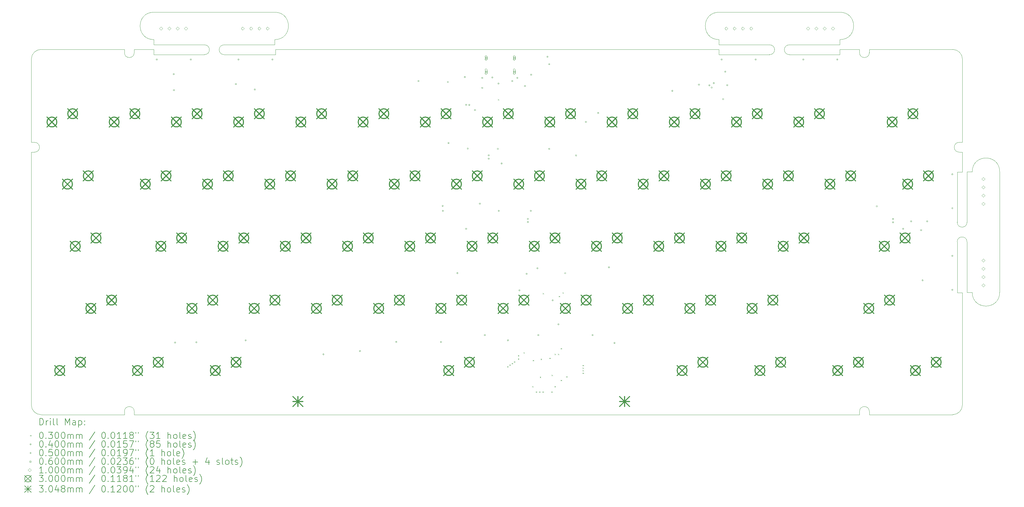
<source format=gbr>
%TF.GenerationSoftware,KiCad,Pcbnew,8.0.4*%
%TF.CreationDate,2025-02-27T13:51:56-05:00*%
%TF.ProjectId,CustomKeyboard,43757374-6f6d-44b6-9579-626f6172642e,rev?*%
%TF.SameCoordinates,Original*%
%TF.FileFunction,Drillmap*%
%TF.FilePolarity,Positive*%
%FSLAX45Y45*%
G04 Gerber Fmt 4.5, Leading zero omitted, Abs format (unit mm)*
G04 Created by KiCad (PCBNEW 8.0.4) date 2025-02-27 13:51:56*
%MOMM*%
%LPD*%
G01*
G04 APERTURE LIST*
%ADD10C,0.050000*%
%ADD11C,0.200000*%
%ADD12C,0.100000*%
%ADD13C,0.300000*%
%ADD14C,0.304800*%
G04 APERTURE END LIST*
D10*
X8200000Y-15500000D02*
X8200000Y-15600000D01*
X33390000Y-8160000D02*
X33390000Y-9700000D01*
X34690000Y-11450000D02*
X34690000Y-11850000D01*
X30700000Y-4500000D02*
G75*
G02*
X30400000Y-4500000I-150000J0D01*
G01*
X5050000Y-7550000D02*
X5050000Y-10900000D01*
X30400000Y-4400000D02*
X29800000Y-4400000D01*
X34690000Y-8550000D02*
X34690000Y-11450000D01*
X7900000Y-15600000D02*
X5350000Y-15600000D01*
X7900000Y-15500000D02*
G75*
G02*
X8200000Y-15500000I150000J0D01*
G01*
X33850000Y-8150000D02*
G75*
G02*
X34690000Y-8150000I420000J0D01*
G01*
X30400000Y-15600000D02*
X9500000Y-15600000D01*
X33450000Y-7550000D02*
G75*
G02*
X33450000Y-7250000I0J150000D01*
G01*
X8800000Y-4260000D02*
X10350000Y-4260000D01*
X30400000Y-15500000D02*
X30400000Y-15600000D01*
X12520000Y-4560000D02*
X12520000Y-4400000D01*
X33550000Y-11860000D02*
X33550000Y-15300000D01*
X8200000Y-4500000D02*
G75*
G02*
X7900000Y-4500000I-150000J0D01*
G01*
X5350000Y-15600000D02*
G75*
G02*
X5050000Y-15300000I0J300000D01*
G01*
X29800000Y-4560000D02*
X29800000Y-4400000D01*
X28250000Y-4260000D02*
X29800000Y-4260000D01*
X8200000Y-4400000D02*
X8800000Y-4400000D01*
X10950000Y-4560000D02*
X12520000Y-4560000D01*
X9500000Y-15600000D02*
X8200000Y-15600000D01*
X34690000Y-11850000D02*
G75*
G02*
X33850000Y-11850000I-420000J0D01*
G01*
X33550000Y-4700000D02*
X33550000Y-7250000D01*
X29400000Y-3260000D02*
X29800000Y-3260000D01*
X7900000Y-15500000D02*
X7900000Y-15600000D01*
X29800000Y-3260000D02*
G75*
G02*
X29800000Y-4100000I0J-420000D01*
G01*
X10950000Y-4260000D02*
X12500000Y-4260000D01*
X5050000Y-7250000D02*
X5050000Y-4700000D01*
X12500000Y-3260000D02*
G75*
G02*
X12500000Y-4100000I0J-420000D01*
G01*
X33390000Y-11860000D02*
X33550000Y-11860000D01*
X33690000Y-9700000D02*
G75*
G02*
X33390000Y-9700000I-150000J0D01*
G01*
X8800000Y-4560000D02*
X10350000Y-4560000D01*
X26100000Y-4560000D02*
X27650000Y-4560000D01*
X5050000Y-4700000D02*
G75*
G02*
X5350000Y-4400000I300000J0D01*
G01*
X33550000Y-7550000D02*
X33550000Y-8160000D01*
X30700000Y-4500000D02*
X30700000Y-4400000D01*
X5050000Y-12750000D02*
X5050000Y-15300000D01*
X29800000Y-4560000D02*
X28250000Y-4560000D01*
X26100000Y-4560000D02*
X26100000Y-4400000D01*
X26100000Y-4260000D02*
X26100000Y-4100000D01*
X10350000Y-4260000D02*
G75*
G02*
X10350000Y-4560000I0J-150000D01*
G01*
X33550000Y-7550000D02*
X33450000Y-7550000D01*
X8200000Y-4500000D02*
X8200000Y-4400000D01*
X29800000Y-4100000D02*
X29800000Y-4260000D01*
X8800000Y-4100000D02*
G75*
G02*
X8800000Y-3260000I0J420000D01*
G01*
X33250000Y-4400000D02*
X30700000Y-4400000D01*
X30400000Y-4500000D02*
X30400000Y-4400000D01*
X33390000Y-10300000D02*
X33390000Y-11860000D01*
X33390000Y-8160000D02*
X33550000Y-8160000D01*
X8800000Y-4560000D02*
X8800000Y-4400000D01*
X33850000Y-11850000D02*
X33690000Y-11850000D01*
X5150000Y-7250000D02*
X5050000Y-7250000D01*
X28250000Y-4560000D02*
G75*
G02*
X28250000Y-4260000I0J150000D01*
G01*
X5050000Y-10900000D02*
X5050000Y-12750000D01*
X33690000Y-8150000D02*
X33690000Y-9700000D01*
X5150000Y-7250000D02*
G75*
G02*
X5150000Y-7550000I0J-150000D01*
G01*
X5150000Y-7550000D02*
X5050000Y-7550000D01*
X26500000Y-3260000D02*
X29400000Y-3260000D01*
X33690000Y-8150000D02*
X33850000Y-8150000D01*
X33250000Y-15600000D02*
X30700000Y-15600000D01*
X33550000Y-15300000D02*
G75*
G02*
X33250000Y-15600000I-300000J0D01*
G01*
X10950000Y-4560000D02*
G75*
G02*
X10950000Y-4260000I0J150000D01*
G01*
X33450000Y-7250000D02*
X33550000Y-7250000D01*
X26100000Y-4400000D02*
X12520000Y-4400000D01*
X8800000Y-4260000D02*
X8800000Y-4100000D01*
X34690000Y-8550000D02*
X34690000Y-8150000D01*
X30700000Y-15500000D02*
X30700000Y-15600000D01*
X33390000Y-10300000D02*
G75*
G02*
X33690000Y-10300000I150000J0D01*
G01*
X26500000Y-3260000D02*
X26100000Y-3260000D01*
X7900000Y-4400000D02*
X5350000Y-4400000D01*
X30400000Y-15500000D02*
G75*
G02*
X30700000Y-15500000I150000J0D01*
G01*
X9200000Y-3260000D02*
X12100000Y-3260000D01*
X26100000Y-4260000D02*
X27650000Y-4260000D01*
X26100000Y-4100000D02*
G75*
G02*
X26100000Y-3260000I0J420000D01*
G01*
X9200000Y-3260000D02*
X8800000Y-3260000D01*
X12500000Y-4100000D02*
X12500000Y-4260000D01*
X33250000Y-4400000D02*
G75*
G02*
X33550000Y-4700000I0J-300000D01*
G01*
X27650000Y-4260000D02*
G75*
G02*
X27650000Y-4560000I0J-150000D01*
G01*
X7900000Y-4500000D02*
X7900000Y-4400000D01*
X33690000Y-10300000D02*
X33690000Y-11850000D01*
X12100000Y-3260000D02*
X12500000Y-3260000D01*
D11*
D12*
X19335000Y-5925000D02*
X19365000Y-5955000D01*
X19365000Y-5925000D02*
X19335000Y-5955000D01*
X19615000Y-14115000D02*
X19645000Y-14145000D01*
X19645000Y-14115000D02*
X19615000Y-14145000D01*
X19685000Y-14065000D02*
X19715000Y-14095000D01*
X19715000Y-14065000D02*
X19685000Y-14095000D01*
X19755000Y-14015000D02*
X19785000Y-14045000D01*
X19785000Y-14015000D02*
X19755000Y-14045000D01*
X19825000Y-13965000D02*
X19855000Y-13995000D01*
X19855000Y-13965000D02*
X19825000Y-13995000D01*
X19945000Y-13775000D02*
X19975000Y-13805000D01*
X19975000Y-13775000D02*
X19945000Y-13805000D01*
X19945000Y-13875000D02*
X19975000Y-13905000D01*
X19975000Y-13875000D02*
X19945000Y-13905000D01*
X20115000Y-13685000D02*
X20145000Y-13715000D01*
X20145000Y-13685000D02*
X20115000Y-13715000D01*
X20385000Y-14725000D02*
X20415000Y-14755000D01*
X20415000Y-14725000D02*
X20385000Y-14755000D01*
X20400000Y-13925000D02*
X20430000Y-13955000D01*
X20430000Y-13925000D02*
X20400000Y-13955000D01*
X20495000Y-14890000D02*
X20525000Y-14920000D01*
X20525000Y-14890000D02*
X20495000Y-14920000D01*
X20595000Y-14890000D02*
X20625000Y-14920000D01*
X20625000Y-14890000D02*
X20595000Y-14920000D01*
X20615000Y-14435000D02*
X20645000Y-14465000D01*
X20645000Y-14435000D02*
X20615000Y-14465000D01*
X20640000Y-13885000D02*
X20670000Y-13915000D01*
X20670000Y-13885000D02*
X20640000Y-13915000D01*
X20695000Y-14890000D02*
X20725000Y-14920000D01*
X20725000Y-14890000D02*
X20695000Y-14920000D01*
X20705000Y-11870000D02*
X20735000Y-11900000D01*
X20735000Y-11870000D02*
X20705000Y-11900000D01*
X20910000Y-13855000D02*
X20940000Y-13885000D01*
X20940000Y-13855000D02*
X20910000Y-13885000D01*
X20965000Y-14890000D02*
X20995000Y-14920000D01*
X20995000Y-14890000D02*
X20965000Y-14920000D01*
X20975000Y-14375000D02*
X21005000Y-14405000D01*
X21005000Y-14375000D02*
X20975000Y-14405000D01*
X21065000Y-14725000D02*
X21095000Y-14755000D01*
X21095000Y-14725000D02*
X21065000Y-14755000D01*
X21070000Y-13732000D02*
X21100000Y-13762000D01*
X21100000Y-13732000D02*
X21070000Y-13762000D01*
X21170000Y-13732000D02*
X21200000Y-13762000D01*
X21200000Y-13732000D02*
X21170000Y-13762000D01*
X21195000Y-11960000D02*
X21225000Y-11990000D01*
X21225000Y-11960000D02*
X21195000Y-11990000D01*
X21255000Y-13560000D02*
X21285000Y-13590000D01*
X21285000Y-13560000D02*
X21255000Y-13590000D01*
X21255000Y-14535000D02*
X21285000Y-14565000D01*
X21285000Y-14535000D02*
X21255000Y-14565000D01*
X21310000Y-11850000D02*
X21340000Y-11880000D01*
X21340000Y-11850000D02*
X21310000Y-11880000D01*
X21425000Y-14425000D02*
X21455000Y-14455000D01*
X21455000Y-14425000D02*
X21425000Y-14455000D01*
X21925000Y-14075000D02*
X21955000Y-14105000D01*
X21955000Y-14075000D02*
X21925000Y-14105000D01*
X21925000Y-14155000D02*
X21955000Y-14185000D01*
X21955000Y-14155000D02*
X21925000Y-14185000D01*
X21925000Y-14235000D02*
X21955000Y-14265000D01*
X21955000Y-14235000D02*
X21925000Y-14265000D01*
X21925000Y-14315000D02*
X21955000Y-14345000D01*
X21955000Y-14315000D02*
X21925000Y-14345000D01*
X8910000Y-4710000D02*
G75*
G02*
X8870000Y-4710000I-20000J0D01*
G01*
X8870000Y-4710000D02*
G75*
G02*
X8910000Y-4710000I20000J0D01*
G01*
X9430000Y-5160000D02*
G75*
G02*
X9390000Y-5160000I-20000J0D01*
G01*
X9390000Y-5160000D02*
G75*
G02*
X9430000Y-5160000I20000J0D01*
G01*
X9435000Y-5650000D02*
G75*
G02*
X9395000Y-5650000I-20000J0D01*
G01*
X9395000Y-5650000D02*
G75*
G02*
X9435000Y-5650000I20000J0D01*
G01*
X9470000Y-13390000D02*
G75*
G02*
X9430000Y-13390000I-20000J0D01*
G01*
X9430000Y-13390000D02*
G75*
G02*
X9470000Y-13390000I20000J0D01*
G01*
X9950000Y-4710000D02*
G75*
G02*
X9910000Y-4710000I-20000J0D01*
G01*
X9910000Y-4710000D02*
G75*
G02*
X9950000Y-4710000I20000J0D01*
G01*
X10120000Y-13380000D02*
G75*
G02*
X10080000Y-13380000I-20000J0D01*
G01*
X10080000Y-13380000D02*
G75*
G02*
X10120000Y-13380000I20000J0D01*
G01*
X11330000Y-5465000D02*
G75*
G02*
X11290000Y-5465000I-20000J0D01*
G01*
X11290000Y-5465000D02*
G75*
G02*
X11330000Y-5465000I20000J0D01*
G01*
X11410000Y-4710000D02*
G75*
G02*
X11370000Y-4710000I-20000J0D01*
G01*
X11370000Y-4710000D02*
G75*
G02*
X11410000Y-4710000I20000J0D01*
G01*
X11630000Y-13320000D02*
G75*
G02*
X11590000Y-13320000I-20000J0D01*
G01*
X11590000Y-13320000D02*
G75*
G02*
X11630000Y-13320000I20000J0D01*
G01*
X11910000Y-5630000D02*
G75*
G02*
X11870000Y-5630000I-20000J0D01*
G01*
X11870000Y-5630000D02*
G75*
G02*
X11910000Y-5630000I20000J0D01*
G01*
X12450000Y-4710000D02*
G75*
G02*
X12410000Y-4710000I-20000J0D01*
G01*
X12410000Y-4710000D02*
G75*
G02*
X12450000Y-4710000I20000J0D01*
G01*
X14010000Y-13750000D02*
G75*
G02*
X13970000Y-13750000I-20000J0D01*
G01*
X13970000Y-13750000D02*
G75*
G02*
X14010000Y-13750000I20000J0D01*
G01*
X15130000Y-13650000D02*
G75*
G02*
X15090000Y-13650000I-20000J0D01*
G01*
X15090000Y-13650000D02*
G75*
G02*
X15130000Y-13650000I20000J0D01*
G01*
X16240000Y-13370000D02*
G75*
G02*
X16200000Y-13370000I-20000J0D01*
G01*
X16200000Y-13370000D02*
G75*
G02*
X16240000Y-13370000I20000J0D01*
G01*
X16920000Y-5370000D02*
G75*
G02*
X16880000Y-5370000I-20000J0D01*
G01*
X16880000Y-5370000D02*
G75*
G02*
X16920000Y-5370000I20000J0D01*
G01*
X17610000Y-13370000D02*
G75*
G02*
X17570000Y-13370000I-20000J0D01*
G01*
X17570000Y-13370000D02*
G75*
G02*
X17610000Y-13370000I20000J0D01*
G01*
X17660000Y-9200000D02*
G75*
G02*
X17620000Y-9200000I-20000J0D01*
G01*
X17620000Y-9200000D02*
G75*
G02*
X17660000Y-9200000I20000J0D01*
G01*
X17670000Y-9350000D02*
G75*
G02*
X17630000Y-9350000I-20000J0D01*
G01*
X17630000Y-9350000D02*
G75*
G02*
X17670000Y-9350000I20000J0D01*
G01*
X17820000Y-5400000D02*
G75*
G02*
X17780000Y-5400000I-20000J0D01*
G01*
X17780000Y-5400000D02*
G75*
G02*
X17820000Y-5400000I20000J0D01*
G01*
X17840000Y-7270000D02*
G75*
G02*
X17800000Y-7270000I-20000J0D01*
G01*
X17800000Y-7270000D02*
G75*
G02*
X17840000Y-7270000I20000J0D01*
G01*
X18110000Y-11260000D02*
G75*
G02*
X18070000Y-11260000I-20000J0D01*
G01*
X18070000Y-11260000D02*
G75*
G02*
X18110000Y-11260000I20000J0D01*
G01*
X18340000Y-5250000D02*
G75*
G02*
X18300000Y-5250000I-20000J0D01*
G01*
X18300000Y-5250000D02*
G75*
G02*
X18340000Y-5250000I20000J0D01*
G01*
X18380000Y-6100000D02*
G75*
G02*
X18340000Y-6100000I-20000J0D01*
G01*
X18340000Y-6100000D02*
G75*
G02*
X18380000Y-6100000I20000J0D01*
G01*
X18380000Y-9900000D02*
G75*
G02*
X18340000Y-9900000I-20000J0D01*
G01*
X18340000Y-9900000D02*
G75*
G02*
X18380000Y-9900000I20000J0D01*
G01*
X18430000Y-7440000D02*
G75*
G02*
X18390000Y-7440000I-20000J0D01*
G01*
X18390000Y-7440000D02*
G75*
G02*
X18430000Y-7440000I20000J0D01*
G01*
X18475000Y-6100000D02*
G75*
G02*
X18435000Y-6100000I-20000J0D01*
G01*
X18435000Y-6100000D02*
G75*
G02*
X18475000Y-6100000I20000J0D01*
G01*
X18650000Y-6260000D02*
G75*
G02*
X18610000Y-6260000I-20000J0D01*
G01*
X18610000Y-6260000D02*
G75*
G02*
X18650000Y-6260000I20000J0D01*
G01*
X18800000Y-9130000D02*
G75*
G02*
X18760000Y-9130000I-20000J0D01*
G01*
X18760000Y-9130000D02*
G75*
G02*
X18800000Y-9130000I20000J0D01*
G01*
X18870000Y-5275000D02*
G75*
G02*
X18830000Y-5275000I-20000J0D01*
G01*
X18830000Y-5275000D02*
G75*
G02*
X18870000Y-5275000I20000J0D01*
G01*
X18870000Y-5580000D02*
G75*
G02*
X18830000Y-5580000I-20000J0D01*
G01*
X18830000Y-5580000D02*
G75*
G02*
X18870000Y-5580000I20000J0D01*
G01*
X18950000Y-13160000D02*
G75*
G02*
X18910000Y-13160000I-20000J0D01*
G01*
X18910000Y-13160000D02*
G75*
G02*
X18950000Y-13160000I20000J0D01*
G01*
X19070000Y-7650000D02*
G75*
G02*
X19030000Y-7650000I-20000J0D01*
G01*
X19030000Y-7650000D02*
G75*
G02*
X19070000Y-7650000I20000J0D01*
G01*
X19070000Y-7750000D02*
G75*
G02*
X19030000Y-7750000I-20000J0D01*
G01*
X19030000Y-7750000D02*
G75*
G02*
X19070000Y-7750000I20000J0D01*
G01*
X19180000Y-5260000D02*
G75*
G02*
X19140000Y-5260000I-20000J0D01*
G01*
X19140000Y-5260000D02*
G75*
G02*
X19180000Y-5260000I20000J0D01*
G01*
X19350000Y-7450000D02*
G75*
G02*
X19310000Y-7450000I-20000J0D01*
G01*
X19310000Y-7450000D02*
G75*
G02*
X19350000Y-7450000I20000J0D01*
G01*
X19370000Y-5445000D02*
G75*
G02*
X19330000Y-5445000I-20000J0D01*
G01*
X19330000Y-5445000D02*
G75*
G02*
X19370000Y-5445000I20000J0D01*
G01*
X19380000Y-9350000D02*
G75*
G02*
X19340000Y-9350000I-20000J0D01*
G01*
X19340000Y-9350000D02*
G75*
G02*
X19380000Y-9350000I20000J0D01*
G01*
X19465000Y-7900000D02*
G75*
G02*
X19425000Y-7900000I-20000J0D01*
G01*
X19425000Y-7900000D02*
G75*
G02*
X19465000Y-7900000I20000J0D01*
G01*
X19660000Y-13320000D02*
G75*
G02*
X19620000Y-13320000I-20000J0D01*
G01*
X19620000Y-13320000D02*
G75*
G02*
X19660000Y-13320000I20000J0D01*
G01*
X19789858Y-5369858D02*
G75*
G02*
X19749858Y-5369858I-20000J0D01*
G01*
X19749858Y-5369858D02*
G75*
G02*
X19789858Y-5369858I20000J0D01*
G01*
X19945000Y-5275000D02*
G75*
G02*
X19905000Y-5275000I-20000J0D01*
G01*
X19905000Y-5275000D02*
G75*
G02*
X19945000Y-5275000I20000J0D01*
G01*
X20010000Y-11790000D02*
G75*
G02*
X19970000Y-11790000I-20000J0D01*
G01*
X19970000Y-11790000D02*
G75*
G02*
X20010000Y-11790000I20000J0D01*
G01*
X20180000Y-5525000D02*
G75*
G02*
X20140000Y-5525000I-20000J0D01*
G01*
X20140000Y-5525000D02*
G75*
G02*
X20180000Y-5525000I20000J0D01*
G01*
X20230000Y-11280000D02*
G75*
G02*
X20190000Y-11280000I-20000J0D01*
G01*
X20190000Y-11280000D02*
G75*
G02*
X20230000Y-11280000I20000J0D01*
G01*
X20270000Y-9599419D02*
G75*
G02*
X20230000Y-9599419I-20000J0D01*
G01*
X20230000Y-9599419D02*
G75*
G02*
X20270000Y-9599419I20000J0D01*
G01*
X20270000Y-9694419D02*
G75*
G02*
X20230000Y-9694419I-20000J0D01*
G01*
X20230000Y-9694419D02*
G75*
G02*
X20270000Y-9694419I20000J0D01*
G01*
X20360000Y-9350000D02*
G75*
G02*
X20320000Y-9350000I-20000J0D01*
G01*
X20320000Y-9350000D02*
G75*
G02*
X20360000Y-9350000I20000J0D01*
G01*
X20370000Y-5175000D02*
G75*
G02*
X20330000Y-5175000I-20000J0D01*
G01*
X20330000Y-5175000D02*
G75*
G02*
X20370000Y-5175000I20000J0D01*
G01*
X20560000Y-11110000D02*
G75*
G02*
X20520000Y-11110000I-20000J0D01*
G01*
X20520000Y-11110000D02*
G75*
G02*
X20560000Y-11110000I20000J0D01*
G01*
X20590000Y-13160000D02*
G75*
G02*
X20550000Y-13160000I-20000J0D01*
G01*
X20550000Y-13160000D02*
G75*
G02*
X20590000Y-13160000I20000J0D01*
G01*
X20870000Y-4625000D02*
G75*
G02*
X20830000Y-4625000I-20000J0D01*
G01*
X20830000Y-4625000D02*
G75*
G02*
X20870000Y-4625000I20000J0D01*
G01*
X20920000Y-7450000D02*
G75*
G02*
X20880000Y-7450000I-20000J0D01*
G01*
X20880000Y-7450000D02*
G75*
G02*
X20920000Y-7450000I20000J0D01*
G01*
X21026250Y-12095000D02*
G75*
G02*
X20986250Y-12095000I-20000J0D01*
G01*
X20986250Y-12095000D02*
G75*
G02*
X21026250Y-12095000I20000J0D01*
G01*
X21203731Y-12830000D02*
G75*
G02*
X21163731Y-12830000I-20000J0D01*
G01*
X21163731Y-12830000D02*
G75*
G02*
X21203731Y-12830000I20000J0D01*
G01*
X21410000Y-11260000D02*
G75*
G02*
X21370000Y-11260000I-20000J0D01*
G01*
X21370000Y-11260000D02*
G75*
G02*
X21410000Y-11260000I20000J0D01*
G01*
X21745000Y-7650000D02*
G75*
G02*
X21705000Y-7650000I-20000J0D01*
G01*
X21705000Y-7650000D02*
G75*
G02*
X21745000Y-7650000I20000J0D01*
G01*
X22045000Y-6625000D02*
G75*
G02*
X22005000Y-6625000I-20000J0D01*
G01*
X22005000Y-6625000D02*
G75*
G02*
X22045000Y-6625000I20000J0D01*
G01*
X22250000Y-13160000D02*
G75*
G02*
X22210000Y-13160000I-20000J0D01*
G01*
X22210000Y-13160000D02*
G75*
G02*
X22250000Y-13160000I20000J0D01*
G01*
X22420000Y-6350000D02*
G75*
G02*
X22380000Y-6350000I-20000J0D01*
G01*
X22380000Y-6350000D02*
G75*
G02*
X22420000Y-6350000I20000J0D01*
G01*
X22750000Y-11080000D02*
G75*
G02*
X22710000Y-11080000I-20000J0D01*
G01*
X22710000Y-11080000D02*
G75*
G02*
X22750000Y-11080000I20000J0D01*
G01*
X22920000Y-13400000D02*
G75*
G02*
X22880000Y-13400000I-20000J0D01*
G01*
X22880000Y-13400000D02*
G75*
G02*
X22920000Y-13400000I20000J0D01*
G01*
X24690000Y-5670000D02*
G75*
G02*
X24650000Y-5670000I-20000J0D01*
G01*
X24650000Y-5670000D02*
G75*
G02*
X24690000Y-5670000I20000J0D01*
G01*
X25505000Y-5480000D02*
G75*
G02*
X25465000Y-5480000I-20000J0D01*
G01*
X25465000Y-5480000D02*
G75*
G02*
X25505000Y-5480000I20000J0D01*
G01*
X25825000Y-5500000D02*
G75*
G02*
X25785000Y-5500000I-20000J0D01*
G01*
X25785000Y-5500000D02*
G75*
G02*
X25825000Y-5500000I20000J0D01*
G01*
X25895000Y-5570000D02*
G75*
G02*
X25855000Y-5570000I-20000J0D01*
G01*
X25855000Y-5570000D02*
G75*
G02*
X25895000Y-5570000I20000J0D01*
G01*
X25960000Y-5435000D02*
G75*
G02*
X25920000Y-5435000I-20000J0D01*
G01*
X25920000Y-5435000D02*
G75*
G02*
X25960000Y-5435000I20000J0D01*
G01*
X26200000Y-4710000D02*
G75*
G02*
X26160000Y-4710000I-20000J0D01*
G01*
X26160000Y-4710000D02*
G75*
G02*
X26200000Y-4710000I20000J0D01*
G01*
X26245000Y-5925000D02*
G75*
G02*
X26205000Y-5925000I-20000J0D01*
G01*
X26205000Y-5925000D02*
G75*
G02*
X26245000Y-5925000I20000J0D01*
G01*
X26310000Y-5085000D02*
G75*
G02*
X26270000Y-5085000I-20000J0D01*
G01*
X26270000Y-5085000D02*
G75*
G02*
X26310000Y-5085000I20000J0D01*
G01*
X26370000Y-5495000D02*
G75*
G02*
X26330000Y-5495000I-20000J0D01*
G01*
X26330000Y-5495000D02*
G75*
G02*
X26370000Y-5495000I20000J0D01*
G01*
X27240000Y-4710000D02*
G75*
G02*
X27200000Y-4710000I-20000J0D01*
G01*
X27200000Y-4710000D02*
G75*
G02*
X27240000Y-4710000I20000J0D01*
G01*
X28700000Y-4710000D02*
G75*
G02*
X28660000Y-4710000I-20000J0D01*
G01*
X28660000Y-4710000D02*
G75*
G02*
X28700000Y-4710000I20000J0D01*
G01*
X29740000Y-4710000D02*
G75*
G02*
X29700000Y-4710000I-20000J0D01*
G01*
X29700000Y-4710000D02*
G75*
G02*
X29740000Y-4710000I20000J0D01*
G01*
X30950000Y-9210000D02*
G75*
G02*
X30910000Y-9210000I-20000J0D01*
G01*
X30910000Y-9210000D02*
G75*
G02*
X30950000Y-9210000I20000J0D01*
G01*
X31445000Y-9600000D02*
G75*
G02*
X31405000Y-9600000I-20000J0D01*
G01*
X31405000Y-9600000D02*
G75*
G02*
X31445000Y-9600000I20000J0D01*
G01*
X31445000Y-9700000D02*
G75*
G02*
X31405000Y-9700000I-20000J0D01*
G01*
X31405000Y-9700000D02*
G75*
G02*
X31445000Y-9700000I20000J0D01*
G01*
X31755000Y-9900000D02*
G75*
G02*
X31715000Y-9900000I-20000J0D01*
G01*
X31715000Y-9900000D02*
G75*
G02*
X31755000Y-9900000I20000J0D01*
G01*
X32000000Y-9670000D02*
G75*
G02*
X31960000Y-9670000I-20000J0D01*
G01*
X31960000Y-9670000D02*
G75*
G02*
X32000000Y-9670000I20000J0D01*
G01*
X32305000Y-9940000D02*
G75*
G02*
X32265000Y-9940000I-20000J0D01*
G01*
X32265000Y-9940000D02*
G75*
G02*
X32305000Y-9940000I20000J0D01*
G01*
X32350000Y-11480000D02*
G75*
G02*
X32310000Y-11480000I-20000J0D01*
G01*
X32310000Y-11480000D02*
G75*
G02*
X32350000Y-11480000I20000J0D01*
G01*
X32488750Y-9671250D02*
G75*
G02*
X32448750Y-9671250I-20000J0D01*
G01*
X32448750Y-9671250D02*
G75*
G02*
X32488750Y-9671250I20000J0D01*
G01*
X33260000Y-8230000D02*
G75*
G02*
X33220000Y-8230000I-20000J0D01*
G01*
X33220000Y-8230000D02*
G75*
G02*
X33260000Y-8230000I20000J0D01*
G01*
X33260000Y-9270000D02*
G75*
G02*
X33220000Y-9270000I-20000J0D01*
G01*
X33220000Y-9270000D02*
G75*
G02*
X33260000Y-9270000I20000J0D01*
G01*
X33260000Y-10730000D02*
G75*
G02*
X33220000Y-10730000I-20000J0D01*
G01*
X33220000Y-10730000D02*
G75*
G02*
X33260000Y-10730000I20000J0D01*
G01*
X33260000Y-11770000D02*
G75*
G02*
X33220000Y-11770000I-20000J0D01*
G01*
X33220000Y-11770000D02*
G75*
G02*
X33260000Y-11770000I20000J0D01*
G01*
X20900000Y-4825000D02*
X20900000Y-4875000D01*
X20875000Y-4850000D02*
X20925000Y-4850000D01*
X18989213Y-4683713D02*
X18989213Y-4641287D01*
X18946787Y-4641287D01*
X18946787Y-4683713D01*
X18989213Y-4683713D01*
X18998000Y-4702500D02*
X18998000Y-4622500D01*
X18938000Y-4622500D02*
G75*
G02*
X18998000Y-4622500I30000J0D01*
G01*
X18938000Y-4622500D02*
X18938000Y-4702500D01*
X18938000Y-4702500D02*
G75*
G03*
X18998000Y-4702500I30000J0D01*
G01*
X18989213Y-5101713D02*
X18989213Y-5059287D01*
X18946787Y-5059287D01*
X18946787Y-5101713D01*
X18989213Y-5101713D01*
X18998000Y-5135500D02*
X18998000Y-5025500D01*
X18938000Y-5025500D02*
G75*
G02*
X18998000Y-5025500I30000J0D01*
G01*
X18938000Y-5025500D02*
X18938000Y-5135500D01*
X18938000Y-5135500D02*
G75*
G03*
X18998000Y-5135500I30000J0D01*
G01*
X19853213Y-4683713D02*
X19853213Y-4641287D01*
X19810787Y-4641287D01*
X19810787Y-4683713D01*
X19853213Y-4683713D01*
X19862000Y-4702500D02*
X19862000Y-4622500D01*
X19802000Y-4622500D02*
G75*
G02*
X19862000Y-4622500I30000J0D01*
G01*
X19802000Y-4622500D02*
X19802000Y-4702500D01*
X19802000Y-4702500D02*
G75*
G03*
X19862000Y-4702500I30000J0D01*
G01*
X19853213Y-5101713D02*
X19853213Y-5059287D01*
X19810787Y-5059287D01*
X19810787Y-5101713D01*
X19853213Y-5101713D01*
X19862000Y-5135500D02*
X19862000Y-5025500D01*
X19802000Y-5025500D02*
G75*
G02*
X19862000Y-5025500I30000J0D01*
G01*
X19802000Y-5025500D02*
X19802000Y-5135500D01*
X19802000Y-5135500D02*
G75*
G03*
X19862000Y-5135500I30000J0D01*
G01*
X9020000Y-3810000D02*
X9070000Y-3760000D01*
X9020000Y-3710000D01*
X8970000Y-3760000D01*
X9020000Y-3810000D01*
X9274000Y-3810000D02*
X9324000Y-3760000D01*
X9274000Y-3710000D01*
X9224000Y-3760000D01*
X9274000Y-3810000D01*
X9528000Y-3810000D02*
X9578000Y-3760000D01*
X9528000Y-3710000D01*
X9478000Y-3760000D01*
X9528000Y-3810000D01*
X9782000Y-3810000D02*
X9832000Y-3760000D01*
X9782000Y-3710000D01*
X9732000Y-3760000D01*
X9782000Y-3810000D01*
X11520000Y-3810000D02*
X11570000Y-3760000D01*
X11520000Y-3710000D01*
X11470000Y-3760000D01*
X11520000Y-3810000D01*
X11774000Y-3810000D02*
X11824000Y-3760000D01*
X11774000Y-3710000D01*
X11724000Y-3760000D01*
X11774000Y-3810000D01*
X12028000Y-3810000D02*
X12078000Y-3760000D01*
X12028000Y-3710000D01*
X11978000Y-3760000D01*
X12028000Y-3810000D01*
X12282000Y-3810000D02*
X12332000Y-3760000D01*
X12282000Y-3710000D01*
X12232000Y-3760000D01*
X12282000Y-3810000D01*
X26320000Y-3810000D02*
X26370000Y-3760000D01*
X26320000Y-3710000D01*
X26270000Y-3760000D01*
X26320000Y-3810000D01*
X26574000Y-3810000D02*
X26624000Y-3760000D01*
X26574000Y-3710000D01*
X26524000Y-3760000D01*
X26574000Y-3810000D01*
X26828000Y-3810000D02*
X26878000Y-3760000D01*
X26828000Y-3710000D01*
X26778000Y-3760000D01*
X26828000Y-3810000D01*
X27082000Y-3810000D02*
X27132000Y-3760000D01*
X27082000Y-3710000D01*
X27032000Y-3760000D01*
X27082000Y-3810000D01*
X28820000Y-3810000D02*
X28870000Y-3760000D01*
X28820000Y-3710000D01*
X28770000Y-3760000D01*
X28820000Y-3810000D01*
X29074000Y-3810000D02*
X29124000Y-3760000D01*
X29074000Y-3710000D01*
X29024000Y-3760000D01*
X29074000Y-3810000D01*
X29328000Y-3810000D02*
X29378000Y-3760000D01*
X29328000Y-3710000D01*
X29278000Y-3760000D01*
X29328000Y-3810000D01*
X29582000Y-3810000D02*
X29632000Y-3760000D01*
X29582000Y-3710000D01*
X29532000Y-3760000D01*
X29582000Y-3810000D01*
X34190000Y-8420000D02*
X34240000Y-8370000D01*
X34190000Y-8320000D01*
X34140000Y-8370000D01*
X34190000Y-8420000D01*
X34190000Y-8674000D02*
X34240000Y-8624000D01*
X34190000Y-8574000D01*
X34140000Y-8624000D01*
X34190000Y-8674000D01*
X34190000Y-8928000D02*
X34240000Y-8878000D01*
X34190000Y-8828000D01*
X34140000Y-8878000D01*
X34190000Y-8928000D01*
X34190000Y-9182000D02*
X34240000Y-9132000D01*
X34190000Y-9082000D01*
X34140000Y-9132000D01*
X34190000Y-9182000D01*
X34190000Y-10920000D02*
X34240000Y-10870000D01*
X34190000Y-10820000D01*
X34140000Y-10870000D01*
X34190000Y-10920000D01*
X34190000Y-11174000D02*
X34240000Y-11124000D01*
X34190000Y-11074000D01*
X34140000Y-11124000D01*
X34190000Y-11174000D01*
X34190000Y-11428000D02*
X34240000Y-11378000D01*
X34190000Y-11328000D01*
X34140000Y-11378000D01*
X34190000Y-11428000D01*
X34190000Y-11682000D02*
X34240000Y-11632000D01*
X34190000Y-11582000D01*
X34140000Y-11632000D01*
X34190000Y-11682000D01*
D13*
X5530875Y-6476000D02*
X5830875Y-6776000D01*
X5830875Y-6476000D02*
X5530875Y-6776000D01*
X5830875Y-6626000D02*
G75*
G02*
X5530875Y-6626000I-150000J0D01*
G01*
X5530875Y-6626000D02*
G75*
G02*
X5830875Y-6626000I150000J0D01*
G01*
X5769000Y-14096000D02*
X6069000Y-14396000D01*
X6069000Y-14096000D02*
X5769000Y-14396000D01*
X6069000Y-14246000D02*
G75*
G02*
X5769000Y-14246000I-150000J0D01*
G01*
X5769000Y-14246000D02*
G75*
G02*
X6069000Y-14246000I150000J0D01*
G01*
X6007125Y-8381000D02*
X6307125Y-8681000D01*
X6307125Y-8381000D02*
X6007125Y-8681000D01*
X6307125Y-8531000D02*
G75*
G02*
X6007125Y-8531000I-150000J0D01*
G01*
X6007125Y-8531000D02*
G75*
G02*
X6307125Y-8531000I150000J0D01*
G01*
X6165875Y-6222000D02*
X6465875Y-6522000D01*
X6465875Y-6222000D02*
X6165875Y-6522000D01*
X6465875Y-6372000D02*
G75*
G02*
X6165875Y-6372000I-150000J0D01*
G01*
X6165875Y-6372000D02*
G75*
G02*
X6465875Y-6372000I150000J0D01*
G01*
X6245250Y-10286000D02*
X6545250Y-10586000D01*
X6545250Y-10286000D02*
X6245250Y-10586000D01*
X6545250Y-10436000D02*
G75*
G02*
X6245250Y-10436000I-150000J0D01*
G01*
X6245250Y-10436000D02*
G75*
G02*
X6545250Y-10436000I150000J0D01*
G01*
X6404000Y-13842000D02*
X6704000Y-14142000D01*
X6704000Y-13842000D02*
X6404000Y-14142000D01*
X6704000Y-13992000D02*
G75*
G02*
X6404000Y-13992000I-150000J0D01*
G01*
X6404000Y-13992000D02*
G75*
G02*
X6704000Y-13992000I150000J0D01*
G01*
X6642125Y-8127000D02*
X6942125Y-8427000D01*
X6942125Y-8127000D02*
X6642125Y-8427000D01*
X6942125Y-8277000D02*
G75*
G02*
X6642125Y-8277000I-150000J0D01*
G01*
X6642125Y-8277000D02*
G75*
G02*
X6942125Y-8277000I150000J0D01*
G01*
X6721500Y-12191000D02*
X7021500Y-12491000D01*
X7021500Y-12191000D02*
X6721500Y-12491000D01*
X7021500Y-12341000D02*
G75*
G02*
X6721500Y-12341000I-150000J0D01*
G01*
X6721500Y-12341000D02*
G75*
G02*
X7021500Y-12341000I150000J0D01*
G01*
X6880250Y-10032000D02*
X7180250Y-10332000D01*
X7180250Y-10032000D02*
X6880250Y-10332000D01*
X7180250Y-10182000D02*
G75*
G02*
X6880250Y-10182000I-150000J0D01*
G01*
X6880250Y-10182000D02*
G75*
G02*
X7180250Y-10182000I150000J0D01*
G01*
X7356500Y-11937000D02*
X7656500Y-12237000D01*
X7656500Y-11937000D02*
X7356500Y-12237000D01*
X7656500Y-12087000D02*
G75*
G02*
X7356500Y-12087000I-150000J0D01*
G01*
X7356500Y-12087000D02*
G75*
G02*
X7656500Y-12087000I150000J0D01*
G01*
X7435875Y-6476000D02*
X7735875Y-6776000D01*
X7735875Y-6476000D02*
X7435875Y-6776000D01*
X7735875Y-6626000D02*
G75*
G02*
X7435875Y-6626000I-150000J0D01*
G01*
X7435875Y-6626000D02*
G75*
G02*
X7735875Y-6626000I150000J0D01*
G01*
X8070875Y-6222000D02*
X8370875Y-6522000D01*
X8370875Y-6222000D02*
X8070875Y-6522000D01*
X8370875Y-6372000D02*
G75*
G02*
X8070875Y-6372000I-150000J0D01*
G01*
X8070875Y-6372000D02*
G75*
G02*
X8370875Y-6372000I150000J0D01*
G01*
X8150250Y-14096000D02*
X8450250Y-14396000D01*
X8450250Y-14096000D02*
X8150250Y-14396000D01*
X8450250Y-14246000D02*
G75*
G02*
X8150250Y-14246000I-150000J0D01*
G01*
X8150250Y-14246000D02*
G75*
G02*
X8450250Y-14246000I150000J0D01*
G01*
X8388375Y-8381000D02*
X8688375Y-8681000D01*
X8688375Y-8381000D02*
X8388375Y-8681000D01*
X8688375Y-8531000D02*
G75*
G02*
X8388375Y-8531000I-150000J0D01*
G01*
X8388375Y-8531000D02*
G75*
G02*
X8688375Y-8531000I150000J0D01*
G01*
X8785250Y-13842000D02*
X9085250Y-14142000D01*
X9085250Y-13842000D02*
X8785250Y-14142000D01*
X9085250Y-13992000D02*
G75*
G02*
X8785250Y-13992000I-150000J0D01*
G01*
X8785250Y-13992000D02*
G75*
G02*
X9085250Y-13992000I150000J0D01*
G01*
X8864625Y-10286000D02*
X9164625Y-10586000D01*
X9164625Y-10286000D02*
X8864625Y-10586000D01*
X9164625Y-10436000D02*
G75*
G02*
X8864625Y-10436000I-150000J0D01*
G01*
X8864625Y-10436000D02*
G75*
G02*
X9164625Y-10436000I150000J0D01*
G01*
X9023375Y-8127000D02*
X9323375Y-8427000D01*
X9323375Y-8127000D02*
X9023375Y-8427000D01*
X9323375Y-8277000D02*
G75*
G02*
X9023375Y-8277000I-150000J0D01*
G01*
X9023375Y-8277000D02*
G75*
G02*
X9323375Y-8277000I150000J0D01*
G01*
X9340875Y-6476000D02*
X9640875Y-6776000D01*
X9640875Y-6476000D02*
X9340875Y-6776000D01*
X9640875Y-6626000D02*
G75*
G02*
X9340875Y-6626000I-150000J0D01*
G01*
X9340875Y-6626000D02*
G75*
G02*
X9640875Y-6626000I150000J0D01*
G01*
X9499625Y-10032000D02*
X9799625Y-10332000D01*
X9799625Y-10032000D02*
X9499625Y-10332000D01*
X9799625Y-10182000D02*
G75*
G02*
X9499625Y-10182000I-150000J0D01*
G01*
X9499625Y-10182000D02*
G75*
G02*
X9799625Y-10182000I150000J0D01*
G01*
X9817125Y-12191000D02*
X10117125Y-12491000D01*
X10117125Y-12191000D02*
X9817125Y-12491000D01*
X10117125Y-12341000D02*
G75*
G02*
X9817125Y-12341000I-150000J0D01*
G01*
X9817125Y-12341000D02*
G75*
G02*
X10117125Y-12341000I150000J0D01*
G01*
X9975875Y-6222000D02*
X10275875Y-6522000D01*
X10275875Y-6222000D02*
X9975875Y-6522000D01*
X10275875Y-6372000D02*
G75*
G02*
X9975875Y-6372000I-150000J0D01*
G01*
X9975875Y-6372000D02*
G75*
G02*
X10275875Y-6372000I150000J0D01*
G01*
X10293375Y-8381000D02*
X10593375Y-8681000D01*
X10593375Y-8381000D02*
X10293375Y-8681000D01*
X10593375Y-8531000D02*
G75*
G02*
X10293375Y-8531000I-150000J0D01*
G01*
X10293375Y-8531000D02*
G75*
G02*
X10593375Y-8531000I150000J0D01*
G01*
X10452125Y-11937000D02*
X10752125Y-12237000D01*
X10752125Y-11937000D02*
X10452125Y-12237000D01*
X10752125Y-12087000D02*
G75*
G02*
X10452125Y-12087000I-150000J0D01*
G01*
X10452125Y-12087000D02*
G75*
G02*
X10752125Y-12087000I150000J0D01*
G01*
X10531500Y-14096000D02*
X10831500Y-14396000D01*
X10831500Y-14096000D02*
X10531500Y-14396000D01*
X10831500Y-14246000D02*
G75*
G02*
X10531500Y-14246000I-150000J0D01*
G01*
X10531500Y-14246000D02*
G75*
G02*
X10831500Y-14246000I150000J0D01*
G01*
X10769625Y-10286000D02*
X11069625Y-10586000D01*
X11069625Y-10286000D02*
X10769625Y-10586000D01*
X11069625Y-10436000D02*
G75*
G02*
X10769625Y-10436000I-150000J0D01*
G01*
X10769625Y-10436000D02*
G75*
G02*
X11069625Y-10436000I150000J0D01*
G01*
X10928375Y-8127000D02*
X11228375Y-8427000D01*
X11228375Y-8127000D02*
X10928375Y-8427000D01*
X11228375Y-8277000D02*
G75*
G02*
X10928375Y-8277000I-150000J0D01*
G01*
X10928375Y-8277000D02*
G75*
G02*
X11228375Y-8277000I150000J0D01*
G01*
X11166500Y-13842000D02*
X11466500Y-14142000D01*
X11466500Y-13842000D02*
X11166500Y-14142000D01*
X11466500Y-13992000D02*
G75*
G02*
X11166500Y-13992000I-150000J0D01*
G01*
X11166500Y-13992000D02*
G75*
G02*
X11466500Y-13992000I150000J0D01*
G01*
X11245875Y-6476000D02*
X11545875Y-6776000D01*
X11545875Y-6476000D02*
X11245875Y-6776000D01*
X11545875Y-6626000D02*
G75*
G02*
X11245875Y-6626000I-150000J0D01*
G01*
X11245875Y-6626000D02*
G75*
G02*
X11545875Y-6626000I150000J0D01*
G01*
X11404625Y-10032000D02*
X11704625Y-10332000D01*
X11704625Y-10032000D02*
X11404625Y-10332000D01*
X11704625Y-10182000D02*
G75*
G02*
X11404625Y-10182000I-150000J0D01*
G01*
X11404625Y-10182000D02*
G75*
G02*
X11704625Y-10182000I150000J0D01*
G01*
X11722125Y-12191000D02*
X12022125Y-12491000D01*
X12022125Y-12191000D02*
X11722125Y-12491000D01*
X12022125Y-12341000D02*
G75*
G02*
X11722125Y-12341000I-150000J0D01*
G01*
X11722125Y-12341000D02*
G75*
G02*
X12022125Y-12341000I150000J0D01*
G01*
X11880875Y-6222000D02*
X12180875Y-6522000D01*
X12180875Y-6222000D02*
X11880875Y-6522000D01*
X12180875Y-6372000D02*
G75*
G02*
X11880875Y-6372000I-150000J0D01*
G01*
X11880875Y-6372000D02*
G75*
G02*
X12180875Y-6372000I150000J0D01*
G01*
X12198375Y-8381000D02*
X12498375Y-8681000D01*
X12498375Y-8381000D02*
X12198375Y-8681000D01*
X12498375Y-8531000D02*
G75*
G02*
X12198375Y-8531000I-150000J0D01*
G01*
X12198375Y-8531000D02*
G75*
G02*
X12498375Y-8531000I150000J0D01*
G01*
X12357125Y-11937000D02*
X12657125Y-12237000D01*
X12657125Y-11937000D02*
X12357125Y-12237000D01*
X12657125Y-12087000D02*
G75*
G02*
X12357125Y-12087000I-150000J0D01*
G01*
X12357125Y-12087000D02*
G75*
G02*
X12657125Y-12087000I150000J0D01*
G01*
X12674625Y-10286000D02*
X12974625Y-10586000D01*
X12974625Y-10286000D02*
X12674625Y-10586000D01*
X12974625Y-10436000D02*
G75*
G02*
X12674625Y-10436000I-150000J0D01*
G01*
X12674625Y-10436000D02*
G75*
G02*
X12974625Y-10436000I150000J0D01*
G01*
X12833375Y-8127000D02*
X13133375Y-8427000D01*
X13133375Y-8127000D02*
X12833375Y-8427000D01*
X13133375Y-8277000D02*
G75*
G02*
X12833375Y-8277000I-150000J0D01*
G01*
X12833375Y-8277000D02*
G75*
G02*
X13133375Y-8277000I150000J0D01*
G01*
X13150875Y-6476000D02*
X13450875Y-6776000D01*
X13450875Y-6476000D02*
X13150875Y-6776000D01*
X13450875Y-6626000D02*
G75*
G02*
X13150875Y-6626000I-150000J0D01*
G01*
X13150875Y-6626000D02*
G75*
G02*
X13450875Y-6626000I150000J0D01*
G01*
X13309625Y-10032000D02*
X13609625Y-10332000D01*
X13609625Y-10032000D02*
X13309625Y-10332000D01*
X13609625Y-10182000D02*
G75*
G02*
X13309625Y-10182000I-150000J0D01*
G01*
X13309625Y-10182000D02*
G75*
G02*
X13609625Y-10182000I150000J0D01*
G01*
X13627125Y-12191000D02*
X13927125Y-12491000D01*
X13927125Y-12191000D02*
X13627125Y-12491000D01*
X13927125Y-12341000D02*
G75*
G02*
X13627125Y-12341000I-150000J0D01*
G01*
X13627125Y-12341000D02*
G75*
G02*
X13927125Y-12341000I150000J0D01*
G01*
X13785875Y-6222000D02*
X14085875Y-6522000D01*
X14085875Y-6222000D02*
X13785875Y-6522000D01*
X14085875Y-6372000D02*
G75*
G02*
X13785875Y-6372000I-150000J0D01*
G01*
X13785875Y-6372000D02*
G75*
G02*
X14085875Y-6372000I150000J0D01*
G01*
X14103375Y-8381000D02*
X14403375Y-8681000D01*
X14403375Y-8381000D02*
X14103375Y-8681000D01*
X14403375Y-8531000D02*
G75*
G02*
X14103375Y-8531000I-150000J0D01*
G01*
X14103375Y-8531000D02*
G75*
G02*
X14403375Y-8531000I150000J0D01*
G01*
X14262125Y-11937000D02*
X14562125Y-12237000D01*
X14562125Y-11937000D02*
X14262125Y-12237000D01*
X14562125Y-12087000D02*
G75*
G02*
X14262125Y-12087000I-150000J0D01*
G01*
X14262125Y-12087000D02*
G75*
G02*
X14562125Y-12087000I150000J0D01*
G01*
X14579625Y-10286000D02*
X14879625Y-10586000D01*
X14879625Y-10286000D02*
X14579625Y-10586000D01*
X14879625Y-10436000D02*
G75*
G02*
X14579625Y-10436000I-150000J0D01*
G01*
X14579625Y-10436000D02*
G75*
G02*
X14879625Y-10436000I150000J0D01*
G01*
X14738375Y-8127000D02*
X15038375Y-8427000D01*
X15038375Y-8127000D02*
X14738375Y-8427000D01*
X15038375Y-8277000D02*
G75*
G02*
X14738375Y-8277000I-150000J0D01*
G01*
X14738375Y-8277000D02*
G75*
G02*
X15038375Y-8277000I150000J0D01*
G01*
X15055875Y-6476000D02*
X15355875Y-6776000D01*
X15355875Y-6476000D02*
X15055875Y-6776000D01*
X15355875Y-6626000D02*
G75*
G02*
X15055875Y-6626000I-150000J0D01*
G01*
X15055875Y-6626000D02*
G75*
G02*
X15355875Y-6626000I150000J0D01*
G01*
X15214625Y-10032000D02*
X15514625Y-10332000D01*
X15514625Y-10032000D02*
X15214625Y-10332000D01*
X15514625Y-10182000D02*
G75*
G02*
X15214625Y-10182000I-150000J0D01*
G01*
X15214625Y-10182000D02*
G75*
G02*
X15514625Y-10182000I150000J0D01*
G01*
X15532125Y-12191000D02*
X15832125Y-12491000D01*
X15832125Y-12191000D02*
X15532125Y-12491000D01*
X15832125Y-12341000D02*
G75*
G02*
X15532125Y-12341000I-150000J0D01*
G01*
X15532125Y-12341000D02*
G75*
G02*
X15832125Y-12341000I150000J0D01*
G01*
X15690875Y-6222000D02*
X15990875Y-6522000D01*
X15990875Y-6222000D02*
X15690875Y-6522000D01*
X15990875Y-6372000D02*
G75*
G02*
X15690875Y-6372000I-150000J0D01*
G01*
X15690875Y-6372000D02*
G75*
G02*
X15990875Y-6372000I150000J0D01*
G01*
X16008375Y-8381000D02*
X16308375Y-8681000D01*
X16308375Y-8381000D02*
X16008375Y-8681000D01*
X16308375Y-8531000D02*
G75*
G02*
X16008375Y-8531000I-150000J0D01*
G01*
X16008375Y-8531000D02*
G75*
G02*
X16308375Y-8531000I150000J0D01*
G01*
X16167125Y-11937000D02*
X16467125Y-12237000D01*
X16467125Y-11937000D02*
X16167125Y-12237000D01*
X16467125Y-12087000D02*
G75*
G02*
X16167125Y-12087000I-150000J0D01*
G01*
X16167125Y-12087000D02*
G75*
G02*
X16467125Y-12087000I150000J0D01*
G01*
X16484625Y-10286000D02*
X16784625Y-10586000D01*
X16784625Y-10286000D02*
X16484625Y-10586000D01*
X16784625Y-10436000D02*
G75*
G02*
X16484625Y-10436000I-150000J0D01*
G01*
X16484625Y-10436000D02*
G75*
G02*
X16784625Y-10436000I150000J0D01*
G01*
X16643375Y-8127000D02*
X16943375Y-8427000D01*
X16943375Y-8127000D02*
X16643375Y-8427000D01*
X16943375Y-8277000D02*
G75*
G02*
X16643375Y-8277000I-150000J0D01*
G01*
X16643375Y-8277000D02*
G75*
G02*
X16943375Y-8277000I150000J0D01*
G01*
X16960875Y-6476000D02*
X17260875Y-6776000D01*
X17260875Y-6476000D02*
X16960875Y-6776000D01*
X17260875Y-6626000D02*
G75*
G02*
X16960875Y-6626000I-150000J0D01*
G01*
X16960875Y-6626000D02*
G75*
G02*
X17260875Y-6626000I150000J0D01*
G01*
X17119625Y-10032000D02*
X17419625Y-10332000D01*
X17419625Y-10032000D02*
X17119625Y-10332000D01*
X17419625Y-10182000D02*
G75*
G02*
X17119625Y-10182000I-150000J0D01*
G01*
X17119625Y-10182000D02*
G75*
G02*
X17419625Y-10182000I150000J0D01*
G01*
X17437125Y-12191000D02*
X17737125Y-12491000D01*
X17737125Y-12191000D02*
X17437125Y-12491000D01*
X17737125Y-12341000D02*
G75*
G02*
X17437125Y-12341000I-150000J0D01*
G01*
X17437125Y-12341000D02*
G75*
G02*
X17737125Y-12341000I150000J0D01*
G01*
X17595875Y-6222000D02*
X17895875Y-6522000D01*
X17895875Y-6222000D02*
X17595875Y-6522000D01*
X17895875Y-6372000D02*
G75*
G02*
X17595875Y-6372000I-150000J0D01*
G01*
X17595875Y-6372000D02*
G75*
G02*
X17895875Y-6372000I150000J0D01*
G01*
X17675250Y-14096000D02*
X17975250Y-14396000D01*
X17975250Y-14096000D02*
X17675250Y-14396000D01*
X17975250Y-14246000D02*
G75*
G02*
X17675250Y-14246000I-150000J0D01*
G01*
X17675250Y-14246000D02*
G75*
G02*
X17975250Y-14246000I150000J0D01*
G01*
X17913375Y-8381000D02*
X18213375Y-8681000D01*
X18213375Y-8381000D02*
X17913375Y-8681000D01*
X18213375Y-8531000D02*
G75*
G02*
X17913375Y-8531000I-150000J0D01*
G01*
X17913375Y-8531000D02*
G75*
G02*
X18213375Y-8531000I150000J0D01*
G01*
X18072125Y-11937000D02*
X18372125Y-12237000D01*
X18372125Y-11937000D02*
X18072125Y-12237000D01*
X18372125Y-12087000D02*
G75*
G02*
X18072125Y-12087000I-150000J0D01*
G01*
X18072125Y-12087000D02*
G75*
G02*
X18372125Y-12087000I150000J0D01*
G01*
X18310250Y-13842000D02*
X18610250Y-14142000D01*
X18610250Y-13842000D02*
X18310250Y-14142000D01*
X18610250Y-13992000D02*
G75*
G02*
X18310250Y-13992000I-150000J0D01*
G01*
X18310250Y-13992000D02*
G75*
G02*
X18610250Y-13992000I150000J0D01*
G01*
X18389625Y-10286000D02*
X18689625Y-10586000D01*
X18689625Y-10286000D02*
X18389625Y-10586000D01*
X18689625Y-10436000D02*
G75*
G02*
X18389625Y-10436000I-150000J0D01*
G01*
X18389625Y-10436000D02*
G75*
G02*
X18689625Y-10436000I150000J0D01*
G01*
X18548375Y-8127000D02*
X18848375Y-8427000D01*
X18848375Y-8127000D02*
X18548375Y-8427000D01*
X18848375Y-8277000D02*
G75*
G02*
X18548375Y-8277000I-150000J0D01*
G01*
X18548375Y-8277000D02*
G75*
G02*
X18848375Y-8277000I150000J0D01*
G01*
X18865875Y-6476000D02*
X19165875Y-6776000D01*
X19165875Y-6476000D02*
X18865875Y-6776000D01*
X19165875Y-6626000D02*
G75*
G02*
X18865875Y-6626000I-150000J0D01*
G01*
X18865875Y-6626000D02*
G75*
G02*
X19165875Y-6626000I150000J0D01*
G01*
X19024625Y-10032000D02*
X19324625Y-10332000D01*
X19324625Y-10032000D02*
X19024625Y-10332000D01*
X19324625Y-10182000D02*
G75*
G02*
X19024625Y-10182000I-150000J0D01*
G01*
X19024625Y-10182000D02*
G75*
G02*
X19324625Y-10182000I150000J0D01*
G01*
X19342125Y-12191000D02*
X19642125Y-12491000D01*
X19642125Y-12191000D02*
X19342125Y-12491000D01*
X19642125Y-12341000D02*
G75*
G02*
X19342125Y-12341000I-150000J0D01*
G01*
X19342125Y-12341000D02*
G75*
G02*
X19642125Y-12341000I150000J0D01*
G01*
X19500875Y-6222000D02*
X19800875Y-6522000D01*
X19800875Y-6222000D02*
X19500875Y-6522000D01*
X19800875Y-6372000D02*
G75*
G02*
X19500875Y-6372000I-150000J0D01*
G01*
X19500875Y-6372000D02*
G75*
G02*
X19800875Y-6372000I150000J0D01*
G01*
X19818375Y-8381000D02*
X20118375Y-8681000D01*
X20118375Y-8381000D02*
X19818375Y-8681000D01*
X20118375Y-8531000D02*
G75*
G02*
X19818375Y-8531000I-150000J0D01*
G01*
X19818375Y-8531000D02*
G75*
G02*
X20118375Y-8531000I150000J0D01*
G01*
X19977125Y-11937000D02*
X20277125Y-12237000D01*
X20277125Y-11937000D02*
X19977125Y-12237000D01*
X20277125Y-12087000D02*
G75*
G02*
X19977125Y-12087000I-150000J0D01*
G01*
X19977125Y-12087000D02*
G75*
G02*
X20277125Y-12087000I150000J0D01*
G01*
X20294625Y-10286000D02*
X20594625Y-10586000D01*
X20594625Y-10286000D02*
X20294625Y-10586000D01*
X20594625Y-10436000D02*
G75*
G02*
X20294625Y-10436000I-150000J0D01*
G01*
X20294625Y-10436000D02*
G75*
G02*
X20594625Y-10436000I150000J0D01*
G01*
X20453375Y-8127000D02*
X20753375Y-8427000D01*
X20753375Y-8127000D02*
X20453375Y-8427000D01*
X20753375Y-8277000D02*
G75*
G02*
X20453375Y-8277000I-150000J0D01*
G01*
X20453375Y-8277000D02*
G75*
G02*
X20753375Y-8277000I150000J0D01*
G01*
X20770875Y-6476000D02*
X21070875Y-6776000D01*
X21070875Y-6476000D02*
X20770875Y-6776000D01*
X21070875Y-6626000D02*
G75*
G02*
X20770875Y-6626000I-150000J0D01*
G01*
X20770875Y-6626000D02*
G75*
G02*
X21070875Y-6626000I150000J0D01*
G01*
X20929625Y-10032000D02*
X21229625Y-10332000D01*
X21229625Y-10032000D02*
X20929625Y-10332000D01*
X21229625Y-10182000D02*
G75*
G02*
X20929625Y-10182000I-150000J0D01*
G01*
X20929625Y-10182000D02*
G75*
G02*
X21229625Y-10182000I150000J0D01*
G01*
X21247125Y-12191000D02*
X21547125Y-12491000D01*
X21547125Y-12191000D02*
X21247125Y-12491000D01*
X21547125Y-12341000D02*
G75*
G02*
X21247125Y-12341000I-150000J0D01*
G01*
X21247125Y-12341000D02*
G75*
G02*
X21547125Y-12341000I150000J0D01*
G01*
X21405875Y-6222000D02*
X21705875Y-6522000D01*
X21705875Y-6222000D02*
X21405875Y-6522000D01*
X21705875Y-6372000D02*
G75*
G02*
X21405875Y-6372000I-150000J0D01*
G01*
X21405875Y-6372000D02*
G75*
G02*
X21705875Y-6372000I150000J0D01*
G01*
X21723375Y-8381000D02*
X22023375Y-8681000D01*
X22023375Y-8381000D02*
X21723375Y-8681000D01*
X22023375Y-8531000D02*
G75*
G02*
X21723375Y-8531000I-150000J0D01*
G01*
X21723375Y-8531000D02*
G75*
G02*
X22023375Y-8531000I150000J0D01*
G01*
X21882125Y-11937000D02*
X22182125Y-12237000D01*
X22182125Y-11937000D02*
X21882125Y-12237000D01*
X22182125Y-12087000D02*
G75*
G02*
X21882125Y-12087000I-150000J0D01*
G01*
X21882125Y-12087000D02*
G75*
G02*
X22182125Y-12087000I150000J0D01*
G01*
X22199625Y-10286000D02*
X22499625Y-10586000D01*
X22499625Y-10286000D02*
X22199625Y-10586000D01*
X22499625Y-10436000D02*
G75*
G02*
X22199625Y-10436000I-150000J0D01*
G01*
X22199625Y-10436000D02*
G75*
G02*
X22499625Y-10436000I150000J0D01*
G01*
X22358375Y-8127000D02*
X22658375Y-8427000D01*
X22658375Y-8127000D02*
X22358375Y-8427000D01*
X22658375Y-8277000D02*
G75*
G02*
X22358375Y-8277000I-150000J0D01*
G01*
X22358375Y-8277000D02*
G75*
G02*
X22658375Y-8277000I150000J0D01*
G01*
X22675875Y-6476000D02*
X22975875Y-6776000D01*
X22975875Y-6476000D02*
X22675875Y-6776000D01*
X22975875Y-6626000D02*
G75*
G02*
X22675875Y-6626000I-150000J0D01*
G01*
X22675875Y-6626000D02*
G75*
G02*
X22975875Y-6626000I150000J0D01*
G01*
X22834625Y-10032000D02*
X23134625Y-10332000D01*
X23134625Y-10032000D02*
X22834625Y-10332000D01*
X23134625Y-10182000D02*
G75*
G02*
X22834625Y-10182000I-150000J0D01*
G01*
X22834625Y-10182000D02*
G75*
G02*
X23134625Y-10182000I150000J0D01*
G01*
X23152125Y-12191000D02*
X23452125Y-12491000D01*
X23452125Y-12191000D02*
X23152125Y-12491000D01*
X23452125Y-12341000D02*
G75*
G02*
X23152125Y-12341000I-150000J0D01*
G01*
X23152125Y-12341000D02*
G75*
G02*
X23452125Y-12341000I150000J0D01*
G01*
X23310875Y-6222000D02*
X23610875Y-6522000D01*
X23610875Y-6222000D02*
X23310875Y-6522000D01*
X23610875Y-6372000D02*
G75*
G02*
X23310875Y-6372000I-150000J0D01*
G01*
X23310875Y-6372000D02*
G75*
G02*
X23610875Y-6372000I150000J0D01*
G01*
X23628375Y-8381000D02*
X23928375Y-8681000D01*
X23928375Y-8381000D02*
X23628375Y-8681000D01*
X23928375Y-8531000D02*
G75*
G02*
X23628375Y-8531000I-150000J0D01*
G01*
X23628375Y-8531000D02*
G75*
G02*
X23928375Y-8531000I150000J0D01*
G01*
X23787125Y-11937000D02*
X24087125Y-12237000D01*
X24087125Y-11937000D02*
X23787125Y-12237000D01*
X24087125Y-12087000D02*
G75*
G02*
X23787125Y-12087000I-150000J0D01*
G01*
X23787125Y-12087000D02*
G75*
G02*
X24087125Y-12087000I150000J0D01*
G01*
X24104625Y-10286000D02*
X24404625Y-10586000D01*
X24404625Y-10286000D02*
X24104625Y-10586000D01*
X24404625Y-10436000D02*
G75*
G02*
X24104625Y-10436000I-150000J0D01*
G01*
X24104625Y-10436000D02*
G75*
G02*
X24404625Y-10436000I150000J0D01*
G01*
X24263375Y-8127000D02*
X24563375Y-8427000D01*
X24563375Y-8127000D02*
X24263375Y-8427000D01*
X24563375Y-8277000D02*
G75*
G02*
X24263375Y-8277000I-150000J0D01*
G01*
X24263375Y-8277000D02*
G75*
G02*
X24563375Y-8277000I150000J0D01*
G01*
X24580875Y-6476000D02*
X24880875Y-6776000D01*
X24880875Y-6476000D02*
X24580875Y-6776000D01*
X24880875Y-6626000D02*
G75*
G02*
X24580875Y-6626000I-150000J0D01*
G01*
X24580875Y-6626000D02*
G75*
G02*
X24880875Y-6626000I150000J0D01*
G01*
X24739625Y-10032000D02*
X25039625Y-10332000D01*
X25039625Y-10032000D02*
X24739625Y-10332000D01*
X25039625Y-10182000D02*
G75*
G02*
X24739625Y-10182000I-150000J0D01*
G01*
X24739625Y-10182000D02*
G75*
G02*
X25039625Y-10182000I150000J0D01*
G01*
X24819000Y-14096000D02*
X25119000Y-14396000D01*
X25119000Y-14096000D02*
X24819000Y-14396000D01*
X25119000Y-14246000D02*
G75*
G02*
X24819000Y-14246000I-150000J0D01*
G01*
X24819000Y-14246000D02*
G75*
G02*
X25119000Y-14246000I150000J0D01*
G01*
X25057125Y-12191000D02*
X25357125Y-12491000D01*
X25357125Y-12191000D02*
X25057125Y-12491000D01*
X25357125Y-12341000D02*
G75*
G02*
X25057125Y-12341000I-150000J0D01*
G01*
X25057125Y-12341000D02*
G75*
G02*
X25357125Y-12341000I150000J0D01*
G01*
X25215875Y-6222000D02*
X25515875Y-6522000D01*
X25515875Y-6222000D02*
X25215875Y-6522000D01*
X25515875Y-6372000D02*
G75*
G02*
X25215875Y-6372000I-150000J0D01*
G01*
X25215875Y-6372000D02*
G75*
G02*
X25515875Y-6372000I150000J0D01*
G01*
X25454000Y-13842000D02*
X25754000Y-14142000D01*
X25754000Y-13842000D02*
X25454000Y-14142000D01*
X25754000Y-13992000D02*
G75*
G02*
X25454000Y-13992000I-150000J0D01*
G01*
X25454000Y-13992000D02*
G75*
G02*
X25754000Y-13992000I150000J0D01*
G01*
X25533375Y-8381000D02*
X25833375Y-8681000D01*
X25833375Y-8381000D02*
X25533375Y-8681000D01*
X25833375Y-8531000D02*
G75*
G02*
X25533375Y-8531000I-150000J0D01*
G01*
X25533375Y-8531000D02*
G75*
G02*
X25833375Y-8531000I150000J0D01*
G01*
X25692125Y-11937000D02*
X25992125Y-12237000D01*
X25992125Y-11937000D02*
X25692125Y-12237000D01*
X25992125Y-12087000D02*
G75*
G02*
X25692125Y-12087000I-150000J0D01*
G01*
X25692125Y-12087000D02*
G75*
G02*
X25992125Y-12087000I150000J0D01*
G01*
X26009625Y-10286000D02*
X26309625Y-10586000D01*
X26309625Y-10286000D02*
X26009625Y-10586000D01*
X26309625Y-10436000D02*
G75*
G02*
X26009625Y-10436000I-150000J0D01*
G01*
X26009625Y-10436000D02*
G75*
G02*
X26309625Y-10436000I150000J0D01*
G01*
X26168375Y-8127000D02*
X26468375Y-8427000D01*
X26468375Y-8127000D02*
X26168375Y-8427000D01*
X26468375Y-8277000D02*
G75*
G02*
X26168375Y-8277000I-150000J0D01*
G01*
X26168375Y-8277000D02*
G75*
G02*
X26468375Y-8277000I150000J0D01*
G01*
X26485875Y-6476000D02*
X26785875Y-6776000D01*
X26785875Y-6476000D02*
X26485875Y-6776000D01*
X26785875Y-6626000D02*
G75*
G02*
X26485875Y-6626000I-150000J0D01*
G01*
X26485875Y-6626000D02*
G75*
G02*
X26785875Y-6626000I150000J0D01*
G01*
X26644625Y-10032000D02*
X26944625Y-10332000D01*
X26944625Y-10032000D02*
X26644625Y-10332000D01*
X26944625Y-10182000D02*
G75*
G02*
X26644625Y-10182000I-150000J0D01*
G01*
X26644625Y-10182000D02*
G75*
G02*
X26944625Y-10182000I150000J0D01*
G01*
X26962125Y-12191000D02*
X27262125Y-12491000D01*
X27262125Y-12191000D02*
X26962125Y-12491000D01*
X27262125Y-12341000D02*
G75*
G02*
X26962125Y-12341000I-150000J0D01*
G01*
X26962125Y-12341000D02*
G75*
G02*
X27262125Y-12341000I150000J0D01*
G01*
X27120875Y-6222000D02*
X27420875Y-6522000D01*
X27420875Y-6222000D02*
X27120875Y-6522000D01*
X27420875Y-6372000D02*
G75*
G02*
X27120875Y-6372000I-150000J0D01*
G01*
X27120875Y-6372000D02*
G75*
G02*
X27420875Y-6372000I150000J0D01*
G01*
X27200250Y-14096000D02*
X27500250Y-14396000D01*
X27500250Y-14096000D02*
X27200250Y-14396000D01*
X27500250Y-14246000D02*
G75*
G02*
X27200250Y-14246000I-150000J0D01*
G01*
X27200250Y-14246000D02*
G75*
G02*
X27500250Y-14246000I150000J0D01*
G01*
X27438375Y-8381000D02*
X27738375Y-8681000D01*
X27738375Y-8381000D02*
X27438375Y-8681000D01*
X27738375Y-8531000D02*
G75*
G02*
X27438375Y-8531000I-150000J0D01*
G01*
X27438375Y-8531000D02*
G75*
G02*
X27738375Y-8531000I150000J0D01*
G01*
X27597125Y-11937000D02*
X27897125Y-12237000D01*
X27897125Y-11937000D02*
X27597125Y-12237000D01*
X27897125Y-12087000D02*
G75*
G02*
X27597125Y-12087000I-150000J0D01*
G01*
X27597125Y-12087000D02*
G75*
G02*
X27897125Y-12087000I150000J0D01*
G01*
X27835250Y-13842000D02*
X28135250Y-14142000D01*
X28135250Y-13842000D02*
X27835250Y-14142000D01*
X28135250Y-13992000D02*
G75*
G02*
X27835250Y-13992000I-150000J0D01*
G01*
X27835250Y-13992000D02*
G75*
G02*
X28135250Y-13992000I150000J0D01*
G01*
X27914625Y-10286000D02*
X28214625Y-10586000D01*
X28214625Y-10286000D02*
X27914625Y-10586000D01*
X28214625Y-10436000D02*
G75*
G02*
X27914625Y-10436000I-150000J0D01*
G01*
X27914625Y-10436000D02*
G75*
G02*
X28214625Y-10436000I150000J0D01*
G01*
X28073375Y-8127000D02*
X28373375Y-8427000D01*
X28373375Y-8127000D02*
X28073375Y-8427000D01*
X28373375Y-8277000D02*
G75*
G02*
X28073375Y-8277000I-150000J0D01*
G01*
X28073375Y-8277000D02*
G75*
G02*
X28373375Y-8277000I150000J0D01*
G01*
X28390875Y-6476000D02*
X28690875Y-6776000D01*
X28690875Y-6476000D02*
X28390875Y-6776000D01*
X28690875Y-6626000D02*
G75*
G02*
X28390875Y-6626000I-150000J0D01*
G01*
X28390875Y-6626000D02*
G75*
G02*
X28690875Y-6626000I150000J0D01*
G01*
X28549625Y-10032000D02*
X28849625Y-10332000D01*
X28849625Y-10032000D02*
X28549625Y-10332000D01*
X28849625Y-10182000D02*
G75*
G02*
X28549625Y-10182000I-150000J0D01*
G01*
X28549625Y-10182000D02*
G75*
G02*
X28849625Y-10182000I150000J0D01*
G01*
X29025875Y-6222000D02*
X29325875Y-6522000D01*
X29325875Y-6222000D02*
X29025875Y-6522000D01*
X29325875Y-6372000D02*
G75*
G02*
X29025875Y-6372000I-150000J0D01*
G01*
X29025875Y-6372000D02*
G75*
G02*
X29325875Y-6372000I150000J0D01*
G01*
X29343375Y-8381000D02*
X29643375Y-8681000D01*
X29643375Y-8381000D02*
X29343375Y-8681000D01*
X29643375Y-8531000D02*
G75*
G02*
X29343375Y-8531000I-150000J0D01*
G01*
X29343375Y-8531000D02*
G75*
G02*
X29643375Y-8531000I150000J0D01*
G01*
X29581500Y-14096000D02*
X29881500Y-14396000D01*
X29881500Y-14096000D02*
X29581500Y-14396000D01*
X29881500Y-14246000D02*
G75*
G02*
X29581500Y-14246000I-150000J0D01*
G01*
X29581500Y-14246000D02*
G75*
G02*
X29881500Y-14246000I150000J0D01*
G01*
X29978375Y-8127000D02*
X30278375Y-8427000D01*
X30278375Y-8127000D02*
X29978375Y-8427000D01*
X30278375Y-8277000D02*
G75*
G02*
X29978375Y-8277000I-150000J0D01*
G01*
X29978375Y-8277000D02*
G75*
G02*
X30278375Y-8277000I150000J0D01*
G01*
X30216500Y-13842000D02*
X30516500Y-14142000D01*
X30516500Y-13842000D02*
X30216500Y-14142000D01*
X30516500Y-13992000D02*
G75*
G02*
X30216500Y-13992000I-150000J0D01*
G01*
X30216500Y-13992000D02*
G75*
G02*
X30516500Y-13992000I150000J0D01*
G01*
X30534000Y-12191000D02*
X30834000Y-12491000D01*
X30834000Y-12191000D02*
X30534000Y-12491000D01*
X30834000Y-12341000D02*
G75*
G02*
X30534000Y-12341000I-150000J0D01*
G01*
X30534000Y-12341000D02*
G75*
G02*
X30834000Y-12341000I150000J0D01*
G01*
X31010250Y-10286000D02*
X31310250Y-10586000D01*
X31310250Y-10286000D02*
X31010250Y-10586000D01*
X31310250Y-10436000D02*
G75*
G02*
X31010250Y-10436000I-150000J0D01*
G01*
X31010250Y-10436000D02*
G75*
G02*
X31310250Y-10436000I150000J0D01*
G01*
X31169000Y-11937000D02*
X31469000Y-12237000D01*
X31469000Y-11937000D02*
X31169000Y-12237000D01*
X31469000Y-12087000D02*
G75*
G02*
X31169000Y-12087000I-150000J0D01*
G01*
X31169000Y-12087000D02*
G75*
G02*
X31469000Y-12087000I150000J0D01*
G01*
X31248375Y-6476000D02*
X31548375Y-6776000D01*
X31548375Y-6476000D02*
X31248375Y-6776000D01*
X31548375Y-6626000D02*
G75*
G02*
X31248375Y-6626000I-150000J0D01*
G01*
X31248375Y-6626000D02*
G75*
G02*
X31548375Y-6626000I150000J0D01*
G01*
X31645250Y-10032000D02*
X31945250Y-10332000D01*
X31945250Y-10032000D02*
X31645250Y-10332000D01*
X31945250Y-10182000D02*
G75*
G02*
X31645250Y-10182000I-150000J0D01*
G01*
X31645250Y-10182000D02*
G75*
G02*
X31945250Y-10182000I150000J0D01*
G01*
X31724625Y-8381000D02*
X32024625Y-8681000D01*
X32024625Y-8381000D02*
X31724625Y-8681000D01*
X32024625Y-8531000D02*
G75*
G02*
X31724625Y-8531000I-150000J0D01*
G01*
X31724625Y-8531000D02*
G75*
G02*
X32024625Y-8531000I150000J0D01*
G01*
X31883375Y-6222000D02*
X32183375Y-6522000D01*
X32183375Y-6222000D02*
X31883375Y-6522000D01*
X32183375Y-6372000D02*
G75*
G02*
X31883375Y-6372000I-150000J0D01*
G01*
X31883375Y-6372000D02*
G75*
G02*
X32183375Y-6372000I150000J0D01*
G01*
X31962750Y-14096000D02*
X32262750Y-14396000D01*
X32262750Y-14096000D02*
X31962750Y-14396000D01*
X32262750Y-14246000D02*
G75*
G02*
X31962750Y-14246000I-150000J0D01*
G01*
X31962750Y-14246000D02*
G75*
G02*
X32262750Y-14246000I150000J0D01*
G01*
X32359625Y-8127000D02*
X32659625Y-8427000D01*
X32659625Y-8127000D02*
X32359625Y-8427000D01*
X32659625Y-8277000D02*
G75*
G02*
X32359625Y-8277000I-150000J0D01*
G01*
X32359625Y-8277000D02*
G75*
G02*
X32659625Y-8277000I150000J0D01*
G01*
X32597750Y-13842000D02*
X32897750Y-14142000D01*
X32897750Y-13842000D02*
X32597750Y-14142000D01*
X32897750Y-13992000D02*
G75*
G02*
X32597750Y-13992000I-150000J0D01*
G01*
X32597750Y-13992000D02*
G75*
G02*
X32897750Y-13992000I150000J0D01*
G01*
D14*
X13053225Y-15046100D02*
X13358025Y-15350900D01*
X13358025Y-15046100D02*
X13053225Y-15350900D01*
X13205625Y-15046100D02*
X13205625Y-15350900D01*
X13053225Y-15198500D02*
X13358025Y-15198500D01*
X23054475Y-15046100D02*
X23359275Y-15350900D01*
X23359275Y-15046100D02*
X23054475Y-15350900D01*
X23206875Y-15046100D02*
X23206875Y-15350900D01*
X23054475Y-15198500D02*
X23359275Y-15198500D01*
D11*
X5308277Y-15913984D02*
X5308277Y-15713984D01*
X5308277Y-15713984D02*
X5355896Y-15713984D01*
X5355896Y-15713984D02*
X5384467Y-15723507D01*
X5384467Y-15723507D02*
X5403515Y-15742555D01*
X5403515Y-15742555D02*
X5413039Y-15761603D01*
X5413039Y-15761603D02*
X5422562Y-15799698D01*
X5422562Y-15799698D02*
X5422562Y-15828269D01*
X5422562Y-15828269D02*
X5413039Y-15866365D01*
X5413039Y-15866365D02*
X5403515Y-15885412D01*
X5403515Y-15885412D02*
X5384467Y-15904460D01*
X5384467Y-15904460D02*
X5355896Y-15913984D01*
X5355896Y-15913984D02*
X5308277Y-15913984D01*
X5508277Y-15913984D02*
X5508277Y-15780650D01*
X5508277Y-15818746D02*
X5517801Y-15799698D01*
X5517801Y-15799698D02*
X5527324Y-15790174D01*
X5527324Y-15790174D02*
X5546372Y-15780650D01*
X5546372Y-15780650D02*
X5565420Y-15780650D01*
X5632086Y-15913984D02*
X5632086Y-15780650D01*
X5632086Y-15713984D02*
X5622562Y-15723507D01*
X5622562Y-15723507D02*
X5632086Y-15733031D01*
X5632086Y-15733031D02*
X5641610Y-15723507D01*
X5641610Y-15723507D02*
X5632086Y-15713984D01*
X5632086Y-15713984D02*
X5632086Y-15733031D01*
X5755896Y-15913984D02*
X5736848Y-15904460D01*
X5736848Y-15904460D02*
X5727324Y-15885412D01*
X5727324Y-15885412D02*
X5727324Y-15713984D01*
X5860658Y-15913984D02*
X5841610Y-15904460D01*
X5841610Y-15904460D02*
X5832086Y-15885412D01*
X5832086Y-15885412D02*
X5832086Y-15713984D01*
X6089229Y-15913984D02*
X6089229Y-15713984D01*
X6089229Y-15713984D02*
X6155896Y-15856841D01*
X6155896Y-15856841D02*
X6222562Y-15713984D01*
X6222562Y-15713984D02*
X6222562Y-15913984D01*
X6403515Y-15913984D02*
X6403515Y-15809222D01*
X6403515Y-15809222D02*
X6393991Y-15790174D01*
X6393991Y-15790174D02*
X6374943Y-15780650D01*
X6374943Y-15780650D02*
X6336848Y-15780650D01*
X6336848Y-15780650D02*
X6317800Y-15790174D01*
X6403515Y-15904460D02*
X6384467Y-15913984D01*
X6384467Y-15913984D02*
X6336848Y-15913984D01*
X6336848Y-15913984D02*
X6317800Y-15904460D01*
X6317800Y-15904460D02*
X6308277Y-15885412D01*
X6308277Y-15885412D02*
X6308277Y-15866365D01*
X6308277Y-15866365D02*
X6317800Y-15847317D01*
X6317800Y-15847317D02*
X6336848Y-15837793D01*
X6336848Y-15837793D02*
X6384467Y-15837793D01*
X6384467Y-15837793D02*
X6403515Y-15828269D01*
X6498753Y-15780650D02*
X6498753Y-15980650D01*
X6498753Y-15790174D02*
X6517800Y-15780650D01*
X6517800Y-15780650D02*
X6555896Y-15780650D01*
X6555896Y-15780650D02*
X6574943Y-15790174D01*
X6574943Y-15790174D02*
X6584467Y-15799698D01*
X6584467Y-15799698D02*
X6593991Y-15818746D01*
X6593991Y-15818746D02*
X6593991Y-15875888D01*
X6593991Y-15875888D02*
X6584467Y-15894936D01*
X6584467Y-15894936D02*
X6574943Y-15904460D01*
X6574943Y-15904460D02*
X6555896Y-15913984D01*
X6555896Y-15913984D02*
X6517800Y-15913984D01*
X6517800Y-15913984D02*
X6498753Y-15904460D01*
X6679705Y-15894936D02*
X6689229Y-15904460D01*
X6689229Y-15904460D02*
X6679705Y-15913984D01*
X6679705Y-15913984D02*
X6670181Y-15904460D01*
X6670181Y-15904460D02*
X6679705Y-15894936D01*
X6679705Y-15894936D02*
X6679705Y-15913984D01*
X6679705Y-15790174D02*
X6689229Y-15799698D01*
X6689229Y-15799698D02*
X6679705Y-15809222D01*
X6679705Y-15809222D02*
X6670181Y-15799698D01*
X6670181Y-15799698D02*
X6679705Y-15790174D01*
X6679705Y-15790174D02*
X6679705Y-15809222D01*
D12*
X5017500Y-16227500D02*
X5047500Y-16257500D01*
X5047500Y-16227500D02*
X5017500Y-16257500D01*
D11*
X5346372Y-16133984D02*
X5365420Y-16133984D01*
X5365420Y-16133984D02*
X5384467Y-16143507D01*
X5384467Y-16143507D02*
X5393991Y-16153031D01*
X5393991Y-16153031D02*
X5403515Y-16172079D01*
X5403515Y-16172079D02*
X5413039Y-16210174D01*
X5413039Y-16210174D02*
X5413039Y-16257793D01*
X5413039Y-16257793D02*
X5403515Y-16295888D01*
X5403515Y-16295888D02*
X5393991Y-16314936D01*
X5393991Y-16314936D02*
X5384467Y-16324460D01*
X5384467Y-16324460D02*
X5365420Y-16333984D01*
X5365420Y-16333984D02*
X5346372Y-16333984D01*
X5346372Y-16333984D02*
X5327324Y-16324460D01*
X5327324Y-16324460D02*
X5317801Y-16314936D01*
X5317801Y-16314936D02*
X5308277Y-16295888D01*
X5308277Y-16295888D02*
X5298753Y-16257793D01*
X5298753Y-16257793D02*
X5298753Y-16210174D01*
X5298753Y-16210174D02*
X5308277Y-16172079D01*
X5308277Y-16172079D02*
X5317801Y-16153031D01*
X5317801Y-16153031D02*
X5327324Y-16143507D01*
X5327324Y-16143507D02*
X5346372Y-16133984D01*
X5498753Y-16314936D02*
X5508277Y-16324460D01*
X5508277Y-16324460D02*
X5498753Y-16333984D01*
X5498753Y-16333984D02*
X5489229Y-16324460D01*
X5489229Y-16324460D02*
X5498753Y-16314936D01*
X5498753Y-16314936D02*
X5498753Y-16333984D01*
X5574943Y-16133984D02*
X5698753Y-16133984D01*
X5698753Y-16133984D02*
X5632086Y-16210174D01*
X5632086Y-16210174D02*
X5660658Y-16210174D01*
X5660658Y-16210174D02*
X5679705Y-16219698D01*
X5679705Y-16219698D02*
X5689229Y-16229222D01*
X5689229Y-16229222D02*
X5698753Y-16248269D01*
X5698753Y-16248269D02*
X5698753Y-16295888D01*
X5698753Y-16295888D02*
X5689229Y-16314936D01*
X5689229Y-16314936D02*
X5679705Y-16324460D01*
X5679705Y-16324460D02*
X5660658Y-16333984D01*
X5660658Y-16333984D02*
X5603515Y-16333984D01*
X5603515Y-16333984D02*
X5584467Y-16324460D01*
X5584467Y-16324460D02*
X5574943Y-16314936D01*
X5822562Y-16133984D02*
X5841610Y-16133984D01*
X5841610Y-16133984D02*
X5860658Y-16143507D01*
X5860658Y-16143507D02*
X5870181Y-16153031D01*
X5870181Y-16153031D02*
X5879705Y-16172079D01*
X5879705Y-16172079D02*
X5889229Y-16210174D01*
X5889229Y-16210174D02*
X5889229Y-16257793D01*
X5889229Y-16257793D02*
X5879705Y-16295888D01*
X5879705Y-16295888D02*
X5870181Y-16314936D01*
X5870181Y-16314936D02*
X5860658Y-16324460D01*
X5860658Y-16324460D02*
X5841610Y-16333984D01*
X5841610Y-16333984D02*
X5822562Y-16333984D01*
X5822562Y-16333984D02*
X5803515Y-16324460D01*
X5803515Y-16324460D02*
X5793991Y-16314936D01*
X5793991Y-16314936D02*
X5784467Y-16295888D01*
X5784467Y-16295888D02*
X5774943Y-16257793D01*
X5774943Y-16257793D02*
X5774943Y-16210174D01*
X5774943Y-16210174D02*
X5784467Y-16172079D01*
X5784467Y-16172079D02*
X5793991Y-16153031D01*
X5793991Y-16153031D02*
X5803515Y-16143507D01*
X5803515Y-16143507D02*
X5822562Y-16133984D01*
X6013039Y-16133984D02*
X6032086Y-16133984D01*
X6032086Y-16133984D02*
X6051134Y-16143507D01*
X6051134Y-16143507D02*
X6060658Y-16153031D01*
X6060658Y-16153031D02*
X6070181Y-16172079D01*
X6070181Y-16172079D02*
X6079705Y-16210174D01*
X6079705Y-16210174D02*
X6079705Y-16257793D01*
X6079705Y-16257793D02*
X6070181Y-16295888D01*
X6070181Y-16295888D02*
X6060658Y-16314936D01*
X6060658Y-16314936D02*
X6051134Y-16324460D01*
X6051134Y-16324460D02*
X6032086Y-16333984D01*
X6032086Y-16333984D02*
X6013039Y-16333984D01*
X6013039Y-16333984D02*
X5993991Y-16324460D01*
X5993991Y-16324460D02*
X5984467Y-16314936D01*
X5984467Y-16314936D02*
X5974943Y-16295888D01*
X5974943Y-16295888D02*
X5965420Y-16257793D01*
X5965420Y-16257793D02*
X5965420Y-16210174D01*
X5965420Y-16210174D02*
X5974943Y-16172079D01*
X5974943Y-16172079D02*
X5984467Y-16153031D01*
X5984467Y-16153031D02*
X5993991Y-16143507D01*
X5993991Y-16143507D02*
X6013039Y-16133984D01*
X6165420Y-16333984D02*
X6165420Y-16200650D01*
X6165420Y-16219698D02*
X6174943Y-16210174D01*
X6174943Y-16210174D02*
X6193991Y-16200650D01*
X6193991Y-16200650D02*
X6222562Y-16200650D01*
X6222562Y-16200650D02*
X6241610Y-16210174D01*
X6241610Y-16210174D02*
X6251134Y-16229222D01*
X6251134Y-16229222D02*
X6251134Y-16333984D01*
X6251134Y-16229222D02*
X6260658Y-16210174D01*
X6260658Y-16210174D02*
X6279705Y-16200650D01*
X6279705Y-16200650D02*
X6308277Y-16200650D01*
X6308277Y-16200650D02*
X6327324Y-16210174D01*
X6327324Y-16210174D02*
X6336848Y-16229222D01*
X6336848Y-16229222D02*
X6336848Y-16333984D01*
X6432086Y-16333984D02*
X6432086Y-16200650D01*
X6432086Y-16219698D02*
X6441610Y-16210174D01*
X6441610Y-16210174D02*
X6460658Y-16200650D01*
X6460658Y-16200650D02*
X6489229Y-16200650D01*
X6489229Y-16200650D02*
X6508277Y-16210174D01*
X6508277Y-16210174D02*
X6517801Y-16229222D01*
X6517801Y-16229222D02*
X6517801Y-16333984D01*
X6517801Y-16229222D02*
X6527324Y-16210174D01*
X6527324Y-16210174D02*
X6546372Y-16200650D01*
X6546372Y-16200650D02*
X6574943Y-16200650D01*
X6574943Y-16200650D02*
X6593991Y-16210174D01*
X6593991Y-16210174D02*
X6603515Y-16229222D01*
X6603515Y-16229222D02*
X6603515Y-16333984D01*
X6993991Y-16124460D02*
X6822563Y-16381603D01*
X7251134Y-16133984D02*
X7270182Y-16133984D01*
X7270182Y-16133984D02*
X7289229Y-16143507D01*
X7289229Y-16143507D02*
X7298753Y-16153031D01*
X7298753Y-16153031D02*
X7308277Y-16172079D01*
X7308277Y-16172079D02*
X7317801Y-16210174D01*
X7317801Y-16210174D02*
X7317801Y-16257793D01*
X7317801Y-16257793D02*
X7308277Y-16295888D01*
X7308277Y-16295888D02*
X7298753Y-16314936D01*
X7298753Y-16314936D02*
X7289229Y-16324460D01*
X7289229Y-16324460D02*
X7270182Y-16333984D01*
X7270182Y-16333984D02*
X7251134Y-16333984D01*
X7251134Y-16333984D02*
X7232086Y-16324460D01*
X7232086Y-16324460D02*
X7222563Y-16314936D01*
X7222563Y-16314936D02*
X7213039Y-16295888D01*
X7213039Y-16295888D02*
X7203515Y-16257793D01*
X7203515Y-16257793D02*
X7203515Y-16210174D01*
X7203515Y-16210174D02*
X7213039Y-16172079D01*
X7213039Y-16172079D02*
X7222563Y-16153031D01*
X7222563Y-16153031D02*
X7232086Y-16143507D01*
X7232086Y-16143507D02*
X7251134Y-16133984D01*
X7403515Y-16314936D02*
X7413039Y-16324460D01*
X7413039Y-16324460D02*
X7403515Y-16333984D01*
X7403515Y-16333984D02*
X7393991Y-16324460D01*
X7393991Y-16324460D02*
X7403515Y-16314936D01*
X7403515Y-16314936D02*
X7403515Y-16333984D01*
X7536848Y-16133984D02*
X7555896Y-16133984D01*
X7555896Y-16133984D02*
X7574944Y-16143507D01*
X7574944Y-16143507D02*
X7584467Y-16153031D01*
X7584467Y-16153031D02*
X7593991Y-16172079D01*
X7593991Y-16172079D02*
X7603515Y-16210174D01*
X7603515Y-16210174D02*
X7603515Y-16257793D01*
X7603515Y-16257793D02*
X7593991Y-16295888D01*
X7593991Y-16295888D02*
X7584467Y-16314936D01*
X7584467Y-16314936D02*
X7574944Y-16324460D01*
X7574944Y-16324460D02*
X7555896Y-16333984D01*
X7555896Y-16333984D02*
X7536848Y-16333984D01*
X7536848Y-16333984D02*
X7517801Y-16324460D01*
X7517801Y-16324460D02*
X7508277Y-16314936D01*
X7508277Y-16314936D02*
X7498753Y-16295888D01*
X7498753Y-16295888D02*
X7489229Y-16257793D01*
X7489229Y-16257793D02*
X7489229Y-16210174D01*
X7489229Y-16210174D02*
X7498753Y-16172079D01*
X7498753Y-16172079D02*
X7508277Y-16153031D01*
X7508277Y-16153031D02*
X7517801Y-16143507D01*
X7517801Y-16143507D02*
X7536848Y-16133984D01*
X7793991Y-16333984D02*
X7679705Y-16333984D01*
X7736848Y-16333984D02*
X7736848Y-16133984D01*
X7736848Y-16133984D02*
X7717801Y-16162555D01*
X7717801Y-16162555D02*
X7698753Y-16181603D01*
X7698753Y-16181603D02*
X7679705Y-16191126D01*
X7984467Y-16333984D02*
X7870182Y-16333984D01*
X7927324Y-16333984D02*
X7927324Y-16133984D01*
X7927324Y-16133984D02*
X7908277Y-16162555D01*
X7908277Y-16162555D02*
X7889229Y-16181603D01*
X7889229Y-16181603D02*
X7870182Y-16191126D01*
X8098753Y-16219698D02*
X8079705Y-16210174D01*
X8079705Y-16210174D02*
X8070182Y-16200650D01*
X8070182Y-16200650D02*
X8060658Y-16181603D01*
X8060658Y-16181603D02*
X8060658Y-16172079D01*
X8060658Y-16172079D02*
X8070182Y-16153031D01*
X8070182Y-16153031D02*
X8079705Y-16143507D01*
X8079705Y-16143507D02*
X8098753Y-16133984D01*
X8098753Y-16133984D02*
X8136848Y-16133984D01*
X8136848Y-16133984D02*
X8155896Y-16143507D01*
X8155896Y-16143507D02*
X8165420Y-16153031D01*
X8165420Y-16153031D02*
X8174944Y-16172079D01*
X8174944Y-16172079D02*
X8174944Y-16181603D01*
X8174944Y-16181603D02*
X8165420Y-16200650D01*
X8165420Y-16200650D02*
X8155896Y-16210174D01*
X8155896Y-16210174D02*
X8136848Y-16219698D01*
X8136848Y-16219698D02*
X8098753Y-16219698D01*
X8098753Y-16219698D02*
X8079705Y-16229222D01*
X8079705Y-16229222D02*
X8070182Y-16238746D01*
X8070182Y-16238746D02*
X8060658Y-16257793D01*
X8060658Y-16257793D02*
X8060658Y-16295888D01*
X8060658Y-16295888D02*
X8070182Y-16314936D01*
X8070182Y-16314936D02*
X8079705Y-16324460D01*
X8079705Y-16324460D02*
X8098753Y-16333984D01*
X8098753Y-16333984D02*
X8136848Y-16333984D01*
X8136848Y-16333984D02*
X8155896Y-16324460D01*
X8155896Y-16324460D02*
X8165420Y-16314936D01*
X8165420Y-16314936D02*
X8174944Y-16295888D01*
X8174944Y-16295888D02*
X8174944Y-16257793D01*
X8174944Y-16257793D02*
X8165420Y-16238746D01*
X8165420Y-16238746D02*
X8155896Y-16229222D01*
X8155896Y-16229222D02*
X8136848Y-16219698D01*
X8251134Y-16133984D02*
X8251134Y-16172079D01*
X8327325Y-16133984D02*
X8327325Y-16172079D01*
X8622563Y-16410174D02*
X8613039Y-16400650D01*
X8613039Y-16400650D02*
X8593991Y-16372079D01*
X8593991Y-16372079D02*
X8584468Y-16353031D01*
X8584468Y-16353031D02*
X8574944Y-16324460D01*
X8574944Y-16324460D02*
X8565420Y-16276841D01*
X8565420Y-16276841D02*
X8565420Y-16238746D01*
X8565420Y-16238746D02*
X8574944Y-16191126D01*
X8574944Y-16191126D02*
X8584468Y-16162555D01*
X8584468Y-16162555D02*
X8593991Y-16143507D01*
X8593991Y-16143507D02*
X8613039Y-16114936D01*
X8613039Y-16114936D02*
X8622563Y-16105412D01*
X8679706Y-16133984D02*
X8803515Y-16133984D01*
X8803515Y-16133984D02*
X8736848Y-16210174D01*
X8736848Y-16210174D02*
X8765420Y-16210174D01*
X8765420Y-16210174D02*
X8784468Y-16219698D01*
X8784468Y-16219698D02*
X8793991Y-16229222D01*
X8793991Y-16229222D02*
X8803515Y-16248269D01*
X8803515Y-16248269D02*
X8803515Y-16295888D01*
X8803515Y-16295888D02*
X8793991Y-16314936D01*
X8793991Y-16314936D02*
X8784468Y-16324460D01*
X8784468Y-16324460D02*
X8765420Y-16333984D01*
X8765420Y-16333984D02*
X8708277Y-16333984D01*
X8708277Y-16333984D02*
X8689229Y-16324460D01*
X8689229Y-16324460D02*
X8679706Y-16314936D01*
X8993991Y-16333984D02*
X8879706Y-16333984D01*
X8936848Y-16333984D02*
X8936848Y-16133984D01*
X8936848Y-16133984D02*
X8917801Y-16162555D01*
X8917801Y-16162555D02*
X8898753Y-16181603D01*
X8898753Y-16181603D02*
X8879706Y-16191126D01*
X9232087Y-16333984D02*
X9232087Y-16133984D01*
X9317801Y-16333984D02*
X9317801Y-16229222D01*
X9317801Y-16229222D02*
X9308277Y-16210174D01*
X9308277Y-16210174D02*
X9289230Y-16200650D01*
X9289230Y-16200650D02*
X9260658Y-16200650D01*
X9260658Y-16200650D02*
X9241610Y-16210174D01*
X9241610Y-16210174D02*
X9232087Y-16219698D01*
X9441610Y-16333984D02*
X9422563Y-16324460D01*
X9422563Y-16324460D02*
X9413039Y-16314936D01*
X9413039Y-16314936D02*
X9403515Y-16295888D01*
X9403515Y-16295888D02*
X9403515Y-16238746D01*
X9403515Y-16238746D02*
X9413039Y-16219698D01*
X9413039Y-16219698D02*
X9422563Y-16210174D01*
X9422563Y-16210174D02*
X9441610Y-16200650D01*
X9441610Y-16200650D02*
X9470182Y-16200650D01*
X9470182Y-16200650D02*
X9489230Y-16210174D01*
X9489230Y-16210174D02*
X9498753Y-16219698D01*
X9498753Y-16219698D02*
X9508277Y-16238746D01*
X9508277Y-16238746D02*
X9508277Y-16295888D01*
X9508277Y-16295888D02*
X9498753Y-16314936D01*
X9498753Y-16314936D02*
X9489230Y-16324460D01*
X9489230Y-16324460D02*
X9470182Y-16333984D01*
X9470182Y-16333984D02*
X9441610Y-16333984D01*
X9622563Y-16333984D02*
X9603515Y-16324460D01*
X9603515Y-16324460D02*
X9593991Y-16305412D01*
X9593991Y-16305412D02*
X9593991Y-16133984D01*
X9774944Y-16324460D02*
X9755896Y-16333984D01*
X9755896Y-16333984D02*
X9717801Y-16333984D01*
X9717801Y-16333984D02*
X9698753Y-16324460D01*
X9698753Y-16324460D02*
X9689230Y-16305412D01*
X9689230Y-16305412D02*
X9689230Y-16229222D01*
X9689230Y-16229222D02*
X9698753Y-16210174D01*
X9698753Y-16210174D02*
X9717801Y-16200650D01*
X9717801Y-16200650D02*
X9755896Y-16200650D01*
X9755896Y-16200650D02*
X9774944Y-16210174D01*
X9774944Y-16210174D02*
X9784468Y-16229222D01*
X9784468Y-16229222D02*
X9784468Y-16248269D01*
X9784468Y-16248269D02*
X9689230Y-16267317D01*
X9860658Y-16324460D02*
X9879706Y-16333984D01*
X9879706Y-16333984D02*
X9917801Y-16333984D01*
X9917801Y-16333984D02*
X9936849Y-16324460D01*
X9936849Y-16324460D02*
X9946372Y-16305412D01*
X9946372Y-16305412D02*
X9946372Y-16295888D01*
X9946372Y-16295888D02*
X9936849Y-16276841D01*
X9936849Y-16276841D02*
X9917801Y-16267317D01*
X9917801Y-16267317D02*
X9889230Y-16267317D01*
X9889230Y-16267317D02*
X9870182Y-16257793D01*
X9870182Y-16257793D02*
X9860658Y-16238746D01*
X9860658Y-16238746D02*
X9860658Y-16229222D01*
X9860658Y-16229222D02*
X9870182Y-16210174D01*
X9870182Y-16210174D02*
X9889230Y-16200650D01*
X9889230Y-16200650D02*
X9917801Y-16200650D01*
X9917801Y-16200650D02*
X9936849Y-16210174D01*
X10013039Y-16410174D02*
X10022563Y-16400650D01*
X10022563Y-16400650D02*
X10041611Y-16372079D01*
X10041611Y-16372079D02*
X10051134Y-16353031D01*
X10051134Y-16353031D02*
X10060658Y-16324460D01*
X10060658Y-16324460D02*
X10070182Y-16276841D01*
X10070182Y-16276841D02*
X10070182Y-16238746D01*
X10070182Y-16238746D02*
X10060658Y-16191126D01*
X10060658Y-16191126D02*
X10051134Y-16162555D01*
X10051134Y-16162555D02*
X10041611Y-16143507D01*
X10041611Y-16143507D02*
X10022563Y-16114936D01*
X10022563Y-16114936D02*
X10013039Y-16105412D01*
D12*
X5047500Y-16506500D02*
G75*
G02*
X5007500Y-16506500I-20000J0D01*
G01*
X5007500Y-16506500D02*
G75*
G02*
X5047500Y-16506500I20000J0D01*
G01*
D11*
X5346372Y-16397984D02*
X5365420Y-16397984D01*
X5365420Y-16397984D02*
X5384467Y-16407507D01*
X5384467Y-16407507D02*
X5393991Y-16417031D01*
X5393991Y-16417031D02*
X5403515Y-16436079D01*
X5403515Y-16436079D02*
X5413039Y-16474174D01*
X5413039Y-16474174D02*
X5413039Y-16521793D01*
X5413039Y-16521793D02*
X5403515Y-16559888D01*
X5403515Y-16559888D02*
X5393991Y-16578936D01*
X5393991Y-16578936D02*
X5384467Y-16588460D01*
X5384467Y-16588460D02*
X5365420Y-16597984D01*
X5365420Y-16597984D02*
X5346372Y-16597984D01*
X5346372Y-16597984D02*
X5327324Y-16588460D01*
X5327324Y-16588460D02*
X5317801Y-16578936D01*
X5317801Y-16578936D02*
X5308277Y-16559888D01*
X5308277Y-16559888D02*
X5298753Y-16521793D01*
X5298753Y-16521793D02*
X5298753Y-16474174D01*
X5298753Y-16474174D02*
X5308277Y-16436079D01*
X5308277Y-16436079D02*
X5317801Y-16417031D01*
X5317801Y-16417031D02*
X5327324Y-16407507D01*
X5327324Y-16407507D02*
X5346372Y-16397984D01*
X5498753Y-16578936D02*
X5508277Y-16588460D01*
X5508277Y-16588460D02*
X5498753Y-16597984D01*
X5498753Y-16597984D02*
X5489229Y-16588460D01*
X5489229Y-16588460D02*
X5498753Y-16578936D01*
X5498753Y-16578936D02*
X5498753Y-16597984D01*
X5679705Y-16464650D02*
X5679705Y-16597984D01*
X5632086Y-16388460D02*
X5584467Y-16531317D01*
X5584467Y-16531317D02*
X5708277Y-16531317D01*
X5822562Y-16397984D02*
X5841610Y-16397984D01*
X5841610Y-16397984D02*
X5860658Y-16407507D01*
X5860658Y-16407507D02*
X5870181Y-16417031D01*
X5870181Y-16417031D02*
X5879705Y-16436079D01*
X5879705Y-16436079D02*
X5889229Y-16474174D01*
X5889229Y-16474174D02*
X5889229Y-16521793D01*
X5889229Y-16521793D02*
X5879705Y-16559888D01*
X5879705Y-16559888D02*
X5870181Y-16578936D01*
X5870181Y-16578936D02*
X5860658Y-16588460D01*
X5860658Y-16588460D02*
X5841610Y-16597984D01*
X5841610Y-16597984D02*
X5822562Y-16597984D01*
X5822562Y-16597984D02*
X5803515Y-16588460D01*
X5803515Y-16588460D02*
X5793991Y-16578936D01*
X5793991Y-16578936D02*
X5784467Y-16559888D01*
X5784467Y-16559888D02*
X5774943Y-16521793D01*
X5774943Y-16521793D02*
X5774943Y-16474174D01*
X5774943Y-16474174D02*
X5784467Y-16436079D01*
X5784467Y-16436079D02*
X5793991Y-16417031D01*
X5793991Y-16417031D02*
X5803515Y-16407507D01*
X5803515Y-16407507D02*
X5822562Y-16397984D01*
X6013039Y-16397984D02*
X6032086Y-16397984D01*
X6032086Y-16397984D02*
X6051134Y-16407507D01*
X6051134Y-16407507D02*
X6060658Y-16417031D01*
X6060658Y-16417031D02*
X6070181Y-16436079D01*
X6070181Y-16436079D02*
X6079705Y-16474174D01*
X6079705Y-16474174D02*
X6079705Y-16521793D01*
X6079705Y-16521793D02*
X6070181Y-16559888D01*
X6070181Y-16559888D02*
X6060658Y-16578936D01*
X6060658Y-16578936D02*
X6051134Y-16588460D01*
X6051134Y-16588460D02*
X6032086Y-16597984D01*
X6032086Y-16597984D02*
X6013039Y-16597984D01*
X6013039Y-16597984D02*
X5993991Y-16588460D01*
X5993991Y-16588460D02*
X5984467Y-16578936D01*
X5984467Y-16578936D02*
X5974943Y-16559888D01*
X5974943Y-16559888D02*
X5965420Y-16521793D01*
X5965420Y-16521793D02*
X5965420Y-16474174D01*
X5965420Y-16474174D02*
X5974943Y-16436079D01*
X5974943Y-16436079D02*
X5984467Y-16417031D01*
X5984467Y-16417031D02*
X5993991Y-16407507D01*
X5993991Y-16407507D02*
X6013039Y-16397984D01*
X6165420Y-16597984D02*
X6165420Y-16464650D01*
X6165420Y-16483698D02*
X6174943Y-16474174D01*
X6174943Y-16474174D02*
X6193991Y-16464650D01*
X6193991Y-16464650D02*
X6222562Y-16464650D01*
X6222562Y-16464650D02*
X6241610Y-16474174D01*
X6241610Y-16474174D02*
X6251134Y-16493222D01*
X6251134Y-16493222D02*
X6251134Y-16597984D01*
X6251134Y-16493222D02*
X6260658Y-16474174D01*
X6260658Y-16474174D02*
X6279705Y-16464650D01*
X6279705Y-16464650D02*
X6308277Y-16464650D01*
X6308277Y-16464650D02*
X6327324Y-16474174D01*
X6327324Y-16474174D02*
X6336848Y-16493222D01*
X6336848Y-16493222D02*
X6336848Y-16597984D01*
X6432086Y-16597984D02*
X6432086Y-16464650D01*
X6432086Y-16483698D02*
X6441610Y-16474174D01*
X6441610Y-16474174D02*
X6460658Y-16464650D01*
X6460658Y-16464650D02*
X6489229Y-16464650D01*
X6489229Y-16464650D02*
X6508277Y-16474174D01*
X6508277Y-16474174D02*
X6517801Y-16493222D01*
X6517801Y-16493222D02*
X6517801Y-16597984D01*
X6517801Y-16493222D02*
X6527324Y-16474174D01*
X6527324Y-16474174D02*
X6546372Y-16464650D01*
X6546372Y-16464650D02*
X6574943Y-16464650D01*
X6574943Y-16464650D02*
X6593991Y-16474174D01*
X6593991Y-16474174D02*
X6603515Y-16493222D01*
X6603515Y-16493222D02*
X6603515Y-16597984D01*
X6993991Y-16388460D02*
X6822563Y-16645603D01*
X7251134Y-16397984D02*
X7270182Y-16397984D01*
X7270182Y-16397984D02*
X7289229Y-16407507D01*
X7289229Y-16407507D02*
X7298753Y-16417031D01*
X7298753Y-16417031D02*
X7308277Y-16436079D01*
X7308277Y-16436079D02*
X7317801Y-16474174D01*
X7317801Y-16474174D02*
X7317801Y-16521793D01*
X7317801Y-16521793D02*
X7308277Y-16559888D01*
X7308277Y-16559888D02*
X7298753Y-16578936D01*
X7298753Y-16578936D02*
X7289229Y-16588460D01*
X7289229Y-16588460D02*
X7270182Y-16597984D01*
X7270182Y-16597984D02*
X7251134Y-16597984D01*
X7251134Y-16597984D02*
X7232086Y-16588460D01*
X7232086Y-16588460D02*
X7222563Y-16578936D01*
X7222563Y-16578936D02*
X7213039Y-16559888D01*
X7213039Y-16559888D02*
X7203515Y-16521793D01*
X7203515Y-16521793D02*
X7203515Y-16474174D01*
X7203515Y-16474174D02*
X7213039Y-16436079D01*
X7213039Y-16436079D02*
X7222563Y-16417031D01*
X7222563Y-16417031D02*
X7232086Y-16407507D01*
X7232086Y-16407507D02*
X7251134Y-16397984D01*
X7403515Y-16578936D02*
X7413039Y-16588460D01*
X7413039Y-16588460D02*
X7403515Y-16597984D01*
X7403515Y-16597984D02*
X7393991Y-16588460D01*
X7393991Y-16588460D02*
X7403515Y-16578936D01*
X7403515Y-16578936D02*
X7403515Y-16597984D01*
X7536848Y-16397984D02*
X7555896Y-16397984D01*
X7555896Y-16397984D02*
X7574944Y-16407507D01*
X7574944Y-16407507D02*
X7584467Y-16417031D01*
X7584467Y-16417031D02*
X7593991Y-16436079D01*
X7593991Y-16436079D02*
X7603515Y-16474174D01*
X7603515Y-16474174D02*
X7603515Y-16521793D01*
X7603515Y-16521793D02*
X7593991Y-16559888D01*
X7593991Y-16559888D02*
X7584467Y-16578936D01*
X7584467Y-16578936D02*
X7574944Y-16588460D01*
X7574944Y-16588460D02*
X7555896Y-16597984D01*
X7555896Y-16597984D02*
X7536848Y-16597984D01*
X7536848Y-16597984D02*
X7517801Y-16588460D01*
X7517801Y-16588460D02*
X7508277Y-16578936D01*
X7508277Y-16578936D02*
X7498753Y-16559888D01*
X7498753Y-16559888D02*
X7489229Y-16521793D01*
X7489229Y-16521793D02*
X7489229Y-16474174D01*
X7489229Y-16474174D02*
X7498753Y-16436079D01*
X7498753Y-16436079D02*
X7508277Y-16417031D01*
X7508277Y-16417031D02*
X7517801Y-16407507D01*
X7517801Y-16407507D02*
X7536848Y-16397984D01*
X7793991Y-16597984D02*
X7679705Y-16597984D01*
X7736848Y-16597984D02*
X7736848Y-16397984D01*
X7736848Y-16397984D02*
X7717801Y-16426555D01*
X7717801Y-16426555D02*
X7698753Y-16445603D01*
X7698753Y-16445603D02*
X7679705Y-16455126D01*
X7974944Y-16397984D02*
X7879705Y-16397984D01*
X7879705Y-16397984D02*
X7870182Y-16493222D01*
X7870182Y-16493222D02*
X7879705Y-16483698D01*
X7879705Y-16483698D02*
X7898753Y-16474174D01*
X7898753Y-16474174D02*
X7946372Y-16474174D01*
X7946372Y-16474174D02*
X7965420Y-16483698D01*
X7965420Y-16483698D02*
X7974944Y-16493222D01*
X7974944Y-16493222D02*
X7984467Y-16512269D01*
X7984467Y-16512269D02*
X7984467Y-16559888D01*
X7984467Y-16559888D02*
X7974944Y-16578936D01*
X7974944Y-16578936D02*
X7965420Y-16588460D01*
X7965420Y-16588460D02*
X7946372Y-16597984D01*
X7946372Y-16597984D02*
X7898753Y-16597984D01*
X7898753Y-16597984D02*
X7879705Y-16588460D01*
X7879705Y-16588460D02*
X7870182Y-16578936D01*
X8051134Y-16397984D02*
X8184467Y-16397984D01*
X8184467Y-16397984D02*
X8098753Y-16597984D01*
X8251134Y-16397984D02*
X8251134Y-16436079D01*
X8327325Y-16397984D02*
X8327325Y-16436079D01*
X8622563Y-16674174D02*
X8613039Y-16664650D01*
X8613039Y-16664650D02*
X8593991Y-16636079D01*
X8593991Y-16636079D02*
X8584468Y-16617031D01*
X8584468Y-16617031D02*
X8574944Y-16588460D01*
X8574944Y-16588460D02*
X8565420Y-16540841D01*
X8565420Y-16540841D02*
X8565420Y-16502746D01*
X8565420Y-16502746D02*
X8574944Y-16455126D01*
X8574944Y-16455126D02*
X8584468Y-16426555D01*
X8584468Y-16426555D02*
X8593991Y-16407507D01*
X8593991Y-16407507D02*
X8613039Y-16378936D01*
X8613039Y-16378936D02*
X8622563Y-16369412D01*
X8727325Y-16483698D02*
X8708277Y-16474174D01*
X8708277Y-16474174D02*
X8698753Y-16464650D01*
X8698753Y-16464650D02*
X8689229Y-16445603D01*
X8689229Y-16445603D02*
X8689229Y-16436079D01*
X8689229Y-16436079D02*
X8698753Y-16417031D01*
X8698753Y-16417031D02*
X8708277Y-16407507D01*
X8708277Y-16407507D02*
X8727325Y-16397984D01*
X8727325Y-16397984D02*
X8765420Y-16397984D01*
X8765420Y-16397984D02*
X8784468Y-16407507D01*
X8784468Y-16407507D02*
X8793991Y-16417031D01*
X8793991Y-16417031D02*
X8803515Y-16436079D01*
X8803515Y-16436079D02*
X8803515Y-16445603D01*
X8803515Y-16445603D02*
X8793991Y-16464650D01*
X8793991Y-16464650D02*
X8784468Y-16474174D01*
X8784468Y-16474174D02*
X8765420Y-16483698D01*
X8765420Y-16483698D02*
X8727325Y-16483698D01*
X8727325Y-16483698D02*
X8708277Y-16493222D01*
X8708277Y-16493222D02*
X8698753Y-16502746D01*
X8698753Y-16502746D02*
X8689229Y-16521793D01*
X8689229Y-16521793D02*
X8689229Y-16559888D01*
X8689229Y-16559888D02*
X8698753Y-16578936D01*
X8698753Y-16578936D02*
X8708277Y-16588460D01*
X8708277Y-16588460D02*
X8727325Y-16597984D01*
X8727325Y-16597984D02*
X8765420Y-16597984D01*
X8765420Y-16597984D02*
X8784468Y-16588460D01*
X8784468Y-16588460D02*
X8793991Y-16578936D01*
X8793991Y-16578936D02*
X8803515Y-16559888D01*
X8803515Y-16559888D02*
X8803515Y-16521793D01*
X8803515Y-16521793D02*
X8793991Y-16502746D01*
X8793991Y-16502746D02*
X8784468Y-16493222D01*
X8784468Y-16493222D02*
X8765420Y-16483698D01*
X8984468Y-16397984D02*
X8889229Y-16397984D01*
X8889229Y-16397984D02*
X8879706Y-16493222D01*
X8879706Y-16493222D02*
X8889229Y-16483698D01*
X8889229Y-16483698D02*
X8908277Y-16474174D01*
X8908277Y-16474174D02*
X8955896Y-16474174D01*
X8955896Y-16474174D02*
X8974944Y-16483698D01*
X8974944Y-16483698D02*
X8984468Y-16493222D01*
X8984468Y-16493222D02*
X8993991Y-16512269D01*
X8993991Y-16512269D02*
X8993991Y-16559888D01*
X8993991Y-16559888D02*
X8984468Y-16578936D01*
X8984468Y-16578936D02*
X8974944Y-16588460D01*
X8974944Y-16588460D02*
X8955896Y-16597984D01*
X8955896Y-16597984D02*
X8908277Y-16597984D01*
X8908277Y-16597984D02*
X8889229Y-16588460D01*
X8889229Y-16588460D02*
X8879706Y-16578936D01*
X9232087Y-16597984D02*
X9232087Y-16397984D01*
X9317801Y-16597984D02*
X9317801Y-16493222D01*
X9317801Y-16493222D02*
X9308277Y-16474174D01*
X9308277Y-16474174D02*
X9289230Y-16464650D01*
X9289230Y-16464650D02*
X9260658Y-16464650D01*
X9260658Y-16464650D02*
X9241610Y-16474174D01*
X9241610Y-16474174D02*
X9232087Y-16483698D01*
X9441610Y-16597984D02*
X9422563Y-16588460D01*
X9422563Y-16588460D02*
X9413039Y-16578936D01*
X9413039Y-16578936D02*
X9403515Y-16559888D01*
X9403515Y-16559888D02*
X9403515Y-16502746D01*
X9403515Y-16502746D02*
X9413039Y-16483698D01*
X9413039Y-16483698D02*
X9422563Y-16474174D01*
X9422563Y-16474174D02*
X9441610Y-16464650D01*
X9441610Y-16464650D02*
X9470182Y-16464650D01*
X9470182Y-16464650D02*
X9489230Y-16474174D01*
X9489230Y-16474174D02*
X9498753Y-16483698D01*
X9498753Y-16483698D02*
X9508277Y-16502746D01*
X9508277Y-16502746D02*
X9508277Y-16559888D01*
X9508277Y-16559888D02*
X9498753Y-16578936D01*
X9498753Y-16578936D02*
X9489230Y-16588460D01*
X9489230Y-16588460D02*
X9470182Y-16597984D01*
X9470182Y-16597984D02*
X9441610Y-16597984D01*
X9622563Y-16597984D02*
X9603515Y-16588460D01*
X9603515Y-16588460D02*
X9593991Y-16569412D01*
X9593991Y-16569412D02*
X9593991Y-16397984D01*
X9774944Y-16588460D02*
X9755896Y-16597984D01*
X9755896Y-16597984D02*
X9717801Y-16597984D01*
X9717801Y-16597984D02*
X9698753Y-16588460D01*
X9698753Y-16588460D02*
X9689230Y-16569412D01*
X9689230Y-16569412D02*
X9689230Y-16493222D01*
X9689230Y-16493222D02*
X9698753Y-16474174D01*
X9698753Y-16474174D02*
X9717801Y-16464650D01*
X9717801Y-16464650D02*
X9755896Y-16464650D01*
X9755896Y-16464650D02*
X9774944Y-16474174D01*
X9774944Y-16474174D02*
X9784468Y-16493222D01*
X9784468Y-16493222D02*
X9784468Y-16512269D01*
X9784468Y-16512269D02*
X9689230Y-16531317D01*
X9860658Y-16588460D02*
X9879706Y-16597984D01*
X9879706Y-16597984D02*
X9917801Y-16597984D01*
X9917801Y-16597984D02*
X9936849Y-16588460D01*
X9936849Y-16588460D02*
X9946372Y-16569412D01*
X9946372Y-16569412D02*
X9946372Y-16559888D01*
X9946372Y-16559888D02*
X9936849Y-16540841D01*
X9936849Y-16540841D02*
X9917801Y-16531317D01*
X9917801Y-16531317D02*
X9889230Y-16531317D01*
X9889230Y-16531317D02*
X9870182Y-16521793D01*
X9870182Y-16521793D02*
X9860658Y-16502746D01*
X9860658Y-16502746D02*
X9860658Y-16493222D01*
X9860658Y-16493222D02*
X9870182Y-16474174D01*
X9870182Y-16474174D02*
X9889230Y-16464650D01*
X9889230Y-16464650D02*
X9917801Y-16464650D01*
X9917801Y-16464650D02*
X9936849Y-16474174D01*
X10013039Y-16674174D02*
X10022563Y-16664650D01*
X10022563Y-16664650D02*
X10041611Y-16636079D01*
X10041611Y-16636079D02*
X10051134Y-16617031D01*
X10051134Y-16617031D02*
X10060658Y-16588460D01*
X10060658Y-16588460D02*
X10070182Y-16540841D01*
X10070182Y-16540841D02*
X10070182Y-16502746D01*
X10070182Y-16502746D02*
X10060658Y-16455126D01*
X10060658Y-16455126D02*
X10051134Y-16426555D01*
X10051134Y-16426555D02*
X10041611Y-16407507D01*
X10041611Y-16407507D02*
X10022563Y-16378936D01*
X10022563Y-16378936D02*
X10013039Y-16369412D01*
D12*
X5022500Y-16745500D02*
X5022500Y-16795500D01*
X4997500Y-16770500D02*
X5047500Y-16770500D01*
D11*
X5346372Y-16661984D02*
X5365420Y-16661984D01*
X5365420Y-16661984D02*
X5384467Y-16671507D01*
X5384467Y-16671507D02*
X5393991Y-16681031D01*
X5393991Y-16681031D02*
X5403515Y-16700079D01*
X5403515Y-16700079D02*
X5413039Y-16738174D01*
X5413039Y-16738174D02*
X5413039Y-16785793D01*
X5413039Y-16785793D02*
X5403515Y-16823888D01*
X5403515Y-16823888D02*
X5393991Y-16842936D01*
X5393991Y-16842936D02*
X5384467Y-16852460D01*
X5384467Y-16852460D02*
X5365420Y-16861984D01*
X5365420Y-16861984D02*
X5346372Y-16861984D01*
X5346372Y-16861984D02*
X5327324Y-16852460D01*
X5327324Y-16852460D02*
X5317801Y-16842936D01*
X5317801Y-16842936D02*
X5308277Y-16823888D01*
X5308277Y-16823888D02*
X5298753Y-16785793D01*
X5298753Y-16785793D02*
X5298753Y-16738174D01*
X5298753Y-16738174D02*
X5308277Y-16700079D01*
X5308277Y-16700079D02*
X5317801Y-16681031D01*
X5317801Y-16681031D02*
X5327324Y-16671507D01*
X5327324Y-16671507D02*
X5346372Y-16661984D01*
X5498753Y-16842936D02*
X5508277Y-16852460D01*
X5508277Y-16852460D02*
X5498753Y-16861984D01*
X5498753Y-16861984D02*
X5489229Y-16852460D01*
X5489229Y-16852460D02*
X5498753Y-16842936D01*
X5498753Y-16842936D02*
X5498753Y-16861984D01*
X5689229Y-16661984D02*
X5593991Y-16661984D01*
X5593991Y-16661984D02*
X5584467Y-16757222D01*
X5584467Y-16757222D02*
X5593991Y-16747698D01*
X5593991Y-16747698D02*
X5613039Y-16738174D01*
X5613039Y-16738174D02*
X5660658Y-16738174D01*
X5660658Y-16738174D02*
X5679705Y-16747698D01*
X5679705Y-16747698D02*
X5689229Y-16757222D01*
X5689229Y-16757222D02*
X5698753Y-16776269D01*
X5698753Y-16776269D02*
X5698753Y-16823888D01*
X5698753Y-16823888D02*
X5689229Y-16842936D01*
X5689229Y-16842936D02*
X5679705Y-16852460D01*
X5679705Y-16852460D02*
X5660658Y-16861984D01*
X5660658Y-16861984D02*
X5613039Y-16861984D01*
X5613039Y-16861984D02*
X5593991Y-16852460D01*
X5593991Y-16852460D02*
X5584467Y-16842936D01*
X5822562Y-16661984D02*
X5841610Y-16661984D01*
X5841610Y-16661984D02*
X5860658Y-16671507D01*
X5860658Y-16671507D02*
X5870181Y-16681031D01*
X5870181Y-16681031D02*
X5879705Y-16700079D01*
X5879705Y-16700079D02*
X5889229Y-16738174D01*
X5889229Y-16738174D02*
X5889229Y-16785793D01*
X5889229Y-16785793D02*
X5879705Y-16823888D01*
X5879705Y-16823888D02*
X5870181Y-16842936D01*
X5870181Y-16842936D02*
X5860658Y-16852460D01*
X5860658Y-16852460D02*
X5841610Y-16861984D01*
X5841610Y-16861984D02*
X5822562Y-16861984D01*
X5822562Y-16861984D02*
X5803515Y-16852460D01*
X5803515Y-16852460D02*
X5793991Y-16842936D01*
X5793991Y-16842936D02*
X5784467Y-16823888D01*
X5784467Y-16823888D02*
X5774943Y-16785793D01*
X5774943Y-16785793D02*
X5774943Y-16738174D01*
X5774943Y-16738174D02*
X5784467Y-16700079D01*
X5784467Y-16700079D02*
X5793991Y-16681031D01*
X5793991Y-16681031D02*
X5803515Y-16671507D01*
X5803515Y-16671507D02*
X5822562Y-16661984D01*
X6013039Y-16661984D02*
X6032086Y-16661984D01*
X6032086Y-16661984D02*
X6051134Y-16671507D01*
X6051134Y-16671507D02*
X6060658Y-16681031D01*
X6060658Y-16681031D02*
X6070181Y-16700079D01*
X6070181Y-16700079D02*
X6079705Y-16738174D01*
X6079705Y-16738174D02*
X6079705Y-16785793D01*
X6079705Y-16785793D02*
X6070181Y-16823888D01*
X6070181Y-16823888D02*
X6060658Y-16842936D01*
X6060658Y-16842936D02*
X6051134Y-16852460D01*
X6051134Y-16852460D02*
X6032086Y-16861984D01*
X6032086Y-16861984D02*
X6013039Y-16861984D01*
X6013039Y-16861984D02*
X5993991Y-16852460D01*
X5993991Y-16852460D02*
X5984467Y-16842936D01*
X5984467Y-16842936D02*
X5974943Y-16823888D01*
X5974943Y-16823888D02*
X5965420Y-16785793D01*
X5965420Y-16785793D02*
X5965420Y-16738174D01*
X5965420Y-16738174D02*
X5974943Y-16700079D01*
X5974943Y-16700079D02*
X5984467Y-16681031D01*
X5984467Y-16681031D02*
X5993991Y-16671507D01*
X5993991Y-16671507D02*
X6013039Y-16661984D01*
X6165420Y-16861984D02*
X6165420Y-16728650D01*
X6165420Y-16747698D02*
X6174943Y-16738174D01*
X6174943Y-16738174D02*
X6193991Y-16728650D01*
X6193991Y-16728650D02*
X6222562Y-16728650D01*
X6222562Y-16728650D02*
X6241610Y-16738174D01*
X6241610Y-16738174D02*
X6251134Y-16757222D01*
X6251134Y-16757222D02*
X6251134Y-16861984D01*
X6251134Y-16757222D02*
X6260658Y-16738174D01*
X6260658Y-16738174D02*
X6279705Y-16728650D01*
X6279705Y-16728650D02*
X6308277Y-16728650D01*
X6308277Y-16728650D02*
X6327324Y-16738174D01*
X6327324Y-16738174D02*
X6336848Y-16757222D01*
X6336848Y-16757222D02*
X6336848Y-16861984D01*
X6432086Y-16861984D02*
X6432086Y-16728650D01*
X6432086Y-16747698D02*
X6441610Y-16738174D01*
X6441610Y-16738174D02*
X6460658Y-16728650D01*
X6460658Y-16728650D02*
X6489229Y-16728650D01*
X6489229Y-16728650D02*
X6508277Y-16738174D01*
X6508277Y-16738174D02*
X6517801Y-16757222D01*
X6517801Y-16757222D02*
X6517801Y-16861984D01*
X6517801Y-16757222D02*
X6527324Y-16738174D01*
X6527324Y-16738174D02*
X6546372Y-16728650D01*
X6546372Y-16728650D02*
X6574943Y-16728650D01*
X6574943Y-16728650D02*
X6593991Y-16738174D01*
X6593991Y-16738174D02*
X6603515Y-16757222D01*
X6603515Y-16757222D02*
X6603515Y-16861984D01*
X6993991Y-16652460D02*
X6822563Y-16909603D01*
X7251134Y-16661984D02*
X7270182Y-16661984D01*
X7270182Y-16661984D02*
X7289229Y-16671507D01*
X7289229Y-16671507D02*
X7298753Y-16681031D01*
X7298753Y-16681031D02*
X7308277Y-16700079D01*
X7308277Y-16700079D02*
X7317801Y-16738174D01*
X7317801Y-16738174D02*
X7317801Y-16785793D01*
X7317801Y-16785793D02*
X7308277Y-16823888D01*
X7308277Y-16823888D02*
X7298753Y-16842936D01*
X7298753Y-16842936D02*
X7289229Y-16852460D01*
X7289229Y-16852460D02*
X7270182Y-16861984D01*
X7270182Y-16861984D02*
X7251134Y-16861984D01*
X7251134Y-16861984D02*
X7232086Y-16852460D01*
X7232086Y-16852460D02*
X7222563Y-16842936D01*
X7222563Y-16842936D02*
X7213039Y-16823888D01*
X7213039Y-16823888D02*
X7203515Y-16785793D01*
X7203515Y-16785793D02*
X7203515Y-16738174D01*
X7203515Y-16738174D02*
X7213039Y-16700079D01*
X7213039Y-16700079D02*
X7222563Y-16681031D01*
X7222563Y-16681031D02*
X7232086Y-16671507D01*
X7232086Y-16671507D02*
X7251134Y-16661984D01*
X7403515Y-16842936D02*
X7413039Y-16852460D01*
X7413039Y-16852460D02*
X7403515Y-16861984D01*
X7403515Y-16861984D02*
X7393991Y-16852460D01*
X7393991Y-16852460D02*
X7403515Y-16842936D01*
X7403515Y-16842936D02*
X7403515Y-16861984D01*
X7536848Y-16661984D02*
X7555896Y-16661984D01*
X7555896Y-16661984D02*
X7574944Y-16671507D01*
X7574944Y-16671507D02*
X7584467Y-16681031D01*
X7584467Y-16681031D02*
X7593991Y-16700079D01*
X7593991Y-16700079D02*
X7603515Y-16738174D01*
X7603515Y-16738174D02*
X7603515Y-16785793D01*
X7603515Y-16785793D02*
X7593991Y-16823888D01*
X7593991Y-16823888D02*
X7584467Y-16842936D01*
X7584467Y-16842936D02*
X7574944Y-16852460D01*
X7574944Y-16852460D02*
X7555896Y-16861984D01*
X7555896Y-16861984D02*
X7536848Y-16861984D01*
X7536848Y-16861984D02*
X7517801Y-16852460D01*
X7517801Y-16852460D02*
X7508277Y-16842936D01*
X7508277Y-16842936D02*
X7498753Y-16823888D01*
X7498753Y-16823888D02*
X7489229Y-16785793D01*
X7489229Y-16785793D02*
X7489229Y-16738174D01*
X7489229Y-16738174D02*
X7498753Y-16700079D01*
X7498753Y-16700079D02*
X7508277Y-16681031D01*
X7508277Y-16681031D02*
X7517801Y-16671507D01*
X7517801Y-16671507D02*
X7536848Y-16661984D01*
X7793991Y-16861984D02*
X7679705Y-16861984D01*
X7736848Y-16861984D02*
X7736848Y-16661984D01*
X7736848Y-16661984D02*
X7717801Y-16690555D01*
X7717801Y-16690555D02*
X7698753Y-16709603D01*
X7698753Y-16709603D02*
X7679705Y-16719126D01*
X7889229Y-16861984D02*
X7927324Y-16861984D01*
X7927324Y-16861984D02*
X7946372Y-16852460D01*
X7946372Y-16852460D02*
X7955896Y-16842936D01*
X7955896Y-16842936D02*
X7974944Y-16814365D01*
X7974944Y-16814365D02*
X7984467Y-16776269D01*
X7984467Y-16776269D02*
X7984467Y-16700079D01*
X7984467Y-16700079D02*
X7974944Y-16681031D01*
X7974944Y-16681031D02*
X7965420Y-16671507D01*
X7965420Y-16671507D02*
X7946372Y-16661984D01*
X7946372Y-16661984D02*
X7908277Y-16661984D01*
X7908277Y-16661984D02*
X7889229Y-16671507D01*
X7889229Y-16671507D02*
X7879705Y-16681031D01*
X7879705Y-16681031D02*
X7870182Y-16700079D01*
X7870182Y-16700079D02*
X7870182Y-16747698D01*
X7870182Y-16747698D02*
X7879705Y-16766746D01*
X7879705Y-16766746D02*
X7889229Y-16776269D01*
X7889229Y-16776269D02*
X7908277Y-16785793D01*
X7908277Y-16785793D02*
X7946372Y-16785793D01*
X7946372Y-16785793D02*
X7965420Y-16776269D01*
X7965420Y-16776269D02*
X7974944Y-16766746D01*
X7974944Y-16766746D02*
X7984467Y-16747698D01*
X8051134Y-16661984D02*
X8184467Y-16661984D01*
X8184467Y-16661984D02*
X8098753Y-16861984D01*
X8251134Y-16661984D02*
X8251134Y-16700079D01*
X8327325Y-16661984D02*
X8327325Y-16700079D01*
X8622563Y-16938174D02*
X8613039Y-16928650D01*
X8613039Y-16928650D02*
X8593991Y-16900079D01*
X8593991Y-16900079D02*
X8584468Y-16881031D01*
X8584468Y-16881031D02*
X8574944Y-16852460D01*
X8574944Y-16852460D02*
X8565420Y-16804841D01*
X8565420Y-16804841D02*
X8565420Y-16766746D01*
X8565420Y-16766746D02*
X8574944Y-16719126D01*
X8574944Y-16719126D02*
X8584468Y-16690555D01*
X8584468Y-16690555D02*
X8593991Y-16671507D01*
X8593991Y-16671507D02*
X8613039Y-16642936D01*
X8613039Y-16642936D02*
X8622563Y-16633412D01*
X8803515Y-16861984D02*
X8689229Y-16861984D01*
X8746372Y-16861984D02*
X8746372Y-16661984D01*
X8746372Y-16661984D02*
X8727325Y-16690555D01*
X8727325Y-16690555D02*
X8708277Y-16709603D01*
X8708277Y-16709603D02*
X8689229Y-16719126D01*
X9041610Y-16861984D02*
X9041610Y-16661984D01*
X9127325Y-16861984D02*
X9127325Y-16757222D01*
X9127325Y-16757222D02*
X9117801Y-16738174D01*
X9117801Y-16738174D02*
X9098753Y-16728650D01*
X9098753Y-16728650D02*
X9070182Y-16728650D01*
X9070182Y-16728650D02*
X9051134Y-16738174D01*
X9051134Y-16738174D02*
X9041610Y-16747698D01*
X9251134Y-16861984D02*
X9232087Y-16852460D01*
X9232087Y-16852460D02*
X9222563Y-16842936D01*
X9222563Y-16842936D02*
X9213039Y-16823888D01*
X9213039Y-16823888D02*
X9213039Y-16766746D01*
X9213039Y-16766746D02*
X9222563Y-16747698D01*
X9222563Y-16747698D02*
X9232087Y-16738174D01*
X9232087Y-16738174D02*
X9251134Y-16728650D01*
X9251134Y-16728650D02*
X9279706Y-16728650D01*
X9279706Y-16728650D02*
X9298753Y-16738174D01*
X9298753Y-16738174D02*
X9308277Y-16747698D01*
X9308277Y-16747698D02*
X9317801Y-16766746D01*
X9317801Y-16766746D02*
X9317801Y-16823888D01*
X9317801Y-16823888D02*
X9308277Y-16842936D01*
X9308277Y-16842936D02*
X9298753Y-16852460D01*
X9298753Y-16852460D02*
X9279706Y-16861984D01*
X9279706Y-16861984D02*
X9251134Y-16861984D01*
X9432087Y-16861984D02*
X9413039Y-16852460D01*
X9413039Y-16852460D02*
X9403515Y-16833412D01*
X9403515Y-16833412D02*
X9403515Y-16661984D01*
X9584468Y-16852460D02*
X9565420Y-16861984D01*
X9565420Y-16861984D02*
X9527325Y-16861984D01*
X9527325Y-16861984D02*
X9508277Y-16852460D01*
X9508277Y-16852460D02*
X9498753Y-16833412D01*
X9498753Y-16833412D02*
X9498753Y-16757222D01*
X9498753Y-16757222D02*
X9508277Y-16738174D01*
X9508277Y-16738174D02*
X9527325Y-16728650D01*
X9527325Y-16728650D02*
X9565420Y-16728650D01*
X9565420Y-16728650D02*
X9584468Y-16738174D01*
X9584468Y-16738174D02*
X9593991Y-16757222D01*
X9593991Y-16757222D02*
X9593991Y-16776269D01*
X9593991Y-16776269D02*
X9498753Y-16795317D01*
X9660658Y-16938174D02*
X9670182Y-16928650D01*
X9670182Y-16928650D02*
X9689230Y-16900079D01*
X9689230Y-16900079D02*
X9698753Y-16881031D01*
X9698753Y-16881031D02*
X9708277Y-16852460D01*
X9708277Y-16852460D02*
X9717801Y-16804841D01*
X9717801Y-16804841D02*
X9717801Y-16766746D01*
X9717801Y-16766746D02*
X9708277Y-16719126D01*
X9708277Y-16719126D02*
X9698753Y-16690555D01*
X9698753Y-16690555D02*
X9689230Y-16671507D01*
X9689230Y-16671507D02*
X9670182Y-16642936D01*
X9670182Y-16642936D02*
X9660658Y-16633412D01*
D12*
X5038713Y-17055713D02*
X5038713Y-17013287D01*
X4996287Y-17013287D01*
X4996287Y-17055713D01*
X5038713Y-17055713D01*
D11*
X5346372Y-16925984D02*
X5365420Y-16925984D01*
X5365420Y-16925984D02*
X5384467Y-16935508D01*
X5384467Y-16935508D02*
X5393991Y-16945031D01*
X5393991Y-16945031D02*
X5403515Y-16964079D01*
X5403515Y-16964079D02*
X5413039Y-17002174D01*
X5413039Y-17002174D02*
X5413039Y-17049793D01*
X5413039Y-17049793D02*
X5403515Y-17087888D01*
X5403515Y-17087888D02*
X5393991Y-17106936D01*
X5393991Y-17106936D02*
X5384467Y-17116460D01*
X5384467Y-17116460D02*
X5365420Y-17125984D01*
X5365420Y-17125984D02*
X5346372Y-17125984D01*
X5346372Y-17125984D02*
X5327324Y-17116460D01*
X5327324Y-17116460D02*
X5317801Y-17106936D01*
X5317801Y-17106936D02*
X5308277Y-17087888D01*
X5308277Y-17087888D02*
X5298753Y-17049793D01*
X5298753Y-17049793D02*
X5298753Y-17002174D01*
X5298753Y-17002174D02*
X5308277Y-16964079D01*
X5308277Y-16964079D02*
X5317801Y-16945031D01*
X5317801Y-16945031D02*
X5327324Y-16935508D01*
X5327324Y-16935508D02*
X5346372Y-16925984D01*
X5498753Y-17106936D02*
X5508277Y-17116460D01*
X5508277Y-17116460D02*
X5498753Y-17125984D01*
X5498753Y-17125984D02*
X5489229Y-17116460D01*
X5489229Y-17116460D02*
X5498753Y-17106936D01*
X5498753Y-17106936D02*
X5498753Y-17125984D01*
X5679705Y-16925984D02*
X5641610Y-16925984D01*
X5641610Y-16925984D02*
X5622562Y-16935508D01*
X5622562Y-16935508D02*
X5613039Y-16945031D01*
X5613039Y-16945031D02*
X5593991Y-16973603D01*
X5593991Y-16973603D02*
X5584467Y-17011698D01*
X5584467Y-17011698D02*
X5584467Y-17087888D01*
X5584467Y-17087888D02*
X5593991Y-17106936D01*
X5593991Y-17106936D02*
X5603515Y-17116460D01*
X5603515Y-17116460D02*
X5622562Y-17125984D01*
X5622562Y-17125984D02*
X5660658Y-17125984D01*
X5660658Y-17125984D02*
X5679705Y-17116460D01*
X5679705Y-17116460D02*
X5689229Y-17106936D01*
X5689229Y-17106936D02*
X5698753Y-17087888D01*
X5698753Y-17087888D02*
X5698753Y-17040269D01*
X5698753Y-17040269D02*
X5689229Y-17021222D01*
X5689229Y-17021222D02*
X5679705Y-17011698D01*
X5679705Y-17011698D02*
X5660658Y-17002174D01*
X5660658Y-17002174D02*
X5622562Y-17002174D01*
X5622562Y-17002174D02*
X5603515Y-17011698D01*
X5603515Y-17011698D02*
X5593991Y-17021222D01*
X5593991Y-17021222D02*
X5584467Y-17040269D01*
X5822562Y-16925984D02*
X5841610Y-16925984D01*
X5841610Y-16925984D02*
X5860658Y-16935508D01*
X5860658Y-16935508D02*
X5870181Y-16945031D01*
X5870181Y-16945031D02*
X5879705Y-16964079D01*
X5879705Y-16964079D02*
X5889229Y-17002174D01*
X5889229Y-17002174D02*
X5889229Y-17049793D01*
X5889229Y-17049793D02*
X5879705Y-17087888D01*
X5879705Y-17087888D02*
X5870181Y-17106936D01*
X5870181Y-17106936D02*
X5860658Y-17116460D01*
X5860658Y-17116460D02*
X5841610Y-17125984D01*
X5841610Y-17125984D02*
X5822562Y-17125984D01*
X5822562Y-17125984D02*
X5803515Y-17116460D01*
X5803515Y-17116460D02*
X5793991Y-17106936D01*
X5793991Y-17106936D02*
X5784467Y-17087888D01*
X5784467Y-17087888D02*
X5774943Y-17049793D01*
X5774943Y-17049793D02*
X5774943Y-17002174D01*
X5774943Y-17002174D02*
X5784467Y-16964079D01*
X5784467Y-16964079D02*
X5793991Y-16945031D01*
X5793991Y-16945031D02*
X5803515Y-16935508D01*
X5803515Y-16935508D02*
X5822562Y-16925984D01*
X6013039Y-16925984D02*
X6032086Y-16925984D01*
X6032086Y-16925984D02*
X6051134Y-16935508D01*
X6051134Y-16935508D02*
X6060658Y-16945031D01*
X6060658Y-16945031D02*
X6070181Y-16964079D01*
X6070181Y-16964079D02*
X6079705Y-17002174D01*
X6079705Y-17002174D02*
X6079705Y-17049793D01*
X6079705Y-17049793D02*
X6070181Y-17087888D01*
X6070181Y-17087888D02*
X6060658Y-17106936D01*
X6060658Y-17106936D02*
X6051134Y-17116460D01*
X6051134Y-17116460D02*
X6032086Y-17125984D01*
X6032086Y-17125984D02*
X6013039Y-17125984D01*
X6013039Y-17125984D02*
X5993991Y-17116460D01*
X5993991Y-17116460D02*
X5984467Y-17106936D01*
X5984467Y-17106936D02*
X5974943Y-17087888D01*
X5974943Y-17087888D02*
X5965420Y-17049793D01*
X5965420Y-17049793D02*
X5965420Y-17002174D01*
X5965420Y-17002174D02*
X5974943Y-16964079D01*
X5974943Y-16964079D02*
X5984467Y-16945031D01*
X5984467Y-16945031D02*
X5993991Y-16935508D01*
X5993991Y-16935508D02*
X6013039Y-16925984D01*
X6165420Y-17125984D02*
X6165420Y-16992650D01*
X6165420Y-17011698D02*
X6174943Y-17002174D01*
X6174943Y-17002174D02*
X6193991Y-16992650D01*
X6193991Y-16992650D02*
X6222562Y-16992650D01*
X6222562Y-16992650D02*
X6241610Y-17002174D01*
X6241610Y-17002174D02*
X6251134Y-17021222D01*
X6251134Y-17021222D02*
X6251134Y-17125984D01*
X6251134Y-17021222D02*
X6260658Y-17002174D01*
X6260658Y-17002174D02*
X6279705Y-16992650D01*
X6279705Y-16992650D02*
X6308277Y-16992650D01*
X6308277Y-16992650D02*
X6327324Y-17002174D01*
X6327324Y-17002174D02*
X6336848Y-17021222D01*
X6336848Y-17021222D02*
X6336848Y-17125984D01*
X6432086Y-17125984D02*
X6432086Y-16992650D01*
X6432086Y-17011698D02*
X6441610Y-17002174D01*
X6441610Y-17002174D02*
X6460658Y-16992650D01*
X6460658Y-16992650D02*
X6489229Y-16992650D01*
X6489229Y-16992650D02*
X6508277Y-17002174D01*
X6508277Y-17002174D02*
X6517801Y-17021222D01*
X6517801Y-17021222D02*
X6517801Y-17125984D01*
X6517801Y-17021222D02*
X6527324Y-17002174D01*
X6527324Y-17002174D02*
X6546372Y-16992650D01*
X6546372Y-16992650D02*
X6574943Y-16992650D01*
X6574943Y-16992650D02*
X6593991Y-17002174D01*
X6593991Y-17002174D02*
X6603515Y-17021222D01*
X6603515Y-17021222D02*
X6603515Y-17125984D01*
X6993991Y-16916460D02*
X6822563Y-17173603D01*
X7251134Y-16925984D02*
X7270182Y-16925984D01*
X7270182Y-16925984D02*
X7289229Y-16935508D01*
X7289229Y-16935508D02*
X7298753Y-16945031D01*
X7298753Y-16945031D02*
X7308277Y-16964079D01*
X7308277Y-16964079D02*
X7317801Y-17002174D01*
X7317801Y-17002174D02*
X7317801Y-17049793D01*
X7317801Y-17049793D02*
X7308277Y-17087888D01*
X7308277Y-17087888D02*
X7298753Y-17106936D01*
X7298753Y-17106936D02*
X7289229Y-17116460D01*
X7289229Y-17116460D02*
X7270182Y-17125984D01*
X7270182Y-17125984D02*
X7251134Y-17125984D01*
X7251134Y-17125984D02*
X7232086Y-17116460D01*
X7232086Y-17116460D02*
X7222563Y-17106936D01*
X7222563Y-17106936D02*
X7213039Y-17087888D01*
X7213039Y-17087888D02*
X7203515Y-17049793D01*
X7203515Y-17049793D02*
X7203515Y-17002174D01*
X7203515Y-17002174D02*
X7213039Y-16964079D01*
X7213039Y-16964079D02*
X7222563Y-16945031D01*
X7222563Y-16945031D02*
X7232086Y-16935508D01*
X7232086Y-16935508D02*
X7251134Y-16925984D01*
X7403515Y-17106936D02*
X7413039Y-17116460D01*
X7413039Y-17116460D02*
X7403515Y-17125984D01*
X7403515Y-17125984D02*
X7393991Y-17116460D01*
X7393991Y-17116460D02*
X7403515Y-17106936D01*
X7403515Y-17106936D02*
X7403515Y-17125984D01*
X7536848Y-16925984D02*
X7555896Y-16925984D01*
X7555896Y-16925984D02*
X7574944Y-16935508D01*
X7574944Y-16935508D02*
X7584467Y-16945031D01*
X7584467Y-16945031D02*
X7593991Y-16964079D01*
X7593991Y-16964079D02*
X7603515Y-17002174D01*
X7603515Y-17002174D02*
X7603515Y-17049793D01*
X7603515Y-17049793D02*
X7593991Y-17087888D01*
X7593991Y-17087888D02*
X7584467Y-17106936D01*
X7584467Y-17106936D02*
X7574944Y-17116460D01*
X7574944Y-17116460D02*
X7555896Y-17125984D01*
X7555896Y-17125984D02*
X7536848Y-17125984D01*
X7536848Y-17125984D02*
X7517801Y-17116460D01*
X7517801Y-17116460D02*
X7508277Y-17106936D01*
X7508277Y-17106936D02*
X7498753Y-17087888D01*
X7498753Y-17087888D02*
X7489229Y-17049793D01*
X7489229Y-17049793D02*
X7489229Y-17002174D01*
X7489229Y-17002174D02*
X7498753Y-16964079D01*
X7498753Y-16964079D02*
X7508277Y-16945031D01*
X7508277Y-16945031D02*
X7517801Y-16935508D01*
X7517801Y-16935508D02*
X7536848Y-16925984D01*
X7679705Y-16945031D02*
X7689229Y-16935508D01*
X7689229Y-16935508D02*
X7708277Y-16925984D01*
X7708277Y-16925984D02*
X7755896Y-16925984D01*
X7755896Y-16925984D02*
X7774944Y-16935508D01*
X7774944Y-16935508D02*
X7784467Y-16945031D01*
X7784467Y-16945031D02*
X7793991Y-16964079D01*
X7793991Y-16964079D02*
X7793991Y-16983127D01*
X7793991Y-16983127D02*
X7784467Y-17011698D01*
X7784467Y-17011698D02*
X7670182Y-17125984D01*
X7670182Y-17125984D02*
X7793991Y-17125984D01*
X7860658Y-16925984D02*
X7984467Y-16925984D01*
X7984467Y-16925984D02*
X7917801Y-17002174D01*
X7917801Y-17002174D02*
X7946372Y-17002174D01*
X7946372Y-17002174D02*
X7965420Y-17011698D01*
X7965420Y-17011698D02*
X7974944Y-17021222D01*
X7974944Y-17021222D02*
X7984467Y-17040269D01*
X7984467Y-17040269D02*
X7984467Y-17087888D01*
X7984467Y-17087888D02*
X7974944Y-17106936D01*
X7974944Y-17106936D02*
X7965420Y-17116460D01*
X7965420Y-17116460D02*
X7946372Y-17125984D01*
X7946372Y-17125984D02*
X7889229Y-17125984D01*
X7889229Y-17125984D02*
X7870182Y-17116460D01*
X7870182Y-17116460D02*
X7860658Y-17106936D01*
X8155896Y-16925984D02*
X8117801Y-16925984D01*
X8117801Y-16925984D02*
X8098753Y-16935508D01*
X8098753Y-16935508D02*
X8089229Y-16945031D01*
X8089229Y-16945031D02*
X8070182Y-16973603D01*
X8070182Y-16973603D02*
X8060658Y-17011698D01*
X8060658Y-17011698D02*
X8060658Y-17087888D01*
X8060658Y-17087888D02*
X8070182Y-17106936D01*
X8070182Y-17106936D02*
X8079705Y-17116460D01*
X8079705Y-17116460D02*
X8098753Y-17125984D01*
X8098753Y-17125984D02*
X8136848Y-17125984D01*
X8136848Y-17125984D02*
X8155896Y-17116460D01*
X8155896Y-17116460D02*
X8165420Y-17106936D01*
X8165420Y-17106936D02*
X8174944Y-17087888D01*
X8174944Y-17087888D02*
X8174944Y-17040269D01*
X8174944Y-17040269D02*
X8165420Y-17021222D01*
X8165420Y-17021222D02*
X8155896Y-17011698D01*
X8155896Y-17011698D02*
X8136848Y-17002174D01*
X8136848Y-17002174D02*
X8098753Y-17002174D01*
X8098753Y-17002174D02*
X8079705Y-17011698D01*
X8079705Y-17011698D02*
X8070182Y-17021222D01*
X8070182Y-17021222D02*
X8060658Y-17040269D01*
X8251134Y-16925984D02*
X8251134Y-16964079D01*
X8327325Y-16925984D02*
X8327325Y-16964079D01*
X8622563Y-17202174D02*
X8613039Y-17192650D01*
X8613039Y-17192650D02*
X8593991Y-17164079D01*
X8593991Y-17164079D02*
X8584468Y-17145031D01*
X8584468Y-17145031D02*
X8574944Y-17116460D01*
X8574944Y-17116460D02*
X8565420Y-17068841D01*
X8565420Y-17068841D02*
X8565420Y-17030746D01*
X8565420Y-17030746D02*
X8574944Y-16983127D01*
X8574944Y-16983127D02*
X8584468Y-16954555D01*
X8584468Y-16954555D02*
X8593991Y-16935508D01*
X8593991Y-16935508D02*
X8613039Y-16906936D01*
X8613039Y-16906936D02*
X8622563Y-16897412D01*
X8736848Y-16925984D02*
X8755896Y-16925984D01*
X8755896Y-16925984D02*
X8774944Y-16935508D01*
X8774944Y-16935508D02*
X8784468Y-16945031D01*
X8784468Y-16945031D02*
X8793991Y-16964079D01*
X8793991Y-16964079D02*
X8803515Y-17002174D01*
X8803515Y-17002174D02*
X8803515Y-17049793D01*
X8803515Y-17049793D02*
X8793991Y-17087888D01*
X8793991Y-17087888D02*
X8784468Y-17106936D01*
X8784468Y-17106936D02*
X8774944Y-17116460D01*
X8774944Y-17116460D02*
X8755896Y-17125984D01*
X8755896Y-17125984D02*
X8736848Y-17125984D01*
X8736848Y-17125984D02*
X8717801Y-17116460D01*
X8717801Y-17116460D02*
X8708277Y-17106936D01*
X8708277Y-17106936D02*
X8698753Y-17087888D01*
X8698753Y-17087888D02*
X8689229Y-17049793D01*
X8689229Y-17049793D02*
X8689229Y-17002174D01*
X8689229Y-17002174D02*
X8698753Y-16964079D01*
X8698753Y-16964079D02*
X8708277Y-16945031D01*
X8708277Y-16945031D02*
X8717801Y-16935508D01*
X8717801Y-16935508D02*
X8736848Y-16925984D01*
X9041610Y-17125984D02*
X9041610Y-16925984D01*
X9127325Y-17125984D02*
X9127325Y-17021222D01*
X9127325Y-17021222D02*
X9117801Y-17002174D01*
X9117801Y-17002174D02*
X9098753Y-16992650D01*
X9098753Y-16992650D02*
X9070182Y-16992650D01*
X9070182Y-16992650D02*
X9051134Y-17002174D01*
X9051134Y-17002174D02*
X9041610Y-17011698D01*
X9251134Y-17125984D02*
X9232087Y-17116460D01*
X9232087Y-17116460D02*
X9222563Y-17106936D01*
X9222563Y-17106936D02*
X9213039Y-17087888D01*
X9213039Y-17087888D02*
X9213039Y-17030746D01*
X9213039Y-17030746D02*
X9222563Y-17011698D01*
X9222563Y-17011698D02*
X9232087Y-17002174D01*
X9232087Y-17002174D02*
X9251134Y-16992650D01*
X9251134Y-16992650D02*
X9279706Y-16992650D01*
X9279706Y-16992650D02*
X9298753Y-17002174D01*
X9298753Y-17002174D02*
X9308277Y-17011698D01*
X9308277Y-17011698D02*
X9317801Y-17030746D01*
X9317801Y-17030746D02*
X9317801Y-17087888D01*
X9317801Y-17087888D02*
X9308277Y-17106936D01*
X9308277Y-17106936D02*
X9298753Y-17116460D01*
X9298753Y-17116460D02*
X9279706Y-17125984D01*
X9279706Y-17125984D02*
X9251134Y-17125984D01*
X9432087Y-17125984D02*
X9413039Y-17116460D01*
X9413039Y-17116460D02*
X9403515Y-17097412D01*
X9403515Y-17097412D02*
X9403515Y-16925984D01*
X9584468Y-17116460D02*
X9565420Y-17125984D01*
X9565420Y-17125984D02*
X9527325Y-17125984D01*
X9527325Y-17125984D02*
X9508277Y-17116460D01*
X9508277Y-17116460D02*
X9498753Y-17097412D01*
X9498753Y-17097412D02*
X9498753Y-17021222D01*
X9498753Y-17021222D02*
X9508277Y-17002174D01*
X9508277Y-17002174D02*
X9527325Y-16992650D01*
X9527325Y-16992650D02*
X9565420Y-16992650D01*
X9565420Y-16992650D02*
X9584468Y-17002174D01*
X9584468Y-17002174D02*
X9593991Y-17021222D01*
X9593991Y-17021222D02*
X9593991Y-17040269D01*
X9593991Y-17040269D02*
X9498753Y-17059317D01*
X9670182Y-17116460D02*
X9689230Y-17125984D01*
X9689230Y-17125984D02*
X9727325Y-17125984D01*
X9727325Y-17125984D02*
X9746372Y-17116460D01*
X9746372Y-17116460D02*
X9755896Y-17097412D01*
X9755896Y-17097412D02*
X9755896Y-17087888D01*
X9755896Y-17087888D02*
X9746372Y-17068841D01*
X9746372Y-17068841D02*
X9727325Y-17059317D01*
X9727325Y-17059317D02*
X9698753Y-17059317D01*
X9698753Y-17059317D02*
X9679706Y-17049793D01*
X9679706Y-17049793D02*
X9670182Y-17030746D01*
X9670182Y-17030746D02*
X9670182Y-17021222D01*
X9670182Y-17021222D02*
X9679706Y-17002174D01*
X9679706Y-17002174D02*
X9698753Y-16992650D01*
X9698753Y-16992650D02*
X9727325Y-16992650D01*
X9727325Y-16992650D02*
X9746372Y-17002174D01*
X9993992Y-17049793D02*
X10146373Y-17049793D01*
X10070182Y-17125984D02*
X10070182Y-16973603D01*
X10479706Y-16992650D02*
X10479706Y-17125984D01*
X10432087Y-16916460D02*
X10384468Y-17059317D01*
X10384468Y-17059317D02*
X10508277Y-17059317D01*
X10727325Y-17116460D02*
X10746373Y-17125984D01*
X10746373Y-17125984D02*
X10784468Y-17125984D01*
X10784468Y-17125984D02*
X10803515Y-17116460D01*
X10803515Y-17116460D02*
X10813039Y-17097412D01*
X10813039Y-17097412D02*
X10813039Y-17087888D01*
X10813039Y-17087888D02*
X10803515Y-17068841D01*
X10803515Y-17068841D02*
X10784468Y-17059317D01*
X10784468Y-17059317D02*
X10755896Y-17059317D01*
X10755896Y-17059317D02*
X10736849Y-17049793D01*
X10736849Y-17049793D02*
X10727325Y-17030746D01*
X10727325Y-17030746D02*
X10727325Y-17021222D01*
X10727325Y-17021222D02*
X10736849Y-17002174D01*
X10736849Y-17002174D02*
X10755896Y-16992650D01*
X10755896Y-16992650D02*
X10784468Y-16992650D01*
X10784468Y-16992650D02*
X10803515Y-17002174D01*
X10927325Y-17125984D02*
X10908277Y-17116460D01*
X10908277Y-17116460D02*
X10898754Y-17097412D01*
X10898754Y-17097412D02*
X10898754Y-16925984D01*
X11032087Y-17125984D02*
X11013039Y-17116460D01*
X11013039Y-17116460D02*
X11003515Y-17106936D01*
X11003515Y-17106936D02*
X10993992Y-17087888D01*
X10993992Y-17087888D02*
X10993992Y-17030746D01*
X10993992Y-17030746D02*
X11003515Y-17011698D01*
X11003515Y-17011698D02*
X11013039Y-17002174D01*
X11013039Y-17002174D02*
X11032087Y-16992650D01*
X11032087Y-16992650D02*
X11060658Y-16992650D01*
X11060658Y-16992650D02*
X11079706Y-17002174D01*
X11079706Y-17002174D02*
X11089230Y-17011698D01*
X11089230Y-17011698D02*
X11098754Y-17030746D01*
X11098754Y-17030746D02*
X11098754Y-17087888D01*
X11098754Y-17087888D02*
X11089230Y-17106936D01*
X11089230Y-17106936D02*
X11079706Y-17116460D01*
X11079706Y-17116460D02*
X11060658Y-17125984D01*
X11060658Y-17125984D02*
X11032087Y-17125984D01*
X11155896Y-16992650D02*
X11232087Y-16992650D01*
X11184468Y-16925984D02*
X11184468Y-17097412D01*
X11184468Y-17097412D02*
X11193992Y-17116460D01*
X11193992Y-17116460D02*
X11213039Y-17125984D01*
X11213039Y-17125984D02*
X11232087Y-17125984D01*
X11289230Y-17116460D02*
X11308277Y-17125984D01*
X11308277Y-17125984D02*
X11346372Y-17125984D01*
X11346372Y-17125984D02*
X11365420Y-17116460D01*
X11365420Y-17116460D02*
X11374944Y-17097412D01*
X11374944Y-17097412D02*
X11374944Y-17087888D01*
X11374944Y-17087888D02*
X11365420Y-17068841D01*
X11365420Y-17068841D02*
X11346372Y-17059317D01*
X11346372Y-17059317D02*
X11317801Y-17059317D01*
X11317801Y-17059317D02*
X11298753Y-17049793D01*
X11298753Y-17049793D02*
X11289230Y-17030746D01*
X11289230Y-17030746D02*
X11289230Y-17021222D01*
X11289230Y-17021222D02*
X11298753Y-17002174D01*
X11298753Y-17002174D02*
X11317801Y-16992650D01*
X11317801Y-16992650D02*
X11346372Y-16992650D01*
X11346372Y-16992650D02*
X11365420Y-17002174D01*
X11441611Y-17202174D02*
X11451134Y-17192650D01*
X11451134Y-17192650D02*
X11470182Y-17164079D01*
X11470182Y-17164079D02*
X11479706Y-17145031D01*
X11479706Y-17145031D02*
X11489230Y-17116460D01*
X11489230Y-17116460D02*
X11498753Y-17068841D01*
X11498753Y-17068841D02*
X11498753Y-17030746D01*
X11498753Y-17030746D02*
X11489230Y-16983127D01*
X11489230Y-16983127D02*
X11479706Y-16954555D01*
X11479706Y-16954555D02*
X11470182Y-16935508D01*
X11470182Y-16935508D02*
X11451134Y-16906936D01*
X11451134Y-16906936D02*
X11441611Y-16897412D01*
D12*
X4997500Y-17348500D02*
X5047500Y-17298500D01*
X4997500Y-17248500D01*
X4947500Y-17298500D01*
X4997500Y-17348500D01*
D11*
X5413039Y-17389984D02*
X5298753Y-17389984D01*
X5355896Y-17389984D02*
X5355896Y-17189984D01*
X5355896Y-17189984D02*
X5336848Y-17218555D01*
X5336848Y-17218555D02*
X5317801Y-17237603D01*
X5317801Y-17237603D02*
X5298753Y-17247127D01*
X5498753Y-17370936D02*
X5508277Y-17380460D01*
X5508277Y-17380460D02*
X5498753Y-17389984D01*
X5498753Y-17389984D02*
X5489229Y-17380460D01*
X5489229Y-17380460D02*
X5498753Y-17370936D01*
X5498753Y-17370936D02*
X5498753Y-17389984D01*
X5632086Y-17189984D02*
X5651134Y-17189984D01*
X5651134Y-17189984D02*
X5670181Y-17199508D01*
X5670181Y-17199508D02*
X5679705Y-17209031D01*
X5679705Y-17209031D02*
X5689229Y-17228079D01*
X5689229Y-17228079D02*
X5698753Y-17266174D01*
X5698753Y-17266174D02*
X5698753Y-17313793D01*
X5698753Y-17313793D02*
X5689229Y-17351888D01*
X5689229Y-17351888D02*
X5679705Y-17370936D01*
X5679705Y-17370936D02*
X5670181Y-17380460D01*
X5670181Y-17380460D02*
X5651134Y-17389984D01*
X5651134Y-17389984D02*
X5632086Y-17389984D01*
X5632086Y-17389984D02*
X5613039Y-17380460D01*
X5613039Y-17380460D02*
X5603515Y-17370936D01*
X5603515Y-17370936D02*
X5593991Y-17351888D01*
X5593991Y-17351888D02*
X5584467Y-17313793D01*
X5584467Y-17313793D02*
X5584467Y-17266174D01*
X5584467Y-17266174D02*
X5593991Y-17228079D01*
X5593991Y-17228079D02*
X5603515Y-17209031D01*
X5603515Y-17209031D02*
X5613039Y-17199508D01*
X5613039Y-17199508D02*
X5632086Y-17189984D01*
X5822562Y-17189984D02*
X5841610Y-17189984D01*
X5841610Y-17189984D02*
X5860658Y-17199508D01*
X5860658Y-17199508D02*
X5870181Y-17209031D01*
X5870181Y-17209031D02*
X5879705Y-17228079D01*
X5879705Y-17228079D02*
X5889229Y-17266174D01*
X5889229Y-17266174D02*
X5889229Y-17313793D01*
X5889229Y-17313793D02*
X5879705Y-17351888D01*
X5879705Y-17351888D02*
X5870181Y-17370936D01*
X5870181Y-17370936D02*
X5860658Y-17380460D01*
X5860658Y-17380460D02*
X5841610Y-17389984D01*
X5841610Y-17389984D02*
X5822562Y-17389984D01*
X5822562Y-17389984D02*
X5803515Y-17380460D01*
X5803515Y-17380460D02*
X5793991Y-17370936D01*
X5793991Y-17370936D02*
X5784467Y-17351888D01*
X5784467Y-17351888D02*
X5774943Y-17313793D01*
X5774943Y-17313793D02*
X5774943Y-17266174D01*
X5774943Y-17266174D02*
X5784467Y-17228079D01*
X5784467Y-17228079D02*
X5793991Y-17209031D01*
X5793991Y-17209031D02*
X5803515Y-17199508D01*
X5803515Y-17199508D02*
X5822562Y-17189984D01*
X6013039Y-17189984D02*
X6032086Y-17189984D01*
X6032086Y-17189984D02*
X6051134Y-17199508D01*
X6051134Y-17199508D02*
X6060658Y-17209031D01*
X6060658Y-17209031D02*
X6070181Y-17228079D01*
X6070181Y-17228079D02*
X6079705Y-17266174D01*
X6079705Y-17266174D02*
X6079705Y-17313793D01*
X6079705Y-17313793D02*
X6070181Y-17351888D01*
X6070181Y-17351888D02*
X6060658Y-17370936D01*
X6060658Y-17370936D02*
X6051134Y-17380460D01*
X6051134Y-17380460D02*
X6032086Y-17389984D01*
X6032086Y-17389984D02*
X6013039Y-17389984D01*
X6013039Y-17389984D02*
X5993991Y-17380460D01*
X5993991Y-17380460D02*
X5984467Y-17370936D01*
X5984467Y-17370936D02*
X5974943Y-17351888D01*
X5974943Y-17351888D02*
X5965420Y-17313793D01*
X5965420Y-17313793D02*
X5965420Y-17266174D01*
X5965420Y-17266174D02*
X5974943Y-17228079D01*
X5974943Y-17228079D02*
X5984467Y-17209031D01*
X5984467Y-17209031D02*
X5993991Y-17199508D01*
X5993991Y-17199508D02*
X6013039Y-17189984D01*
X6165420Y-17389984D02*
X6165420Y-17256650D01*
X6165420Y-17275698D02*
X6174943Y-17266174D01*
X6174943Y-17266174D02*
X6193991Y-17256650D01*
X6193991Y-17256650D02*
X6222562Y-17256650D01*
X6222562Y-17256650D02*
X6241610Y-17266174D01*
X6241610Y-17266174D02*
X6251134Y-17285222D01*
X6251134Y-17285222D02*
X6251134Y-17389984D01*
X6251134Y-17285222D02*
X6260658Y-17266174D01*
X6260658Y-17266174D02*
X6279705Y-17256650D01*
X6279705Y-17256650D02*
X6308277Y-17256650D01*
X6308277Y-17256650D02*
X6327324Y-17266174D01*
X6327324Y-17266174D02*
X6336848Y-17285222D01*
X6336848Y-17285222D02*
X6336848Y-17389984D01*
X6432086Y-17389984D02*
X6432086Y-17256650D01*
X6432086Y-17275698D02*
X6441610Y-17266174D01*
X6441610Y-17266174D02*
X6460658Y-17256650D01*
X6460658Y-17256650D02*
X6489229Y-17256650D01*
X6489229Y-17256650D02*
X6508277Y-17266174D01*
X6508277Y-17266174D02*
X6517801Y-17285222D01*
X6517801Y-17285222D02*
X6517801Y-17389984D01*
X6517801Y-17285222D02*
X6527324Y-17266174D01*
X6527324Y-17266174D02*
X6546372Y-17256650D01*
X6546372Y-17256650D02*
X6574943Y-17256650D01*
X6574943Y-17256650D02*
X6593991Y-17266174D01*
X6593991Y-17266174D02*
X6603515Y-17285222D01*
X6603515Y-17285222D02*
X6603515Y-17389984D01*
X6993991Y-17180460D02*
X6822563Y-17437603D01*
X7251134Y-17189984D02*
X7270182Y-17189984D01*
X7270182Y-17189984D02*
X7289229Y-17199508D01*
X7289229Y-17199508D02*
X7298753Y-17209031D01*
X7298753Y-17209031D02*
X7308277Y-17228079D01*
X7308277Y-17228079D02*
X7317801Y-17266174D01*
X7317801Y-17266174D02*
X7317801Y-17313793D01*
X7317801Y-17313793D02*
X7308277Y-17351888D01*
X7308277Y-17351888D02*
X7298753Y-17370936D01*
X7298753Y-17370936D02*
X7289229Y-17380460D01*
X7289229Y-17380460D02*
X7270182Y-17389984D01*
X7270182Y-17389984D02*
X7251134Y-17389984D01*
X7251134Y-17389984D02*
X7232086Y-17380460D01*
X7232086Y-17380460D02*
X7222563Y-17370936D01*
X7222563Y-17370936D02*
X7213039Y-17351888D01*
X7213039Y-17351888D02*
X7203515Y-17313793D01*
X7203515Y-17313793D02*
X7203515Y-17266174D01*
X7203515Y-17266174D02*
X7213039Y-17228079D01*
X7213039Y-17228079D02*
X7222563Y-17209031D01*
X7222563Y-17209031D02*
X7232086Y-17199508D01*
X7232086Y-17199508D02*
X7251134Y-17189984D01*
X7403515Y-17370936D02*
X7413039Y-17380460D01*
X7413039Y-17380460D02*
X7403515Y-17389984D01*
X7403515Y-17389984D02*
X7393991Y-17380460D01*
X7393991Y-17380460D02*
X7403515Y-17370936D01*
X7403515Y-17370936D02*
X7403515Y-17389984D01*
X7536848Y-17189984D02*
X7555896Y-17189984D01*
X7555896Y-17189984D02*
X7574944Y-17199508D01*
X7574944Y-17199508D02*
X7584467Y-17209031D01*
X7584467Y-17209031D02*
X7593991Y-17228079D01*
X7593991Y-17228079D02*
X7603515Y-17266174D01*
X7603515Y-17266174D02*
X7603515Y-17313793D01*
X7603515Y-17313793D02*
X7593991Y-17351888D01*
X7593991Y-17351888D02*
X7584467Y-17370936D01*
X7584467Y-17370936D02*
X7574944Y-17380460D01*
X7574944Y-17380460D02*
X7555896Y-17389984D01*
X7555896Y-17389984D02*
X7536848Y-17389984D01*
X7536848Y-17389984D02*
X7517801Y-17380460D01*
X7517801Y-17380460D02*
X7508277Y-17370936D01*
X7508277Y-17370936D02*
X7498753Y-17351888D01*
X7498753Y-17351888D02*
X7489229Y-17313793D01*
X7489229Y-17313793D02*
X7489229Y-17266174D01*
X7489229Y-17266174D02*
X7498753Y-17228079D01*
X7498753Y-17228079D02*
X7508277Y-17209031D01*
X7508277Y-17209031D02*
X7517801Y-17199508D01*
X7517801Y-17199508D02*
X7536848Y-17189984D01*
X7670182Y-17189984D02*
X7793991Y-17189984D01*
X7793991Y-17189984D02*
X7727324Y-17266174D01*
X7727324Y-17266174D02*
X7755896Y-17266174D01*
X7755896Y-17266174D02*
X7774944Y-17275698D01*
X7774944Y-17275698D02*
X7784467Y-17285222D01*
X7784467Y-17285222D02*
X7793991Y-17304269D01*
X7793991Y-17304269D02*
X7793991Y-17351888D01*
X7793991Y-17351888D02*
X7784467Y-17370936D01*
X7784467Y-17370936D02*
X7774944Y-17380460D01*
X7774944Y-17380460D02*
X7755896Y-17389984D01*
X7755896Y-17389984D02*
X7698753Y-17389984D01*
X7698753Y-17389984D02*
X7679705Y-17380460D01*
X7679705Y-17380460D02*
X7670182Y-17370936D01*
X7889229Y-17389984D02*
X7927324Y-17389984D01*
X7927324Y-17389984D02*
X7946372Y-17380460D01*
X7946372Y-17380460D02*
X7955896Y-17370936D01*
X7955896Y-17370936D02*
X7974944Y-17342365D01*
X7974944Y-17342365D02*
X7984467Y-17304269D01*
X7984467Y-17304269D02*
X7984467Y-17228079D01*
X7984467Y-17228079D02*
X7974944Y-17209031D01*
X7974944Y-17209031D02*
X7965420Y-17199508D01*
X7965420Y-17199508D02*
X7946372Y-17189984D01*
X7946372Y-17189984D02*
X7908277Y-17189984D01*
X7908277Y-17189984D02*
X7889229Y-17199508D01*
X7889229Y-17199508D02*
X7879705Y-17209031D01*
X7879705Y-17209031D02*
X7870182Y-17228079D01*
X7870182Y-17228079D02*
X7870182Y-17275698D01*
X7870182Y-17275698D02*
X7879705Y-17294746D01*
X7879705Y-17294746D02*
X7889229Y-17304269D01*
X7889229Y-17304269D02*
X7908277Y-17313793D01*
X7908277Y-17313793D02*
X7946372Y-17313793D01*
X7946372Y-17313793D02*
X7965420Y-17304269D01*
X7965420Y-17304269D02*
X7974944Y-17294746D01*
X7974944Y-17294746D02*
X7984467Y-17275698D01*
X8155896Y-17256650D02*
X8155896Y-17389984D01*
X8108277Y-17180460D02*
X8060658Y-17323317D01*
X8060658Y-17323317D02*
X8184467Y-17323317D01*
X8251134Y-17189984D02*
X8251134Y-17228079D01*
X8327325Y-17189984D02*
X8327325Y-17228079D01*
X8622563Y-17466174D02*
X8613039Y-17456650D01*
X8613039Y-17456650D02*
X8593991Y-17428079D01*
X8593991Y-17428079D02*
X8584468Y-17409031D01*
X8584468Y-17409031D02*
X8574944Y-17380460D01*
X8574944Y-17380460D02*
X8565420Y-17332841D01*
X8565420Y-17332841D02*
X8565420Y-17294746D01*
X8565420Y-17294746D02*
X8574944Y-17247127D01*
X8574944Y-17247127D02*
X8584468Y-17218555D01*
X8584468Y-17218555D02*
X8593991Y-17199508D01*
X8593991Y-17199508D02*
X8613039Y-17170936D01*
X8613039Y-17170936D02*
X8622563Y-17161412D01*
X8689229Y-17209031D02*
X8698753Y-17199508D01*
X8698753Y-17199508D02*
X8717801Y-17189984D01*
X8717801Y-17189984D02*
X8765420Y-17189984D01*
X8765420Y-17189984D02*
X8784468Y-17199508D01*
X8784468Y-17199508D02*
X8793991Y-17209031D01*
X8793991Y-17209031D02*
X8803515Y-17228079D01*
X8803515Y-17228079D02*
X8803515Y-17247127D01*
X8803515Y-17247127D02*
X8793991Y-17275698D01*
X8793991Y-17275698D02*
X8679706Y-17389984D01*
X8679706Y-17389984D02*
X8803515Y-17389984D01*
X8974944Y-17256650D02*
X8974944Y-17389984D01*
X8927325Y-17180460D02*
X8879706Y-17323317D01*
X8879706Y-17323317D02*
X9003515Y-17323317D01*
X9232087Y-17389984D02*
X9232087Y-17189984D01*
X9317801Y-17389984D02*
X9317801Y-17285222D01*
X9317801Y-17285222D02*
X9308277Y-17266174D01*
X9308277Y-17266174D02*
X9289230Y-17256650D01*
X9289230Y-17256650D02*
X9260658Y-17256650D01*
X9260658Y-17256650D02*
X9241610Y-17266174D01*
X9241610Y-17266174D02*
X9232087Y-17275698D01*
X9441610Y-17389984D02*
X9422563Y-17380460D01*
X9422563Y-17380460D02*
X9413039Y-17370936D01*
X9413039Y-17370936D02*
X9403515Y-17351888D01*
X9403515Y-17351888D02*
X9403515Y-17294746D01*
X9403515Y-17294746D02*
X9413039Y-17275698D01*
X9413039Y-17275698D02*
X9422563Y-17266174D01*
X9422563Y-17266174D02*
X9441610Y-17256650D01*
X9441610Y-17256650D02*
X9470182Y-17256650D01*
X9470182Y-17256650D02*
X9489230Y-17266174D01*
X9489230Y-17266174D02*
X9498753Y-17275698D01*
X9498753Y-17275698D02*
X9508277Y-17294746D01*
X9508277Y-17294746D02*
X9508277Y-17351888D01*
X9508277Y-17351888D02*
X9498753Y-17370936D01*
X9498753Y-17370936D02*
X9489230Y-17380460D01*
X9489230Y-17380460D02*
X9470182Y-17389984D01*
X9470182Y-17389984D02*
X9441610Y-17389984D01*
X9622563Y-17389984D02*
X9603515Y-17380460D01*
X9603515Y-17380460D02*
X9593991Y-17361412D01*
X9593991Y-17361412D02*
X9593991Y-17189984D01*
X9774944Y-17380460D02*
X9755896Y-17389984D01*
X9755896Y-17389984D02*
X9717801Y-17389984D01*
X9717801Y-17389984D02*
X9698753Y-17380460D01*
X9698753Y-17380460D02*
X9689230Y-17361412D01*
X9689230Y-17361412D02*
X9689230Y-17285222D01*
X9689230Y-17285222D02*
X9698753Y-17266174D01*
X9698753Y-17266174D02*
X9717801Y-17256650D01*
X9717801Y-17256650D02*
X9755896Y-17256650D01*
X9755896Y-17256650D02*
X9774944Y-17266174D01*
X9774944Y-17266174D02*
X9784468Y-17285222D01*
X9784468Y-17285222D02*
X9784468Y-17304269D01*
X9784468Y-17304269D02*
X9689230Y-17323317D01*
X9860658Y-17380460D02*
X9879706Y-17389984D01*
X9879706Y-17389984D02*
X9917801Y-17389984D01*
X9917801Y-17389984D02*
X9936849Y-17380460D01*
X9936849Y-17380460D02*
X9946372Y-17361412D01*
X9946372Y-17361412D02*
X9946372Y-17351888D01*
X9946372Y-17351888D02*
X9936849Y-17332841D01*
X9936849Y-17332841D02*
X9917801Y-17323317D01*
X9917801Y-17323317D02*
X9889230Y-17323317D01*
X9889230Y-17323317D02*
X9870182Y-17313793D01*
X9870182Y-17313793D02*
X9860658Y-17294746D01*
X9860658Y-17294746D02*
X9860658Y-17285222D01*
X9860658Y-17285222D02*
X9870182Y-17266174D01*
X9870182Y-17266174D02*
X9889230Y-17256650D01*
X9889230Y-17256650D02*
X9917801Y-17256650D01*
X9917801Y-17256650D02*
X9936849Y-17266174D01*
X10013039Y-17466174D02*
X10022563Y-17456650D01*
X10022563Y-17456650D02*
X10041611Y-17428079D01*
X10041611Y-17428079D02*
X10051134Y-17409031D01*
X10051134Y-17409031D02*
X10060658Y-17380460D01*
X10060658Y-17380460D02*
X10070182Y-17332841D01*
X10070182Y-17332841D02*
X10070182Y-17294746D01*
X10070182Y-17294746D02*
X10060658Y-17247127D01*
X10060658Y-17247127D02*
X10051134Y-17218555D01*
X10051134Y-17218555D02*
X10041611Y-17199508D01*
X10041611Y-17199508D02*
X10022563Y-17170936D01*
X10022563Y-17170936D02*
X10013039Y-17161412D01*
X4847500Y-17462500D02*
X5047500Y-17662500D01*
X5047500Y-17462500D02*
X4847500Y-17662500D01*
X5047500Y-17562500D02*
G75*
G02*
X4847500Y-17562500I-100000J0D01*
G01*
X4847500Y-17562500D02*
G75*
G02*
X5047500Y-17562500I100000J0D01*
G01*
X5289229Y-17453984D02*
X5413039Y-17453984D01*
X5413039Y-17453984D02*
X5346372Y-17530174D01*
X5346372Y-17530174D02*
X5374943Y-17530174D01*
X5374943Y-17530174D02*
X5393991Y-17539698D01*
X5393991Y-17539698D02*
X5403515Y-17549222D01*
X5403515Y-17549222D02*
X5413039Y-17568269D01*
X5413039Y-17568269D02*
X5413039Y-17615888D01*
X5413039Y-17615888D02*
X5403515Y-17634936D01*
X5403515Y-17634936D02*
X5393991Y-17644460D01*
X5393991Y-17644460D02*
X5374943Y-17653984D01*
X5374943Y-17653984D02*
X5317801Y-17653984D01*
X5317801Y-17653984D02*
X5298753Y-17644460D01*
X5298753Y-17644460D02*
X5289229Y-17634936D01*
X5498753Y-17634936D02*
X5508277Y-17644460D01*
X5508277Y-17644460D02*
X5498753Y-17653984D01*
X5498753Y-17653984D02*
X5489229Y-17644460D01*
X5489229Y-17644460D02*
X5498753Y-17634936D01*
X5498753Y-17634936D02*
X5498753Y-17653984D01*
X5632086Y-17453984D02*
X5651134Y-17453984D01*
X5651134Y-17453984D02*
X5670181Y-17463508D01*
X5670181Y-17463508D02*
X5679705Y-17473031D01*
X5679705Y-17473031D02*
X5689229Y-17492079D01*
X5689229Y-17492079D02*
X5698753Y-17530174D01*
X5698753Y-17530174D02*
X5698753Y-17577793D01*
X5698753Y-17577793D02*
X5689229Y-17615888D01*
X5689229Y-17615888D02*
X5679705Y-17634936D01*
X5679705Y-17634936D02*
X5670181Y-17644460D01*
X5670181Y-17644460D02*
X5651134Y-17653984D01*
X5651134Y-17653984D02*
X5632086Y-17653984D01*
X5632086Y-17653984D02*
X5613039Y-17644460D01*
X5613039Y-17644460D02*
X5603515Y-17634936D01*
X5603515Y-17634936D02*
X5593991Y-17615888D01*
X5593991Y-17615888D02*
X5584467Y-17577793D01*
X5584467Y-17577793D02*
X5584467Y-17530174D01*
X5584467Y-17530174D02*
X5593991Y-17492079D01*
X5593991Y-17492079D02*
X5603515Y-17473031D01*
X5603515Y-17473031D02*
X5613039Y-17463508D01*
X5613039Y-17463508D02*
X5632086Y-17453984D01*
X5822562Y-17453984D02*
X5841610Y-17453984D01*
X5841610Y-17453984D02*
X5860658Y-17463508D01*
X5860658Y-17463508D02*
X5870181Y-17473031D01*
X5870181Y-17473031D02*
X5879705Y-17492079D01*
X5879705Y-17492079D02*
X5889229Y-17530174D01*
X5889229Y-17530174D02*
X5889229Y-17577793D01*
X5889229Y-17577793D02*
X5879705Y-17615888D01*
X5879705Y-17615888D02*
X5870181Y-17634936D01*
X5870181Y-17634936D02*
X5860658Y-17644460D01*
X5860658Y-17644460D02*
X5841610Y-17653984D01*
X5841610Y-17653984D02*
X5822562Y-17653984D01*
X5822562Y-17653984D02*
X5803515Y-17644460D01*
X5803515Y-17644460D02*
X5793991Y-17634936D01*
X5793991Y-17634936D02*
X5784467Y-17615888D01*
X5784467Y-17615888D02*
X5774943Y-17577793D01*
X5774943Y-17577793D02*
X5774943Y-17530174D01*
X5774943Y-17530174D02*
X5784467Y-17492079D01*
X5784467Y-17492079D02*
X5793991Y-17473031D01*
X5793991Y-17473031D02*
X5803515Y-17463508D01*
X5803515Y-17463508D02*
X5822562Y-17453984D01*
X6013039Y-17453984D02*
X6032086Y-17453984D01*
X6032086Y-17453984D02*
X6051134Y-17463508D01*
X6051134Y-17463508D02*
X6060658Y-17473031D01*
X6060658Y-17473031D02*
X6070181Y-17492079D01*
X6070181Y-17492079D02*
X6079705Y-17530174D01*
X6079705Y-17530174D02*
X6079705Y-17577793D01*
X6079705Y-17577793D02*
X6070181Y-17615888D01*
X6070181Y-17615888D02*
X6060658Y-17634936D01*
X6060658Y-17634936D02*
X6051134Y-17644460D01*
X6051134Y-17644460D02*
X6032086Y-17653984D01*
X6032086Y-17653984D02*
X6013039Y-17653984D01*
X6013039Y-17653984D02*
X5993991Y-17644460D01*
X5993991Y-17644460D02*
X5984467Y-17634936D01*
X5984467Y-17634936D02*
X5974943Y-17615888D01*
X5974943Y-17615888D02*
X5965420Y-17577793D01*
X5965420Y-17577793D02*
X5965420Y-17530174D01*
X5965420Y-17530174D02*
X5974943Y-17492079D01*
X5974943Y-17492079D02*
X5984467Y-17473031D01*
X5984467Y-17473031D02*
X5993991Y-17463508D01*
X5993991Y-17463508D02*
X6013039Y-17453984D01*
X6165420Y-17653984D02*
X6165420Y-17520650D01*
X6165420Y-17539698D02*
X6174943Y-17530174D01*
X6174943Y-17530174D02*
X6193991Y-17520650D01*
X6193991Y-17520650D02*
X6222562Y-17520650D01*
X6222562Y-17520650D02*
X6241610Y-17530174D01*
X6241610Y-17530174D02*
X6251134Y-17549222D01*
X6251134Y-17549222D02*
X6251134Y-17653984D01*
X6251134Y-17549222D02*
X6260658Y-17530174D01*
X6260658Y-17530174D02*
X6279705Y-17520650D01*
X6279705Y-17520650D02*
X6308277Y-17520650D01*
X6308277Y-17520650D02*
X6327324Y-17530174D01*
X6327324Y-17530174D02*
X6336848Y-17549222D01*
X6336848Y-17549222D02*
X6336848Y-17653984D01*
X6432086Y-17653984D02*
X6432086Y-17520650D01*
X6432086Y-17539698D02*
X6441610Y-17530174D01*
X6441610Y-17530174D02*
X6460658Y-17520650D01*
X6460658Y-17520650D02*
X6489229Y-17520650D01*
X6489229Y-17520650D02*
X6508277Y-17530174D01*
X6508277Y-17530174D02*
X6517801Y-17549222D01*
X6517801Y-17549222D02*
X6517801Y-17653984D01*
X6517801Y-17549222D02*
X6527324Y-17530174D01*
X6527324Y-17530174D02*
X6546372Y-17520650D01*
X6546372Y-17520650D02*
X6574943Y-17520650D01*
X6574943Y-17520650D02*
X6593991Y-17530174D01*
X6593991Y-17530174D02*
X6603515Y-17549222D01*
X6603515Y-17549222D02*
X6603515Y-17653984D01*
X6993991Y-17444460D02*
X6822563Y-17701603D01*
X7251134Y-17453984D02*
X7270182Y-17453984D01*
X7270182Y-17453984D02*
X7289229Y-17463508D01*
X7289229Y-17463508D02*
X7298753Y-17473031D01*
X7298753Y-17473031D02*
X7308277Y-17492079D01*
X7308277Y-17492079D02*
X7317801Y-17530174D01*
X7317801Y-17530174D02*
X7317801Y-17577793D01*
X7317801Y-17577793D02*
X7308277Y-17615888D01*
X7308277Y-17615888D02*
X7298753Y-17634936D01*
X7298753Y-17634936D02*
X7289229Y-17644460D01*
X7289229Y-17644460D02*
X7270182Y-17653984D01*
X7270182Y-17653984D02*
X7251134Y-17653984D01*
X7251134Y-17653984D02*
X7232086Y-17644460D01*
X7232086Y-17644460D02*
X7222563Y-17634936D01*
X7222563Y-17634936D02*
X7213039Y-17615888D01*
X7213039Y-17615888D02*
X7203515Y-17577793D01*
X7203515Y-17577793D02*
X7203515Y-17530174D01*
X7203515Y-17530174D02*
X7213039Y-17492079D01*
X7213039Y-17492079D02*
X7222563Y-17473031D01*
X7222563Y-17473031D02*
X7232086Y-17463508D01*
X7232086Y-17463508D02*
X7251134Y-17453984D01*
X7403515Y-17634936D02*
X7413039Y-17644460D01*
X7413039Y-17644460D02*
X7403515Y-17653984D01*
X7403515Y-17653984D02*
X7393991Y-17644460D01*
X7393991Y-17644460D02*
X7403515Y-17634936D01*
X7403515Y-17634936D02*
X7403515Y-17653984D01*
X7603515Y-17653984D02*
X7489229Y-17653984D01*
X7546372Y-17653984D02*
X7546372Y-17453984D01*
X7546372Y-17453984D02*
X7527324Y-17482555D01*
X7527324Y-17482555D02*
X7508277Y-17501603D01*
X7508277Y-17501603D02*
X7489229Y-17511127D01*
X7793991Y-17653984D02*
X7679705Y-17653984D01*
X7736848Y-17653984D02*
X7736848Y-17453984D01*
X7736848Y-17453984D02*
X7717801Y-17482555D01*
X7717801Y-17482555D02*
X7698753Y-17501603D01*
X7698753Y-17501603D02*
X7679705Y-17511127D01*
X7908277Y-17539698D02*
X7889229Y-17530174D01*
X7889229Y-17530174D02*
X7879705Y-17520650D01*
X7879705Y-17520650D02*
X7870182Y-17501603D01*
X7870182Y-17501603D02*
X7870182Y-17492079D01*
X7870182Y-17492079D02*
X7879705Y-17473031D01*
X7879705Y-17473031D02*
X7889229Y-17463508D01*
X7889229Y-17463508D02*
X7908277Y-17453984D01*
X7908277Y-17453984D02*
X7946372Y-17453984D01*
X7946372Y-17453984D02*
X7965420Y-17463508D01*
X7965420Y-17463508D02*
X7974944Y-17473031D01*
X7974944Y-17473031D02*
X7984467Y-17492079D01*
X7984467Y-17492079D02*
X7984467Y-17501603D01*
X7984467Y-17501603D02*
X7974944Y-17520650D01*
X7974944Y-17520650D02*
X7965420Y-17530174D01*
X7965420Y-17530174D02*
X7946372Y-17539698D01*
X7946372Y-17539698D02*
X7908277Y-17539698D01*
X7908277Y-17539698D02*
X7889229Y-17549222D01*
X7889229Y-17549222D02*
X7879705Y-17558746D01*
X7879705Y-17558746D02*
X7870182Y-17577793D01*
X7870182Y-17577793D02*
X7870182Y-17615888D01*
X7870182Y-17615888D02*
X7879705Y-17634936D01*
X7879705Y-17634936D02*
X7889229Y-17644460D01*
X7889229Y-17644460D02*
X7908277Y-17653984D01*
X7908277Y-17653984D02*
X7946372Y-17653984D01*
X7946372Y-17653984D02*
X7965420Y-17644460D01*
X7965420Y-17644460D02*
X7974944Y-17634936D01*
X7974944Y-17634936D02*
X7984467Y-17615888D01*
X7984467Y-17615888D02*
X7984467Y-17577793D01*
X7984467Y-17577793D02*
X7974944Y-17558746D01*
X7974944Y-17558746D02*
X7965420Y-17549222D01*
X7965420Y-17549222D02*
X7946372Y-17539698D01*
X8174944Y-17653984D02*
X8060658Y-17653984D01*
X8117801Y-17653984D02*
X8117801Y-17453984D01*
X8117801Y-17453984D02*
X8098753Y-17482555D01*
X8098753Y-17482555D02*
X8079705Y-17501603D01*
X8079705Y-17501603D02*
X8060658Y-17511127D01*
X8251134Y-17453984D02*
X8251134Y-17492079D01*
X8327325Y-17453984D02*
X8327325Y-17492079D01*
X8622563Y-17730174D02*
X8613039Y-17720650D01*
X8613039Y-17720650D02*
X8593991Y-17692079D01*
X8593991Y-17692079D02*
X8584468Y-17673031D01*
X8584468Y-17673031D02*
X8574944Y-17644460D01*
X8574944Y-17644460D02*
X8565420Y-17596841D01*
X8565420Y-17596841D02*
X8565420Y-17558746D01*
X8565420Y-17558746D02*
X8574944Y-17511127D01*
X8574944Y-17511127D02*
X8584468Y-17482555D01*
X8584468Y-17482555D02*
X8593991Y-17463508D01*
X8593991Y-17463508D02*
X8613039Y-17434936D01*
X8613039Y-17434936D02*
X8622563Y-17425412D01*
X8803515Y-17653984D02*
X8689229Y-17653984D01*
X8746372Y-17653984D02*
X8746372Y-17453984D01*
X8746372Y-17453984D02*
X8727325Y-17482555D01*
X8727325Y-17482555D02*
X8708277Y-17501603D01*
X8708277Y-17501603D02*
X8689229Y-17511127D01*
X8879706Y-17473031D02*
X8889229Y-17463508D01*
X8889229Y-17463508D02*
X8908277Y-17453984D01*
X8908277Y-17453984D02*
X8955896Y-17453984D01*
X8955896Y-17453984D02*
X8974944Y-17463508D01*
X8974944Y-17463508D02*
X8984468Y-17473031D01*
X8984468Y-17473031D02*
X8993991Y-17492079D01*
X8993991Y-17492079D02*
X8993991Y-17511127D01*
X8993991Y-17511127D02*
X8984468Y-17539698D01*
X8984468Y-17539698D02*
X8870182Y-17653984D01*
X8870182Y-17653984D02*
X8993991Y-17653984D01*
X9070182Y-17473031D02*
X9079706Y-17463508D01*
X9079706Y-17463508D02*
X9098753Y-17453984D01*
X9098753Y-17453984D02*
X9146372Y-17453984D01*
X9146372Y-17453984D02*
X9165420Y-17463508D01*
X9165420Y-17463508D02*
X9174944Y-17473031D01*
X9174944Y-17473031D02*
X9184468Y-17492079D01*
X9184468Y-17492079D02*
X9184468Y-17511127D01*
X9184468Y-17511127D02*
X9174944Y-17539698D01*
X9174944Y-17539698D02*
X9060658Y-17653984D01*
X9060658Y-17653984D02*
X9184468Y-17653984D01*
X9422563Y-17653984D02*
X9422563Y-17453984D01*
X9508277Y-17653984D02*
X9508277Y-17549222D01*
X9508277Y-17549222D02*
X9498753Y-17530174D01*
X9498753Y-17530174D02*
X9479706Y-17520650D01*
X9479706Y-17520650D02*
X9451134Y-17520650D01*
X9451134Y-17520650D02*
X9432087Y-17530174D01*
X9432087Y-17530174D02*
X9422563Y-17539698D01*
X9632087Y-17653984D02*
X9613039Y-17644460D01*
X9613039Y-17644460D02*
X9603515Y-17634936D01*
X9603515Y-17634936D02*
X9593991Y-17615888D01*
X9593991Y-17615888D02*
X9593991Y-17558746D01*
X9593991Y-17558746D02*
X9603515Y-17539698D01*
X9603515Y-17539698D02*
X9613039Y-17530174D01*
X9613039Y-17530174D02*
X9632087Y-17520650D01*
X9632087Y-17520650D02*
X9660658Y-17520650D01*
X9660658Y-17520650D02*
X9679706Y-17530174D01*
X9679706Y-17530174D02*
X9689230Y-17539698D01*
X9689230Y-17539698D02*
X9698753Y-17558746D01*
X9698753Y-17558746D02*
X9698753Y-17615888D01*
X9698753Y-17615888D02*
X9689230Y-17634936D01*
X9689230Y-17634936D02*
X9679706Y-17644460D01*
X9679706Y-17644460D02*
X9660658Y-17653984D01*
X9660658Y-17653984D02*
X9632087Y-17653984D01*
X9813039Y-17653984D02*
X9793991Y-17644460D01*
X9793991Y-17644460D02*
X9784468Y-17625412D01*
X9784468Y-17625412D02*
X9784468Y-17453984D01*
X9965420Y-17644460D02*
X9946372Y-17653984D01*
X9946372Y-17653984D02*
X9908277Y-17653984D01*
X9908277Y-17653984D02*
X9889230Y-17644460D01*
X9889230Y-17644460D02*
X9879706Y-17625412D01*
X9879706Y-17625412D02*
X9879706Y-17549222D01*
X9879706Y-17549222D02*
X9889230Y-17530174D01*
X9889230Y-17530174D02*
X9908277Y-17520650D01*
X9908277Y-17520650D02*
X9946372Y-17520650D01*
X9946372Y-17520650D02*
X9965420Y-17530174D01*
X9965420Y-17530174D02*
X9974944Y-17549222D01*
X9974944Y-17549222D02*
X9974944Y-17568269D01*
X9974944Y-17568269D02*
X9879706Y-17587317D01*
X10051134Y-17644460D02*
X10070182Y-17653984D01*
X10070182Y-17653984D02*
X10108277Y-17653984D01*
X10108277Y-17653984D02*
X10127325Y-17644460D01*
X10127325Y-17644460D02*
X10136849Y-17625412D01*
X10136849Y-17625412D02*
X10136849Y-17615888D01*
X10136849Y-17615888D02*
X10127325Y-17596841D01*
X10127325Y-17596841D02*
X10108277Y-17587317D01*
X10108277Y-17587317D02*
X10079706Y-17587317D01*
X10079706Y-17587317D02*
X10060658Y-17577793D01*
X10060658Y-17577793D02*
X10051134Y-17558746D01*
X10051134Y-17558746D02*
X10051134Y-17549222D01*
X10051134Y-17549222D02*
X10060658Y-17530174D01*
X10060658Y-17530174D02*
X10079706Y-17520650D01*
X10079706Y-17520650D02*
X10108277Y-17520650D01*
X10108277Y-17520650D02*
X10127325Y-17530174D01*
X10203515Y-17730174D02*
X10213039Y-17720650D01*
X10213039Y-17720650D02*
X10232087Y-17692079D01*
X10232087Y-17692079D02*
X10241611Y-17673031D01*
X10241611Y-17673031D02*
X10251134Y-17644460D01*
X10251134Y-17644460D02*
X10260658Y-17596841D01*
X10260658Y-17596841D02*
X10260658Y-17558746D01*
X10260658Y-17558746D02*
X10251134Y-17511127D01*
X10251134Y-17511127D02*
X10241611Y-17482555D01*
X10241611Y-17482555D02*
X10232087Y-17463508D01*
X10232087Y-17463508D02*
X10213039Y-17434936D01*
X10213039Y-17434936D02*
X10203515Y-17425412D01*
X4847500Y-17782500D02*
X5047500Y-17982500D01*
X5047500Y-17782500D02*
X4847500Y-17982500D01*
X4947500Y-17782500D02*
X4947500Y-17982500D01*
X4847500Y-17882500D02*
X5047500Y-17882500D01*
X5289229Y-17773984D02*
X5413039Y-17773984D01*
X5413039Y-17773984D02*
X5346372Y-17850174D01*
X5346372Y-17850174D02*
X5374943Y-17850174D01*
X5374943Y-17850174D02*
X5393991Y-17859698D01*
X5393991Y-17859698D02*
X5403515Y-17869222D01*
X5403515Y-17869222D02*
X5413039Y-17888269D01*
X5413039Y-17888269D02*
X5413039Y-17935888D01*
X5413039Y-17935888D02*
X5403515Y-17954936D01*
X5403515Y-17954936D02*
X5393991Y-17964460D01*
X5393991Y-17964460D02*
X5374943Y-17973984D01*
X5374943Y-17973984D02*
X5317801Y-17973984D01*
X5317801Y-17973984D02*
X5298753Y-17964460D01*
X5298753Y-17964460D02*
X5289229Y-17954936D01*
X5498753Y-17954936D02*
X5508277Y-17964460D01*
X5508277Y-17964460D02*
X5498753Y-17973984D01*
X5498753Y-17973984D02*
X5489229Y-17964460D01*
X5489229Y-17964460D02*
X5498753Y-17954936D01*
X5498753Y-17954936D02*
X5498753Y-17973984D01*
X5632086Y-17773984D02*
X5651134Y-17773984D01*
X5651134Y-17773984D02*
X5670181Y-17783508D01*
X5670181Y-17783508D02*
X5679705Y-17793031D01*
X5679705Y-17793031D02*
X5689229Y-17812079D01*
X5689229Y-17812079D02*
X5698753Y-17850174D01*
X5698753Y-17850174D02*
X5698753Y-17897793D01*
X5698753Y-17897793D02*
X5689229Y-17935888D01*
X5689229Y-17935888D02*
X5679705Y-17954936D01*
X5679705Y-17954936D02*
X5670181Y-17964460D01*
X5670181Y-17964460D02*
X5651134Y-17973984D01*
X5651134Y-17973984D02*
X5632086Y-17973984D01*
X5632086Y-17973984D02*
X5613039Y-17964460D01*
X5613039Y-17964460D02*
X5603515Y-17954936D01*
X5603515Y-17954936D02*
X5593991Y-17935888D01*
X5593991Y-17935888D02*
X5584467Y-17897793D01*
X5584467Y-17897793D02*
X5584467Y-17850174D01*
X5584467Y-17850174D02*
X5593991Y-17812079D01*
X5593991Y-17812079D02*
X5603515Y-17793031D01*
X5603515Y-17793031D02*
X5613039Y-17783508D01*
X5613039Y-17783508D02*
X5632086Y-17773984D01*
X5870181Y-17840650D02*
X5870181Y-17973984D01*
X5822562Y-17764460D02*
X5774943Y-17907317D01*
X5774943Y-17907317D02*
X5898753Y-17907317D01*
X6003515Y-17859698D02*
X5984467Y-17850174D01*
X5984467Y-17850174D02*
X5974943Y-17840650D01*
X5974943Y-17840650D02*
X5965420Y-17821603D01*
X5965420Y-17821603D02*
X5965420Y-17812079D01*
X5965420Y-17812079D02*
X5974943Y-17793031D01*
X5974943Y-17793031D02*
X5984467Y-17783508D01*
X5984467Y-17783508D02*
X6003515Y-17773984D01*
X6003515Y-17773984D02*
X6041610Y-17773984D01*
X6041610Y-17773984D02*
X6060658Y-17783508D01*
X6060658Y-17783508D02*
X6070181Y-17793031D01*
X6070181Y-17793031D02*
X6079705Y-17812079D01*
X6079705Y-17812079D02*
X6079705Y-17821603D01*
X6079705Y-17821603D02*
X6070181Y-17840650D01*
X6070181Y-17840650D02*
X6060658Y-17850174D01*
X6060658Y-17850174D02*
X6041610Y-17859698D01*
X6041610Y-17859698D02*
X6003515Y-17859698D01*
X6003515Y-17859698D02*
X5984467Y-17869222D01*
X5984467Y-17869222D02*
X5974943Y-17878746D01*
X5974943Y-17878746D02*
X5965420Y-17897793D01*
X5965420Y-17897793D02*
X5965420Y-17935888D01*
X5965420Y-17935888D02*
X5974943Y-17954936D01*
X5974943Y-17954936D02*
X5984467Y-17964460D01*
X5984467Y-17964460D02*
X6003515Y-17973984D01*
X6003515Y-17973984D02*
X6041610Y-17973984D01*
X6041610Y-17973984D02*
X6060658Y-17964460D01*
X6060658Y-17964460D02*
X6070181Y-17954936D01*
X6070181Y-17954936D02*
X6079705Y-17935888D01*
X6079705Y-17935888D02*
X6079705Y-17897793D01*
X6079705Y-17897793D02*
X6070181Y-17878746D01*
X6070181Y-17878746D02*
X6060658Y-17869222D01*
X6060658Y-17869222D02*
X6041610Y-17859698D01*
X6165420Y-17973984D02*
X6165420Y-17840650D01*
X6165420Y-17859698D02*
X6174943Y-17850174D01*
X6174943Y-17850174D02*
X6193991Y-17840650D01*
X6193991Y-17840650D02*
X6222562Y-17840650D01*
X6222562Y-17840650D02*
X6241610Y-17850174D01*
X6241610Y-17850174D02*
X6251134Y-17869222D01*
X6251134Y-17869222D02*
X6251134Y-17973984D01*
X6251134Y-17869222D02*
X6260658Y-17850174D01*
X6260658Y-17850174D02*
X6279705Y-17840650D01*
X6279705Y-17840650D02*
X6308277Y-17840650D01*
X6308277Y-17840650D02*
X6327324Y-17850174D01*
X6327324Y-17850174D02*
X6336848Y-17869222D01*
X6336848Y-17869222D02*
X6336848Y-17973984D01*
X6432086Y-17973984D02*
X6432086Y-17840650D01*
X6432086Y-17859698D02*
X6441610Y-17850174D01*
X6441610Y-17850174D02*
X6460658Y-17840650D01*
X6460658Y-17840650D02*
X6489229Y-17840650D01*
X6489229Y-17840650D02*
X6508277Y-17850174D01*
X6508277Y-17850174D02*
X6517801Y-17869222D01*
X6517801Y-17869222D02*
X6517801Y-17973984D01*
X6517801Y-17869222D02*
X6527324Y-17850174D01*
X6527324Y-17850174D02*
X6546372Y-17840650D01*
X6546372Y-17840650D02*
X6574943Y-17840650D01*
X6574943Y-17840650D02*
X6593991Y-17850174D01*
X6593991Y-17850174D02*
X6603515Y-17869222D01*
X6603515Y-17869222D02*
X6603515Y-17973984D01*
X6993991Y-17764460D02*
X6822563Y-18021603D01*
X7251134Y-17773984D02*
X7270182Y-17773984D01*
X7270182Y-17773984D02*
X7289229Y-17783508D01*
X7289229Y-17783508D02*
X7298753Y-17793031D01*
X7298753Y-17793031D02*
X7308277Y-17812079D01*
X7308277Y-17812079D02*
X7317801Y-17850174D01*
X7317801Y-17850174D02*
X7317801Y-17897793D01*
X7317801Y-17897793D02*
X7308277Y-17935888D01*
X7308277Y-17935888D02*
X7298753Y-17954936D01*
X7298753Y-17954936D02*
X7289229Y-17964460D01*
X7289229Y-17964460D02*
X7270182Y-17973984D01*
X7270182Y-17973984D02*
X7251134Y-17973984D01*
X7251134Y-17973984D02*
X7232086Y-17964460D01*
X7232086Y-17964460D02*
X7222563Y-17954936D01*
X7222563Y-17954936D02*
X7213039Y-17935888D01*
X7213039Y-17935888D02*
X7203515Y-17897793D01*
X7203515Y-17897793D02*
X7203515Y-17850174D01*
X7203515Y-17850174D02*
X7213039Y-17812079D01*
X7213039Y-17812079D02*
X7222563Y-17793031D01*
X7222563Y-17793031D02*
X7232086Y-17783508D01*
X7232086Y-17783508D02*
X7251134Y-17773984D01*
X7403515Y-17954936D02*
X7413039Y-17964460D01*
X7413039Y-17964460D02*
X7403515Y-17973984D01*
X7403515Y-17973984D02*
X7393991Y-17964460D01*
X7393991Y-17964460D02*
X7403515Y-17954936D01*
X7403515Y-17954936D02*
X7403515Y-17973984D01*
X7603515Y-17973984D02*
X7489229Y-17973984D01*
X7546372Y-17973984D02*
X7546372Y-17773984D01*
X7546372Y-17773984D02*
X7527324Y-17802555D01*
X7527324Y-17802555D02*
X7508277Y-17821603D01*
X7508277Y-17821603D02*
X7489229Y-17831127D01*
X7679705Y-17793031D02*
X7689229Y-17783508D01*
X7689229Y-17783508D02*
X7708277Y-17773984D01*
X7708277Y-17773984D02*
X7755896Y-17773984D01*
X7755896Y-17773984D02*
X7774944Y-17783508D01*
X7774944Y-17783508D02*
X7784467Y-17793031D01*
X7784467Y-17793031D02*
X7793991Y-17812079D01*
X7793991Y-17812079D02*
X7793991Y-17831127D01*
X7793991Y-17831127D02*
X7784467Y-17859698D01*
X7784467Y-17859698D02*
X7670182Y-17973984D01*
X7670182Y-17973984D02*
X7793991Y-17973984D01*
X7917801Y-17773984D02*
X7936848Y-17773984D01*
X7936848Y-17773984D02*
X7955896Y-17783508D01*
X7955896Y-17783508D02*
X7965420Y-17793031D01*
X7965420Y-17793031D02*
X7974944Y-17812079D01*
X7974944Y-17812079D02*
X7984467Y-17850174D01*
X7984467Y-17850174D02*
X7984467Y-17897793D01*
X7984467Y-17897793D02*
X7974944Y-17935888D01*
X7974944Y-17935888D02*
X7965420Y-17954936D01*
X7965420Y-17954936D02*
X7955896Y-17964460D01*
X7955896Y-17964460D02*
X7936848Y-17973984D01*
X7936848Y-17973984D02*
X7917801Y-17973984D01*
X7917801Y-17973984D02*
X7898753Y-17964460D01*
X7898753Y-17964460D02*
X7889229Y-17954936D01*
X7889229Y-17954936D02*
X7879705Y-17935888D01*
X7879705Y-17935888D02*
X7870182Y-17897793D01*
X7870182Y-17897793D02*
X7870182Y-17850174D01*
X7870182Y-17850174D02*
X7879705Y-17812079D01*
X7879705Y-17812079D02*
X7889229Y-17793031D01*
X7889229Y-17793031D02*
X7898753Y-17783508D01*
X7898753Y-17783508D02*
X7917801Y-17773984D01*
X8108277Y-17773984D02*
X8127325Y-17773984D01*
X8127325Y-17773984D02*
X8146372Y-17783508D01*
X8146372Y-17783508D02*
X8155896Y-17793031D01*
X8155896Y-17793031D02*
X8165420Y-17812079D01*
X8165420Y-17812079D02*
X8174944Y-17850174D01*
X8174944Y-17850174D02*
X8174944Y-17897793D01*
X8174944Y-17897793D02*
X8165420Y-17935888D01*
X8165420Y-17935888D02*
X8155896Y-17954936D01*
X8155896Y-17954936D02*
X8146372Y-17964460D01*
X8146372Y-17964460D02*
X8127325Y-17973984D01*
X8127325Y-17973984D02*
X8108277Y-17973984D01*
X8108277Y-17973984D02*
X8089229Y-17964460D01*
X8089229Y-17964460D02*
X8079705Y-17954936D01*
X8079705Y-17954936D02*
X8070182Y-17935888D01*
X8070182Y-17935888D02*
X8060658Y-17897793D01*
X8060658Y-17897793D02*
X8060658Y-17850174D01*
X8060658Y-17850174D02*
X8070182Y-17812079D01*
X8070182Y-17812079D02*
X8079705Y-17793031D01*
X8079705Y-17793031D02*
X8089229Y-17783508D01*
X8089229Y-17783508D02*
X8108277Y-17773984D01*
X8251134Y-17773984D02*
X8251134Y-17812079D01*
X8327325Y-17773984D02*
X8327325Y-17812079D01*
X8622563Y-18050174D02*
X8613039Y-18040650D01*
X8613039Y-18040650D02*
X8593991Y-18012079D01*
X8593991Y-18012079D02*
X8584468Y-17993031D01*
X8584468Y-17993031D02*
X8574944Y-17964460D01*
X8574944Y-17964460D02*
X8565420Y-17916841D01*
X8565420Y-17916841D02*
X8565420Y-17878746D01*
X8565420Y-17878746D02*
X8574944Y-17831127D01*
X8574944Y-17831127D02*
X8584468Y-17802555D01*
X8584468Y-17802555D02*
X8593991Y-17783508D01*
X8593991Y-17783508D02*
X8613039Y-17754936D01*
X8613039Y-17754936D02*
X8622563Y-17745412D01*
X8689229Y-17793031D02*
X8698753Y-17783508D01*
X8698753Y-17783508D02*
X8717801Y-17773984D01*
X8717801Y-17773984D02*
X8765420Y-17773984D01*
X8765420Y-17773984D02*
X8784468Y-17783508D01*
X8784468Y-17783508D02*
X8793991Y-17793031D01*
X8793991Y-17793031D02*
X8803515Y-17812079D01*
X8803515Y-17812079D02*
X8803515Y-17831127D01*
X8803515Y-17831127D02*
X8793991Y-17859698D01*
X8793991Y-17859698D02*
X8679706Y-17973984D01*
X8679706Y-17973984D02*
X8803515Y-17973984D01*
X9041610Y-17973984D02*
X9041610Y-17773984D01*
X9127325Y-17973984D02*
X9127325Y-17869222D01*
X9127325Y-17869222D02*
X9117801Y-17850174D01*
X9117801Y-17850174D02*
X9098753Y-17840650D01*
X9098753Y-17840650D02*
X9070182Y-17840650D01*
X9070182Y-17840650D02*
X9051134Y-17850174D01*
X9051134Y-17850174D02*
X9041610Y-17859698D01*
X9251134Y-17973984D02*
X9232087Y-17964460D01*
X9232087Y-17964460D02*
X9222563Y-17954936D01*
X9222563Y-17954936D02*
X9213039Y-17935888D01*
X9213039Y-17935888D02*
X9213039Y-17878746D01*
X9213039Y-17878746D02*
X9222563Y-17859698D01*
X9222563Y-17859698D02*
X9232087Y-17850174D01*
X9232087Y-17850174D02*
X9251134Y-17840650D01*
X9251134Y-17840650D02*
X9279706Y-17840650D01*
X9279706Y-17840650D02*
X9298753Y-17850174D01*
X9298753Y-17850174D02*
X9308277Y-17859698D01*
X9308277Y-17859698D02*
X9317801Y-17878746D01*
X9317801Y-17878746D02*
X9317801Y-17935888D01*
X9317801Y-17935888D02*
X9308277Y-17954936D01*
X9308277Y-17954936D02*
X9298753Y-17964460D01*
X9298753Y-17964460D02*
X9279706Y-17973984D01*
X9279706Y-17973984D02*
X9251134Y-17973984D01*
X9432087Y-17973984D02*
X9413039Y-17964460D01*
X9413039Y-17964460D02*
X9403515Y-17945412D01*
X9403515Y-17945412D02*
X9403515Y-17773984D01*
X9584468Y-17964460D02*
X9565420Y-17973984D01*
X9565420Y-17973984D02*
X9527325Y-17973984D01*
X9527325Y-17973984D02*
X9508277Y-17964460D01*
X9508277Y-17964460D02*
X9498753Y-17945412D01*
X9498753Y-17945412D02*
X9498753Y-17869222D01*
X9498753Y-17869222D02*
X9508277Y-17850174D01*
X9508277Y-17850174D02*
X9527325Y-17840650D01*
X9527325Y-17840650D02*
X9565420Y-17840650D01*
X9565420Y-17840650D02*
X9584468Y-17850174D01*
X9584468Y-17850174D02*
X9593991Y-17869222D01*
X9593991Y-17869222D02*
X9593991Y-17888269D01*
X9593991Y-17888269D02*
X9498753Y-17907317D01*
X9670182Y-17964460D02*
X9689230Y-17973984D01*
X9689230Y-17973984D02*
X9727325Y-17973984D01*
X9727325Y-17973984D02*
X9746372Y-17964460D01*
X9746372Y-17964460D02*
X9755896Y-17945412D01*
X9755896Y-17945412D02*
X9755896Y-17935888D01*
X9755896Y-17935888D02*
X9746372Y-17916841D01*
X9746372Y-17916841D02*
X9727325Y-17907317D01*
X9727325Y-17907317D02*
X9698753Y-17907317D01*
X9698753Y-17907317D02*
X9679706Y-17897793D01*
X9679706Y-17897793D02*
X9670182Y-17878746D01*
X9670182Y-17878746D02*
X9670182Y-17869222D01*
X9670182Y-17869222D02*
X9679706Y-17850174D01*
X9679706Y-17850174D02*
X9698753Y-17840650D01*
X9698753Y-17840650D02*
X9727325Y-17840650D01*
X9727325Y-17840650D02*
X9746372Y-17850174D01*
X9822563Y-18050174D02*
X9832087Y-18040650D01*
X9832087Y-18040650D02*
X9851134Y-18012079D01*
X9851134Y-18012079D02*
X9860658Y-17993031D01*
X9860658Y-17993031D02*
X9870182Y-17964460D01*
X9870182Y-17964460D02*
X9879706Y-17916841D01*
X9879706Y-17916841D02*
X9879706Y-17878746D01*
X9879706Y-17878746D02*
X9870182Y-17831127D01*
X9870182Y-17831127D02*
X9860658Y-17802555D01*
X9860658Y-17802555D02*
X9851134Y-17783508D01*
X9851134Y-17783508D02*
X9832087Y-17754936D01*
X9832087Y-17754936D02*
X9822563Y-17745412D01*
M02*

</source>
